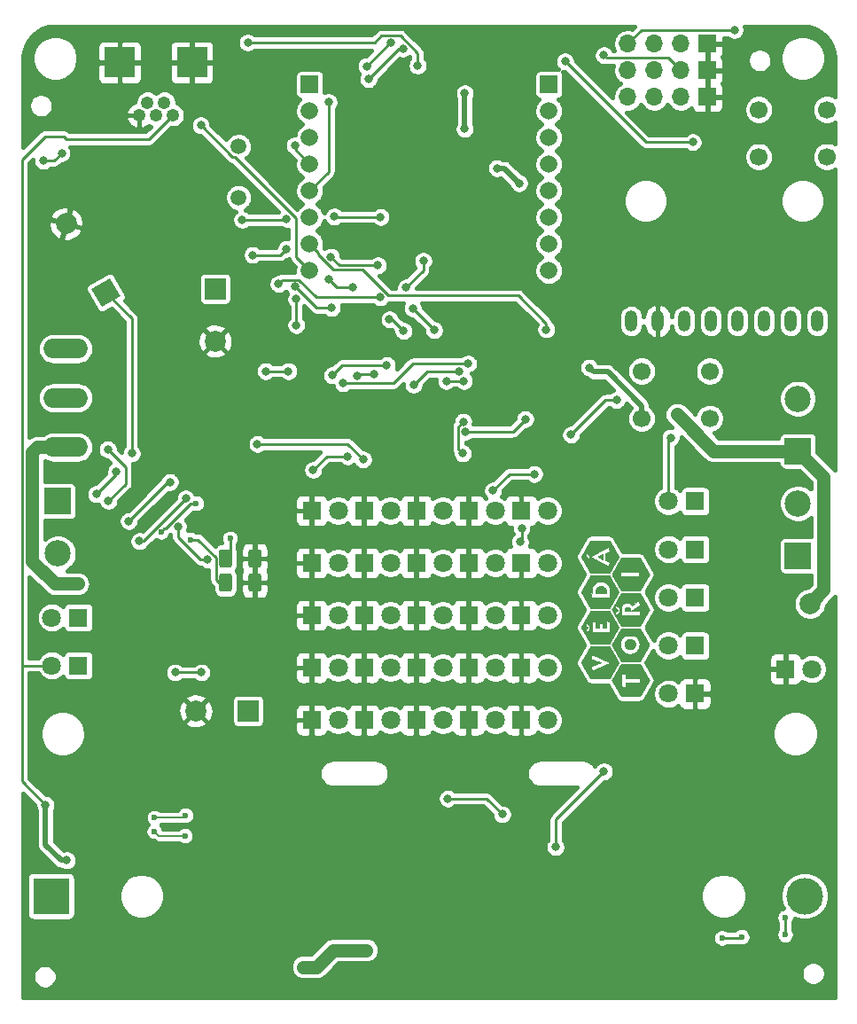
<source format=gbr>
G04 #@! TF.GenerationSoftware,KiCad,Pcbnew,(5.1.6)-1*
G04 #@! TF.CreationDate,2020-07-20T23:37:44+02:00*
G04 #@! TF.ProjectId,TrackRay_H02,54726163-6b52-4617-995f-4830322e6b69,rev?*
G04 #@! TF.SameCoordinates,Original*
G04 #@! TF.FileFunction,Copper,L1,Top*
G04 #@! TF.FilePolarity,Positive*
%FSLAX46Y46*%
G04 Gerber Fmt 4.6, Leading zero omitted, Abs format (unit mm)*
G04 Created by KiCad (PCBNEW (5.1.6)-1) date 2020-07-20 23:37:44*
%MOMM*%
%LPD*%
G01*
G04 APERTURE LIST*
G04 #@! TA.AperFunction,EtchedComponent*
%ADD10C,0.010000*%
G04 #@! TD*
G04 #@! TA.AperFunction,ComponentPad*
%ADD11O,1.200000X2.000000*%
G04 #@! TD*
G04 #@! TA.AperFunction,ComponentPad*
%ADD12C,1.700000*%
G04 #@! TD*
G04 #@! TA.AperFunction,ComponentPad*
%ADD13R,3.500000X3.500000*%
G04 #@! TD*
G04 #@! TA.AperFunction,ComponentPad*
%ADD14C,3.500000*%
G04 #@! TD*
G04 #@! TA.AperFunction,ComponentPad*
%ADD15O,4.200000X1.900000*%
G04 #@! TD*
G04 #@! TA.AperFunction,ComponentPad*
%ADD16C,2.000000*%
G04 #@! TD*
G04 #@! TA.AperFunction,ComponentPad*
%ADD17C,1.800000*%
G04 #@! TD*
G04 #@! TA.AperFunction,ComponentPad*
%ADD18R,1.800000X1.800000*%
G04 #@! TD*
G04 #@! TA.AperFunction,ComponentPad*
%ADD19C,2.500000*%
G04 #@! TD*
G04 #@! TA.AperFunction,ComponentPad*
%ADD20R,2.500000X2.500000*%
G04 #@! TD*
G04 #@! TA.AperFunction,ComponentPad*
%ADD21R,1.665000X1.665000*%
G04 #@! TD*
G04 #@! TA.AperFunction,ComponentPad*
%ADD22C,1.665000*%
G04 #@! TD*
G04 #@! TA.AperFunction,ComponentPad*
%ADD23O,1.700000X1.700000*%
G04 #@! TD*
G04 #@! TA.AperFunction,ComponentPad*
%ADD24R,1.700000X1.700000*%
G04 #@! TD*
G04 #@! TA.AperFunction,ComponentPad*
%ADD25C,1.500000*%
G04 #@! TD*
G04 #@! TA.AperFunction,ViaPad*
%ADD26C,0.750000*%
G04 #@! TD*
G04 #@! TA.AperFunction,Conductor*
%ADD27R,5.000000X3.400000*%
G04 #@! TD*
G04 #@! TA.AperFunction,ComponentPad*
%ADD28O,1.219200X1.219200*%
G04 #@! TD*
G04 #@! TA.AperFunction,ComponentPad*
%ADD29R,2.895600X2.895600*%
G04 #@! TD*
G04 #@! TA.AperFunction,ViaPad*
%ADD30C,0.500000*%
G04 #@! TD*
G04 #@! TA.AperFunction,ComponentPad*
%ADD31R,2.000000X2.000000*%
G04 #@! TD*
G04 #@! TA.AperFunction,ComponentPad*
%ADD32C,0.100000*%
G04 #@! TD*
G04 #@! TA.AperFunction,ViaPad*
%ADD33C,0.800000*%
G04 #@! TD*
G04 #@! TA.AperFunction,ViaPad*
%ADD34C,1.200000*%
G04 #@! TD*
G04 #@! TA.AperFunction,ViaPad*
%ADD35C,1.000000*%
G04 #@! TD*
G04 #@! TA.AperFunction,ViaPad*
%ADD36C,0.600000*%
G04 #@! TD*
G04 #@! TA.AperFunction,Conductor*
%ADD37C,0.254000*%
G04 #@! TD*
G04 #@! TA.AperFunction,Conductor*
%ADD38C,1.270000*%
G04 #@! TD*
G04 #@! TA.AperFunction,Conductor*
%ADD39C,0.508000*%
G04 #@! TD*
G04 #@! TA.AperFunction,Conductor*
%ADD40C,0.127000*%
G04 #@! TD*
G04 #@! TA.AperFunction,Conductor*
%ADD41C,0.457200*%
G04 #@! TD*
G04 APERTURE END LIST*
D10*
G36*
X55303492Y-54675198D02*
G01*
X55305163Y-54607818D01*
X55310328Y-54547379D01*
X55319338Y-54492861D01*
X55332545Y-54443240D01*
X55350299Y-54397495D01*
X55372953Y-54354602D01*
X55400856Y-54313541D01*
X55434361Y-54273287D01*
X55445818Y-54260941D01*
X55495226Y-54214671D01*
X55548186Y-54176102D01*
X55604465Y-54145338D01*
X55663832Y-54122480D01*
X55726055Y-54107628D01*
X55790904Y-54100884D01*
X55812361Y-54100455D01*
X55878419Y-54104509D01*
X55941663Y-54116639D01*
X56001980Y-54136796D01*
X56059258Y-54164931D01*
X56113386Y-54200995D01*
X56164252Y-54244941D01*
X56179748Y-54260582D01*
X56215507Y-54301196D01*
X56245449Y-54342522D01*
X56269920Y-54385562D01*
X56289265Y-54431316D01*
X56303831Y-54480787D01*
X56313964Y-54534975D01*
X56320011Y-54594883D01*
X56322317Y-54661511D01*
X56322362Y-54673058D01*
X56322366Y-54738345D01*
X55303455Y-54738345D01*
X55303492Y-54675198D01*
G37*
X55303492Y-54675198D02*
X55305163Y-54607818D01*
X55310328Y-54547379D01*
X55319338Y-54492861D01*
X55332545Y-54443240D01*
X55350299Y-54397495D01*
X55372953Y-54354602D01*
X55400856Y-54313541D01*
X55434361Y-54273287D01*
X55445818Y-54260941D01*
X55495226Y-54214671D01*
X55548186Y-54176102D01*
X55604465Y-54145338D01*
X55663832Y-54122480D01*
X55726055Y-54107628D01*
X55790904Y-54100884D01*
X55812361Y-54100455D01*
X55878419Y-54104509D01*
X55941663Y-54116639D01*
X56001980Y-54136796D01*
X56059258Y-54164931D01*
X56113386Y-54200995D01*
X56164252Y-54244941D01*
X56179748Y-54260582D01*
X56215507Y-54301196D01*
X56245449Y-54342522D01*
X56269920Y-54385562D01*
X56289265Y-54431316D01*
X56303831Y-54480787D01*
X56313964Y-54534975D01*
X56320011Y-54594883D01*
X56322317Y-54661511D01*
X56322362Y-54673058D01*
X56322366Y-54738345D01*
X55303455Y-54738345D01*
X55303492Y-54675198D01*
G36*
X55530745Y-51296601D02*
G01*
X55541031Y-51290816D01*
X55557430Y-51281743D01*
X55579232Y-51269773D01*
X55605725Y-51255292D01*
X55636199Y-51238692D01*
X55669943Y-51220361D01*
X55706245Y-51200688D01*
X55713513Y-51196755D01*
X55751283Y-51176320D01*
X55787503Y-51156721D01*
X55821328Y-51138417D01*
X55851912Y-51121864D01*
X55878408Y-51107522D01*
X55899972Y-51095848D01*
X55915756Y-51087300D01*
X55924915Y-51082335D01*
X55925290Y-51082131D01*
X55949907Y-51068766D01*
X55949907Y-51527852D01*
X55931712Y-51517457D01*
X55924422Y-51513412D01*
X55910391Y-51505742D01*
X55890415Y-51494878D01*
X55865293Y-51481253D01*
X55835821Y-51465297D01*
X55802799Y-51447444D01*
X55767023Y-51428126D01*
X55729291Y-51407774D01*
X55720866Y-51403233D01*
X55683518Y-51383100D01*
X55648520Y-51364228D01*
X55616584Y-51346999D01*
X55588419Y-51331798D01*
X55564736Y-51319007D01*
X55546245Y-51309011D01*
X55533657Y-51302192D01*
X55527681Y-51298935D01*
X55527283Y-51298709D01*
X55530745Y-51296601D01*
G37*
X55530745Y-51296601D02*
X55541031Y-51290816D01*
X55557430Y-51281743D01*
X55579232Y-51269773D01*
X55605725Y-51255292D01*
X55636199Y-51238692D01*
X55669943Y-51220361D01*
X55706245Y-51200688D01*
X55713513Y-51196755D01*
X55751283Y-51176320D01*
X55787503Y-51156721D01*
X55821328Y-51138417D01*
X55851912Y-51121864D01*
X55878408Y-51107522D01*
X55899972Y-51095848D01*
X55915756Y-51087300D01*
X55924915Y-51082335D01*
X55925290Y-51082131D01*
X55949907Y-51068766D01*
X55949907Y-51527852D01*
X55931712Y-51517457D01*
X55924422Y-51513412D01*
X55910391Y-51505742D01*
X55890415Y-51494878D01*
X55865293Y-51481253D01*
X55835821Y-51465297D01*
X55802799Y-51447444D01*
X55767023Y-51428126D01*
X55729291Y-51407774D01*
X55720866Y-51403233D01*
X55683518Y-51383100D01*
X55648520Y-51364228D01*
X55616584Y-51346999D01*
X55588419Y-51331798D01*
X55564736Y-51319007D01*
X55546245Y-51309011D01*
X55533657Y-51302192D01*
X55527681Y-51298935D01*
X55527283Y-51298709D01*
X55530745Y-51296601D01*
G36*
X58127146Y-56343453D02*
G01*
X58134363Y-56291228D01*
X58146311Y-56245533D01*
X58162925Y-56206558D01*
X58184138Y-56174491D01*
X58209887Y-56149520D01*
X58213426Y-56146904D01*
X58239699Y-56130726D01*
X58267815Y-56119095D01*
X58300328Y-56111078D01*
X58319758Y-56108035D01*
X58366054Y-56105096D01*
X58411047Y-56108434D01*
X58453489Y-56117709D01*
X58492129Y-56132580D01*
X58525716Y-56152704D01*
X58545478Y-56169660D01*
X58568811Y-56197031D01*
X58587068Y-56227776D01*
X58600602Y-56262904D01*
X58609767Y-56303425D01*
X58614917Y-56350347D01*
X58615912Y-56370530D01*
X58618116Y-56433676D01*
X58124726Y-56433676D01*
X58124726Y-56402021D01*
X58127146Y-56343453D01*
G37*
X58127146Y-56343453D02*
X58134363Y-56291228D01*
X58146311Y-56245533D01*
X58162925Y-56206558D01*
X58184138Y-56174491D01*
X58209887Y-56149520D01*
X58213426Y-56146904D01*
X58239699Y-56130726D01*
X58267815Y-56119095D01*
X58300328Y-56111078D01*
X58319758Y-56108035D01*
X58366054Y-56105096D01*
X58411047Y-56108434D01*
X58453489Y-56117709D01*
X58492129Y-56132580D01*
X58525716Y-56152704D01*
X58545478Y-56169660D01*
X58568811Y-56197031D01*
X58587068Y-56227776D01*
X58600602Y-56262904D01*
X58609767Y-56303425D01*
X58614917Y-56350347D01*
X58615912Y-56370530D01*
X58618116Y-56433676D01*
X58124726Y-56433676D01*
X58124726Y-56402021D01*
X58127146Y-56343453D01*
G36*
X58068777Y-59597760D02*
G01*
X58079914Y-59537102D01*
X58082064Y-59528929D01*
X58091412Y-59500947D01*
X58104873Y-59469010D01*
X58121117Y-59435775D01*
X58138817Y-59403897D01*
X58156645Y-59376035D01*
X58162609Y-59367802D01*
X58205402Y-59317759D01*
X58253937Y-59273133D01*
X58307260Y-59234507D01*
X58364418Y-59202465D01*
X58424456Y-59177587D01*
X58486420Y-59160458D01*
X58508840Y-59156329D01*
X58531747Y-59153813D01*
X58560122Y-59152387D01*
X58590938Y-59152052D01*
X58621171Y-59152807D01*
X58647796Y-59154654D01*
X58661057Y-59156329D01*
X58723055Y-59170461D01*
X58783648Y-59192509D01*
X58841791Y-59221834D01*
X58896438Y-59257798D01*
X58946544Y-59299762D01*
X58991065Y-59347087D01*
X59007674Y-59368176D01*
X59030276Y-59402113D01*
X59051660Y-59440925D01*
X59070364Y-59481580D01*
X59084930Y-59521048D01*
X59090268Y-59539643D01*
X59096282Y-59569465D01*
X59100638Y-59603641D01*
X59103167Y-59639332D01*
X59103701Y-59673696D01*
X59102070Y-59703895D01*
X59100676Y-59714807D01*
X59086588Y-59776973D01*
X59064585Y-59836703D01*
X59035131Y-59893335D01*
X58998687Y-59946204D01*
X58955717Y-59994646D01*
X58906683Y-60037997D01*
X58852047Y-60075592D01*
X58847398Y-60078360D01*
X58786895Y-60109344D01*
X58725058Y-60131963D01*
X58662269Y-60146200D01*
X58598907Y-60152040D01*
X58535352Y-60149468D01*
X58471984Y-60138466D01*
X58409184Y-60119020D01*
X58362156Y-60098626D01*
X58304016Y-60065961D01*
X58251509Y-60027866D01*
X58204924Y-59984924D01*
X58164547Y-59937720D01*
X58130668Y-59886840D01*
X58103572Y-59832869D01*
X58083547Y-59776390D01*
X58070882Y-59717989D01*
X58065863Y-59658251D01*
X58068777Y-59597760D01*
G37*
X58068777Y-59597760D02*
X58079914Y-59537102D01*
X58082064Y-59528929D01*
X58091412Y-59500947D01*
X58104873Y-59469010D01*
X58121117Y-59435775D01*
X58138817Y-59403897D01*
X58156645Y-59376035D01*
X58162609Y-59367802D01*
X58205402Y-59317759D01*
X58253937Y-59273133D01*
X58307260Y-59234507D01*
X58364418Y-59202465D01*
X58424456Y-59177587D01*
X58486420Y-59160458D01*
X58508840Y-59156329D01*
X58531747Y-59153813D01*
X58560122Y-59152387D01*
X58590938Y-59152052D01*
X58621171Y-59152807D01*
X58647796Y-59154654D01*
X58661057Y-59156329D01*
X58723055Y-59170461D01*
X58783648Y-59192509D01*
X58841791Y-59221834D01*
X58896438Y-59257798D01*
X58946544Y-59299762D01*
X58991065Y-59347087D01*
X59007674Y-59368176D01*
X59030276Y-59402113D01*
X59051660Y-59440925D01*
X59070364Y-59481580D01*
X59084930Y-59521048D01*
X59090268Y-59539643D01*
X59096282Y-59569465D01*
X59100638Y-59603641D01*
X59103167Y-59639332D01*
X59103701Y-59673696D01*
X59102070Y-59703895D01*
X59100676Y-59714807D01*
X59086588Y-59776973D01*
X59064585Y-59836703D01*
X59035131Y-59893335D01*
X58998687Y-59946204D01*
X58955717Y-59994646D01*
X58906683Y-60037997D01*
X58852047Y-60075592D01*
X58847398Y-60078360D01*
X58786895Y-60109344D01*
X58725058Y-60131963D01*
X58662269Y-60146200D01*
X58598907Y-60152040D01*
X58535352Y-60149468D01*
X58471984Y-60138466D01*
X58409184Y-60119020D01*
X58362156Y-60098626D01*
X58304016Y-60065961D01*
X58251509Y-60027866D01*
X58204924Y-59984924D01*
X58164547Y-59937720D01*
X58130668Y-59886840D01*
X58103572Y-59832869D01*
X58083547Y-59776390D01*
X58070882Y-59717989D01*
X58065863Y-59658251D01*
X58068777Y-59597760D01*
G36*
X53952804Y-54654018D02*
G01*
X53958497Y-54639996D01*
X53965116Y-54627596D01*
X53975352Y-54610151D01*
X53986046Y-54591272D01*
X53991873Y-54580633D01*
X53999642Y-54566211D01*
X54006383Y-54553927D01*
X54013254Y-54541744D01*
X54021414Y-54527627D01*
X54032020Y-54509539D01*
X54040993Y-54494320D01*
X54051740Y-54475989D01*
X54061694Y-54458790D01*
X54069528Y-54445029D01*
X54073046Y-54438665D01*
X54079599Y-54427223D01*
X54085385Y-54418316D01*
X54086184Y-54417260D01*
X54090716Y-54410260D01*
X54097544Y-54398299D01*
X54104568Y-54385151D01*
X54112456Y-54370526D01*
X54123201Y-54351428D01*
X54135193Y-54330690D01*
X54143503Y-54316653D01*
X54155400Y-54296460D01*
X54167172Y-54275915D01*
X54177213Y-54257849D01*
X54182372Y-54248155D01*
X54189979Y-54233987D01*
X54196807Y-54222296D01*
X54201056Y-54216046D01*
X54205948Y-54208940D01*
X54213049Y-54197090D01*
X54219178Y-54186078D01*
X54227057Y-54171792D01*
X54237578Y-54153200D01*
X54249006Y-54133355D01*
X54254467Y-54124002D01*
X54268531Y-54099951D01*
X54280618Y-54079014D01*
X54292785Y-54057599D01*
X54306424Y-54033307D01*
X54313659Y-54020871D01*
X54322407Y-54006475D01*
X54324985Y-54002353D01*
X54331400Y-53991749D01*
X54335332Y-53984395D01*
X54335917Y-53982724D01*
X54338041Y-53978091D01*
X54343462Y-53968815D01*
X54347550Y-53962304D01*
X54356450Y-53947910D01*
X54364855Y-53933476D01*
X54367198Y-53929210D01*
X54374479Y-53915949D01*
X54384228Y-53898667D01*
X54395393Y-53879177D01*
X54406923Y-53859289D01*
X54417764Y-53840815D01*
X54426865Y-53825566D01*
X54433173Y-53815354D01*
X54434490Y-53813358D01*
X54440479Y-53803766D01*
X54448496Y-53789845D01*
X54455536Y-53776968D01*
X54463193Y-53762921D01*
X54473718Y-53744068D01*
X54485658Y-53722994D01*
X54496306Y-53704450D01*
X54508389Y-53683518D01*
X54520494Y-53662469D01*
X54531125Y-53643913D01*
X54538097Y-53631671D01*
X54545557Y-53618606D01*
X54556112Y-53600260D01*
X54568542Y-53578747D01*
X54581627Y-53556180D01*
X54586273Y-53548188D01*
X54598668Y-53526849D01*
X54610247Y-53506852D01*
X54619997Y-53489952D01*
X54626904Y-53477904D01*
X54628818Y-53474527D01*
X54635048Y-53463600D01*
X54644074Y-53447950D01*
X54654430Y-53430100D01*
X54664649Y-53412573D01*
X54673265Y-53397892D01*
X54678080Y-53389786D01*
X54681597Y-53383733D01*
X54688375Y-53371897D01*
X54697461Y-53355949D01*
X54707902Y-53337557D01*
X54708631Y-53336272D01*
X54726588Y-53304611D01*
X54741379Y-53278614D01*
X54754035Y-53256487D01*
X54765590Y-53236432D01*
X54777077Y-53216654D01*
X54789530Y-53195357D01*
X54797631Y-53181552D01*
X54808894Y-53162211D01*
X54818677Y-53145104D01*
X54826105Y-53131785D01*
X54830302Y-53123807D01*
X54830801Y-53122686D01*
X54831602Y-53121890D01*
X54833594Y-53121157D01*
X54837115Y-53120485D01*
X54842503Y-53119870D01*
X54850096Y-53119312D01*
X54860230Y-53118806D01*
X54873244Y-53118350D01*
X54889475Y-53117943D01*
X54909262Y-53117580D01*
X54932941Y-53117260D01*
X54960851Y-53116980D01*
X54993328Y-53116737D01*
X55030712Y-53116529D01*
X55073339Y-53116353D01*
X55121547Y-53116207D01*
X55175673Y-53116088D01*
X55236057Y-53115993D01*
X55303034Y-53115921D01*
X55376943Y-53115867D01*
X55458122Y-53115830D01*
X55546908Y-53115807D01*
X55643639Y-53115796D01*
X55730021Y-53115793D01*
X55833276Y-53115796D01*
X55928311Y-53115805D01*
X56015465Y-53115825D01*
X56095081Y-53115857D01*
X56167498Y-53115904D01*
X56233059Y-53115970D01*
X56292104Y-53116057D01*
X56344974Y-53116169D01*
X56392011Y-53116307D01*
X56433556Y-53116475D01*
X56469949Y-53116675D01*
X56501532Y-53116911D01*
X56528646Y-53117185D01*
X56551631Y-53117500D01*
X56570830Y-53117859D01*
X56586583Y-53118265D01*
X56599231Y-53118720D01*
X56609116Y-53119228D01*
X56616578Y-53119791D01*
X56621959Y-53120412D01*
X56625599Y-53121095D01*
X56627840Y-53121841D01*
X56629023Y-53122654D01*
X56629412Y-53123285D01*
X56633152Y-53130932D01*
X56639832Y-53142768D01*
X56645514Y-53152183D01*
X56653829Y-53165962D01*
X56660966Y-53178443D01*
X56664058Y-53184292D01*
X56669843Y-53195189D01*
X56677212Y-53208032D01*
X56678380Y-53209978D01*
X56685187Y-53221422D01*
X56694252Y-53236914D01*
X56703435Y-53252790D01*
X56712071Y-53267732D01*
X56723514Y-53287410D01*
X56736226Y-53309183D01*
X56747796Y-53328928D01*
X56758358Y-53347088D01*
X56767136Y-53362510D01*
X56773318Y-53373745D01*
X56776092Y-53379340D01*
X56776167Y-53379641D01*
X56778393Y-53384455D01*
X56783791Y-53392850D01*
X56784181Y-53393406D01*
X56790636Y-53403469D01*
X56798904Y-53417540D01*
X56804881Y-53428316D01*
X56811436Y-53440130D01*
X56821289Y-53457442D01*
X56833366Y-53478387D01*
X56846596Y-53501100D01*
X56854662Y-53514838D01*
X56866848Y-53535665D01*
X56877352Y-53553880D01*
X56885462Y-53568228D01*
X56890467Y-53577455D01*
X56891758Y-53580294D01*
X56893972Y-53584876D01*
X56899739Y-53594337D01*
X56906742Y-53605025D01*
X56914571Y-53617114D01*
X56919994Y-53626370D01*
X56921726Y-53630391D01*
X56923779Y-53635263D01*
X56929250Y-53645543D01*
X56937108Y-53659323D01*
X56940277Y-53664698D01*
X56950129Y-53681400D01*
X56962506Y-53702587D01*
X56975688Y-53725306D01*
X56985877Y-53742980D01*
X56997158Y-53762516D01*
X57007804Y-53780760D01*
X57016607Y-53795656D01*
X57022304Y-53805057D01*
X57027500Y-53813695D01*
X57036007Y-53828220D01*
X57046917Y-53847066D01*
X57059323Y-53868668D01*
X57069441Y-53886398D01*
X57083068Y-53910322D01*
X57096539Y-53933924D01*
X57108745Y-53955265D01*
X57118575Y-53972403D01*
X57123289Y-53980583D01*
X57132579Y-53996818D01*
X57144142Y-54017265D01*
X57156122Y-54038635D01*
X57161935Y-54049082D01*
X57172923Y-54068597D01*
X57184068Y-54087887D01*
X57193728Y-54104134D01*
X57198071Y-54111158D01*
X57206065Y-54124570D01*
X57212298Y-54136486D01*
X57214677Y-54142196D01*
X57218130Y-54149651D01*
X57220720Y-54151829D01*
X57224365Y-54155271D01*
X57229897Y-54163906D01*
X57232051Y-54167883D01*
X57237328Y-54177662D01*
X57245790Y-54192874D01*
X57256328Y-54211544D01*
X57267833Y-54231696D01*
X57269414Y-54234448D01*
X57280037Y-54253103D01*
X57288918Y-54269053D01*
X57295272Y-54280860D01*
X57298314Y-54287089D01*
X57298466Y-54287625D01*
X57300939Y-54292674D01*
X57304288Y-54297051D01*
X57309404Y-54304343D01*
X57316708Y-54316326D01*
X57322934Y-54327356D01*
X57330877Y-54341665D01*
X57341421Y-54360288D01*
X57352825Y-54380160D01*
X57358204Y-54389432D01*
X57384288Y-54434228D01*
X57407111Y-54473464D01*
X57426489Y-54506822D01*
X57442239Y-54533988D01*
X57454177Y-54554643D01*
X57462120Y-54568472D01*
X57465430Y-54574329D01*
X57470580Y-54583488D01*
X57478509Y-54597420D01*
X57487712Y-54613485D01*
X57490047Y-54617544D01*
X57502628Y-54643291D01*
X57508087Y-54664539D01*
X57506462Y-54681482D01*
X57503913Y-54686971D01*
X57491128Y-54708630D01*
X57478319Y-54730672D01*
X57466220Y-54751795D01*
X57455567Y-54770695D01*
X57447094Y-54786069D01*
X57441536Y-54796615D01*
X57439624Y-54800979D01*
X57437160Y-54806313D01*
X57431021Y-54815712D01*
X57426781Y-54821520D01*
X57419377Y-54831985D01*
X57414789Y-54839783D01*
X57414057Y-54841960D01*
X57411947Y-54847140D01*
X57406384Y-54857424D01*
X57398521Y-54870696D01*
X57397572Y-54872236D01*
X57389292Y-54885982D01*
X57378174Y-54904939D01*
X57365540Y-54926831D01*
X57352710Y-54949384D01*
X57349804Y-54954543D01*
X57337924Y-54975555D01*
X57326730Y-54995136D01*
X57317263Y-55011477D01*
X57310565Y-55022773D01*
X57309079Y-55025181D01*
X57301370Y-55037877D01*
X57292284Y-55053470D01*
X57287703Y-55061571D01*
X57280459Y-55074455D01*
X57270468Y-55092077D01*
X57259254Y-55111758D01*
X57251798Y-55124789D01*
X57239803Y-55145718D01*
X57227205Y-55167709D01*
X57215892Y-55187467D01*
X57210702Y-55196536D01*
X57201509Y-55212521D01*
X57189615Y-55233085D01*
X57176647Y-55255417D01*
X57165751Y-55274111D01*
X57153765Y-55294703D01*
X57142015Y-55315013D01*
X57131893Y-55332629D01*
X57125080Y-55344622D01*
X57116407Y-55359873D01*
X57105583Y-55378646D01*
X57094822Y-55397099D01*
X57093928Y-55398620D01*
X57083674Y-55416123D01*
X57073511Y-55433584D01*
X57065435Y-55447571D01*
X57064609Y-55449014D01*
X57057617Y-55461133D01*
X57047830Y-55477943D01*
X57036813Y-55496766D01*
X57030474Y-55507550D01*
X57020966Y-55524055D01*
X57013354Y-55537951D01*
X57008554Y-55547525D01*
X57007348Y-55550855D01*
X57004919Y-55556785D01*
X56999071Y-55565411D01*
X56999025Y-55565470D01*
X56992583Y-55574853D01*
X56984207Y-55588605D01*
X56977019Y-55601367D01*
X56969093Y-55615449D01*
X56961943Y-55627157D01*
X56957515Y-55633440D01*
X56952740Y-55640422D01*
X56951694Y-55643544D01*
X56949611Y-55648304D01*
X56943931Y-55658854D01*
X56935505Y-55673666D01*
X56925182Y-55691213D01*
X56924449Y-55692440D01*
X56912600Y-55712434D01*
X56901167Y-55732042D01*
X56891548Y-55748853D01*
X56885701Y-55759397D01*
X56877849Y-55773622D01*
X56867604Y-55791666D01*
X56856970Y-55810006D01*
X56855261Y-55812911D01*
X56844264Y-55831712D01*
X56831302Y-55854099D01*
X56818614Y-55876202D01*
X56814427Y-55883550D01*
X56793300Y-55920621D01*
X56774708Y-55952998D01*
X56757040Y-55983475D01*
X56738681Y-56014848D01*
X56737849Y-56016265D01*
X56725758Y-56037108D01*
X56712919Y-56059677D01*
X56701477Y-56080184D01*
X56697802Y-56086904D01*
X56694825Y-56092205D01*
X56694825Y-55179302D01*
X56694742Y-54833600D01*
X56694696Y-54766970D01*
X56694586Y-54708342D01*
X56694404Y-54657157D01*
X56694142Y-54612857D01*
X56693789Y-54574880D01*
X56693338Y-54542669D01*
X56692779Y-54515663D01*
X56692104Y-54493303D01*
X56691305Y-54475029D01*
X56690371Y-54460283D01*
X56689296Y-54448505D01*
X56688621Y-54442947D01*
X56672769Y-54355088D01*
X56649421Y-54270584D01*
X56618862Y-54189822D01*
X56581383Y-54113191D01*
X56537269Y-54041077D01*
X56486810Y-53973870D01*
X56430293Y-53911958D01*
X56368005Y-53855727D01*
X56300234Y-53805566D01*
X56227269Y-53761863D01*
X56159031Y-53729072D01*
X56080328Y-53699858D01*
X55999513Y-53678578D01*
X55917271Y-53665149D01*
X55834285Y-53659491D01*
X55751241Y-53661522D01*
X55668822Y-53671160D01*
X55587714Y-53688324D01*
X55508601Y-53712932D01*
X55432167Y-53744904D01*
X55359098Y-53784157D01*
X55290076Y-53830610D01*
X55287101Y-53832849D01*
X55220610Y-53888088D01*
X55161141Y-53947996D01*
X55108256Y-54013035D01*
X55083184Y-54049082D01*
X55043449Y-54114656D01*
X55010176Y-54181370D01*
X54982680Y-54250922D01*
X54960274Y-54325012D01*
X54944971Y-54391573D01*
X54933338Y-54449368D01*
X54930636Y-55179302D01*
X56694825Y-55179302D01*
X56694825Y-56092205D01*
X56688385Y-56103675D01*
X56679112Y-56119186D01*
X56671700Y-56130585D01*
X56670487Y-56132260D01*
X56664101Y-56141537D01*
X56660732Y-56147876D01*
X56660576Y-56148636D01*
X56658527Y-56153544D01*
X56653088Y-56163797D01*
X56645315Y-56177425D01*
X56642964Y-56181411D01*
X56625351Y-56211057D01*
X54837222Y-56211057D01*
X54824749Y-56192862D01*
X54815430Y-56178155D01*
X54805470Y-56160784D01*
X54800639Y-56151628D01*
X54793711Y-56138450D01*
X54787787Y-56128118D01*
X54784867Y-56123800D01*
X54781493Y-56118659D01*
X54774799Y-56107540D01*
X54765648Y-56091938D01*
X54754899Y-56073349D01*
X54743412Y-56053268D01*
X54732049Y-56033189D01*
X54721670Y-56014609D01*
X54714358Y-56001284D01*
X54708593Y-55991223D01*
X54704369Y-55984852D01*
X54703737Y-55984160D01*
X54700643Y-55979622D01*
X54694670Y-55969501D01*
X54686971Y-55955767D01*
X54684938Y-55952048D01*
X54676055Y-55936272D01*
X54667630Y-55922247D01*
X54661306Y-55912698D01*
X54660680Y-55911870D01*
X54655004Y-55903583D01*
X54652722Y-55898314D01*
X54650659Y-55893557D01*
X54645021Y-55882959D01*
X54636637Y-55868021D01*
X54626333Y-55850245D01*
X54624821Y-55847678D01*
X54613998Y-55829123D01*
X54604651Y-55812712D01*
X54597725Y-55800128D01*
X54594163Y-55793053D01*
X54594036Y-55792736D01*
X54589855Y-55784734D01*
X54582660Y-55773446D01*
X54579125Y-55768387D01*
X54572041Y-55757783D01*
X54567720Y-55749830D01*
X54567099Y-55747707D01*
X54564932Y-55742236D01*
X54559301Y-55732048D01*
X54552849Y-55721592D01*
X54545934Y-55710416D01*
X54535855Y-55693552D01*
X54523656Y-55672774D01*
X54510377Y-55649852D01*
X54500783Y-55633103D01*
X54487139Y-55609184D01*
X54473654Y-55585587D01*
X54461438Y-55564249D01*
X54451600Y-55547110D01*
X54446877Y-55538918D01*
X54437343Y-55522365D01*
X54425571Y-55501835D01*
X54413550Y-55480798D01*
X54408857Y-55472561D01*
X54396856Y-55451561D01*
X54383795Y-55428840D01*
X54371897Y-55408262D01*
X54368209Y-55401922D01*
X54356402Y-55381520D01*
X54343281Y-55358622D01*
X54331643Y-55338109D01*
X54331415Y-55337705D01*
X54319813Y-55317395D01*
X54306671Y-55294840D01*
X54294808Y-55274875D01*
X54294661Y-55274631D01*
X54286135Y-55260171D01*
X54279651Y-55248550D01*
X54276250Y-55241662D01*
X54275981Y-55240719D01*
X54273467Y-55235456D01*
X54270039Y-55231013D01*
X54264936Y-55223643D01*
X54257854Y-55211531D01*
X54252089Y-55200708D01*
X54243747Y-55185389D01*
X54235082Y-55171064D01*
X54230204Y-55163914D01*
X54223831Y-55154578D01*
X54220478Y-55148128D01*
X54220327Y-55147347D01*
X54218256Y-55142639D01*
X54212578Y-55132030D01*
X54204092Y-55116964D01*
X54193599Y-55098879D01*
X54190359Y-55093384D01*
X54179463Y-55074835D01*
X54170337Y-55059039D01*
X54163777Y-55047393D01*
X54160577Y-55041292D01*
X54160391Y-55040757D01*
X54158216Y-55036429D01*
X54152544Y-55027098D01*
X54145407Y-55016020D01*
X54137624Y-55003706D01*
X54132207Y-54994184D01*
X54130423Y-54989875D01*
X54128277Y-54984584D01*
X54122806Y-54974853D01*
X54118772Y-54968371D01*
X54109982Y-54953989D01*
X54100106Y-54936794D01*
X54094601Y-54926715D01*
X54085587Y-54910481D01*
X54075990Y-54894278D01*
X54070783Y-54886044D01*
X54062255Y-54872276D01*
X54052613Y-54855501D01*
X54047127Y-54845374D01*
X54040181Y-54832668D01*
X54034542Y-54823301D01*
X54031798Y-54819687D01*
X54028237Y-54814872D01*
X54022618Y-54805122D01*
X54019666Y-54799478D01*
X54014104Y-54788996D01*
X54005368Y-54773106D01*
X53994575Y-54753813D01*
X53982837Y-54733120D01*
X53980561Y-54729141D01*
X53967557Y-54705478D01*
X53957913Y-54685886D01*
X53952128Y-54671449D01*
X53950615Y-54664287D01*
X53952804Y-54654018D01*
G37*
X53952804Y-54654018D02*
X53958497Y-54639996D01*
X53965116Y-54627596D01*
X53975352Y-54610151D01*
X53986046Y-54591272D01*
X53991873Y-54580633D01*
X53999642Y-54566211D01*
X54006383Y-54553927D01*
X54013254Y-54541744D01*
X54021414Y-54527627D01*
X54032020Y-54509539D01*
X54040993Y-54494320D01*
X54051740Y-54475989D01*
X54061694Y-54458790D01*
X54069528Y-54445029D01*
X54073046Y-54438665D01*
X54079599Y-54427223D01*
X54085385Y-54418316D01*
X54086184Y-54417260D01*
X54090716Y-54410260D01*
X54097544Y-54398299D01*
X54104568Y-54385151D01*
X54112456Y-54370526D01*
X54123201Y-54351428D01*
X54135193Y-54330690D01*
X54143503Y-54316653D01*
X54155400Y-54296460D01*
X54167172Y-54275915D01*
X54177213Y-54257849D01*
X54182372Y-54248155D01*
X54189979Y-54233987D01*
X54196807Y-54222296D01*
X54201056Y-54216046D01*
X54205948Y-54208940D01*
X54213049Y-54197090D01*
X54219178Y-54186078D01*
X54227057Y-54171792D01*
X54237578Y-54153200D01*
X54249006Y-54133355D01*
X54254467Y-54124002D01*
X54268531Y-54099951D01*
X54280618Y-54079014D01*
X54292785Y-54057599D01*
X54306424Y-54033307D01*
X54313659Y-54020871D01*
X54322407Y-54006475D01*
X54324985Y-54002353D01*
X54331400Y-53991749D01*
X54335332Y-53984395D01*
X54335917Y-53982724D01*
X54338041Y-53978091D01*
X54343462Y-53968815D01*
X54347550Y-53962304D01*
X54356450Y-53947910D01*
X54364855Y-53933476D01*
X54367198Y-53929210D01*
X54374479Y-53915949D01*
X54384228Y-53898667D01*
X54395393Y-53879177D01*
X54406923Y-53859289D01*
X54417764Y-53840815D01*
X54426865Y-53825566D01*
X54433173Y-53815354D01*
X54434490Y-53813358D01*
X54440479Y-53803766D01*
X54448496Y-53789845D01*
X54455536Y-53776968D01*
X54463193Y-53762921D01*
X54473718Y-53744068D01*
X54485658Y-53722994D01*
X54496306Y-53704450D01*
X54508389Y-53683518D01*
X54520494Y-53662469D01*
X54531125Y-53643913D01*
X54538097Y-53631671D01*
X54545557Y-53618606D01*
X54556112Y-53600260D01*
X54568542Y-53578747D01*
X54581627Y-53556180D01*
X54586273Y-53548188D01*
X54598668Y-53526849D01*
X54610247Y-53506852D01*
X54619997Y-53489952D01*
X54626904Y-53477904D01*
X54628818Y-53474527D01*
X54635048Y-53463600D01*
X54644074Y-53447950D01*
X54654430Y-53430100D01*
X54664649Y-53412573D01*
X54673265Y-53397892D01*
X54678080Y-53389786D01*
X54681597Y-53383733D01*
X54688375Y-53371897D01*
X54697461Y-53355949D01*
X54707902Y-53337557D01*
X54708631Y-53336272D01*
X54726588Y-53304611D01*
X54741379Y-53278614D01*
X54754035Y-53256487D01*
X54765590Y-53236432D01*
X54777077Y-53216654D01*
X54789530Y-53195357D01*
X54797631Y-53181552D01*
X54808894Y-53162211D01*
X54818677Y-53145104D01*
X54826105Y-53131785D01*
X54830302Y-53123807D01*
X54830801Y-53122686D01*
X54831602Y-53121890D01*
X54833594Y-53121157D01*
X54837115Y-53120485D01*
X54842503Y-53119870D01*
X54850096Y-53119312D01*
X54860230Y-53118806D01*
X54873244Y-53118350D01*
X54889475Y-53117943D01*
X54909262Y-53117580D01*
X54932941Y-53117260D01*
X54960851Y-53116980D01*
X54993328Y-53116737D01*
X55030712Y-53116529D01*
X55073339Y-53116353D01*
X55121547Y-53116207D01*
X55175673Y-53116088D01*
X55236057Y-53115993D01*
X55303034Y-53115921D01*
X55376943Y-53115867D01*
X55458122Y-53115830D01*
X55546908Y-53115807D01*
X55643639Y-53115796D01*
X55730021Y-53115793D01*
X55833276Y-53115796D01*
X55928311Y-53115805D01*
X56015465Y-53115825D01*
X56095081Y-53115857D01*
X56167498Y-53115904D01*
X56233059Y-53115970D01*
X56292104Y-53116057D01*
X56344974Y-53116169D01*
X56392011Y-53116307D01*
X56433556Y-53116475D01*
X56469949Y-53116675D01*
X56501532Y-53116911D01*
X56528646Y-53117185D01*
X56551631Y-53117500D01*
X56570830Y-53117859D01*
X56586583Y-53118265D01*
X56599231Y-53118720D01*
X56609116Y-53119228D01*
X56616578Y-53119791D01*
X56621959Y-53120412D01*
X56625599Y-53121095D01*
X56627840Y-53121841D01*
X56629023Y-53122654D01*
X56629412Y-53123285D01*
X56633152Y-53130932D01*
X56639832Y-53142768D01*
X56645514Y-53152183D01*
X56653829Y-53165962D01*
X56660966Y-53178443D01*
X56664058Y-53184292D01*
X56669843Y-53195189D01*
X56677212Y-53208032D01*
X56678380Y-53209978D01*
X56685187Y-53221422D01*
X56694252Y-53236914D01*
X56703435Y-53252790D01*
X56712071Y-53267732D01*
X56723514Y-53287410D01*
X56736226Y-53309183D01*
X56747796Y-53328928D01*
X56758358Y-53347088D01*
X56767136Y-53362510D01*
X56773318Y-53373745D01*
X56776092Y-53379340D01*
X56776167Y-53379641D01*
X56778393Y-53384455D01*
X56783791Y-53392850D01*
X56784181Y-53393406D01*
X56790636Y-53403469D01*
X56798904Y-53417540D01*
X56804881Y-53428316D01*
X56811436Y-53440130D01*
X56821289Y-53457442D01*
X56833366Y-53478387D01*
X56846596Y-53501100D01*
X56854662Y-53514838D01*
X56866848Y-53535665D01*
X56877352Y-53553880D01*
X56885462Y-53568228D01*
X56890467Y-53577455D01*
X56891758Y-53580294D01*
X56893972Y-53584876D01*
X56899739Y-53594337D01*
X56906742Y-53605025D01*
X56914571Y-53617114D01*
X56919994Y-53626370D01*
X56921726Y-53630391D01*
X56923779Y-53635263D01*
X56929250Y-53645543D01*
X56937108Y-53659323D01*
X56940277Y-53664698D01*
X56950129Y-53681400D01*
X56962506Y-53702587D01*
X56975688Y-53725306D01*
X56985877Y-53742980D01*
X56997158Y-53762516D01*
X57007804Y-53780760D01*
X57016607Y-53795656D01*
X57022304Y-53805057D01*
X57027500Y-53813695D01*
X57036007Y-53828220D01*
X57046917Y-53847066D01*
X57059323Y-53868668D01*
X57069441Y-53886398D01*
X57083068Y-53910322D01*
X57096539Y-53933924D01*
X57108745Y-53955265D01*
X57118575Y-53972403D01*
X57123289Y-53980583D01*
X57132579Y-53996818D01*
X57144142Y-54017265D01*
X57156122Y-54038635D01*
X57161935Y-54049082D01*
X57172923Y-54068597D01*
X57184068Y-54087887D01*
X57193728Y-54104134D01*
X57198071Y-54111158D01*
X57206065Y-54124570D01*
X57212298Y-54136486D01*
X57214677Y-54142196D01*
X57218130Y-54149651D01*
X57220720Y-54151829D01*
X57224365Y-54155271D01*
X57229897Y-54163906D01*
X57232051Y-54167883D01*
X57237328Y-54177662D01*
X57245790Y-54192874D01*
X57256328Y-54211544D01*
X57267833Y-54231696D01*
X57269414Y-54234448D01*
X57280037Y-54253103D01*
X57288918Y-54269053D01*
X57295272Y-54280860D01*
X57298314Y-54287089D01*
X57298466Y-54287625D01*
X57300939Y-54292674D01*
X57304288Y-54297051D01*
X57309404Y-54304343D01*
X57316708Y-54316326D01*
X57322934Y-54327356D01*
X57330877Y-54341665D01*
X57341421Y-54360288D01*
X57352825Y-54380160D01*
X57358204Y-54389432D01*
X57384288Y-54434228D01*
X57407111Y-54473464D01*
X57426489Y-54506822D01*
X57442239Y-54533988D01*
X57454177Y-54554643D01*
X57462120Y-54568472D01*
X57465430Y-54574329D01*
X57470580Y-54583488D01*
X57478509Y-54597420D01*
X57487712Y-54613485D01*
X57490047Y-54617544D01*
X57502628Y-54643291D01*
X57508087Y-54664539D01*
X57506462Y-54681482D01*
X57503913Y-54686971D01*
X57491128Y-54708630D01*
X57478319Y-54730672D01*
X57466220Y-54751795D01*
X57455567Y-54770695D01*
X57447094Y-54786069D01*
X57441536Y-54796615D01*
X57439624Y-54800979D01*
X57437160Y-54806313D01*
X57431021Y-54815712D01*
X57426781Y-54821520D01*
X57419377Y-54831985D01*
X57414789Y-54839783D01*
X57414057Y-54841960D01*
X57411947Y-54847140D01*
X57406384Y-54857424D01*
X57398521Y-54870696D01*
X57397572Y-54872236D01*
X57389292Y-54885982D01*
X57378174Y-54904939D01*
X57365540Y-54926831D01*
X57352710Y-54949384D01*
X57349804Y-54954543D01*
X57337924Y-54975555D01*
X57326730Y-54995136D01*
X57317263Y-55011477D01*
X57310565Y-55022773D01*
X57309079Y-55025181D01*
X57301370Y-55037877D01*
X57292284Y-55053470D01*
X57287703Y-55061571D01*
X57280459Y-55074455D01*
X57270468Y-55092077D01*
X57259254Y-55111758D01*
X57251798Y-55124789D01*
X57239803Y-55145718D01*
X57227205Y-55167709D01*
X57215892Y-55187467D01*
X57210702Y-55196536D01*
X57201509Y-55212521D01*
X57189615Y-55233085D01*
X57176647Y-55255417D01*
X57165751Y-55274111D01*
X57153765Y-55294703D01*
X57142015Y-55315013D01*
X57131893Y-55332629D01*
X57125080Y-55344622D01*
X57116407Y-55359873D01*
X57105583Y-55378646D01*
X57094822Y-55397099D01*
X57093928Y-55398620D01*
X57083674Y-55416123D01*
X57073511Y-55433584D01*
X57065435Y-55447571D01*
X57064609Y-55449014D01*
X57057617Y-55461133D01*
X57047830Y-55477943D01*
X57036813Y-55496766D01*
X57030474Y-55507550D01*
X57020966Y-55524055D01*
X57013354Y-55537951D01*
X57008554Y-55547525D01*
X57007348Y-55550855D01*
X57004919Y-55556785D01*
X56999071Y-55565411D01*
X56999025Y-55565470D01*
X56992583Y-55574853D01*
X56984207Y-55588605D01*
X56977019Y-55601367D01*
X56969093Y-55615449D01*
X56961943Y-55627157D01*
X56957515Y-55633440D01*
X56952740Y-55640422D01*
X56951694Y-55643544D01*
X56949611Y-55648304D01*
X56943931Y-55658854D01*
X56935505Y-55673666D01*
X56925182Y-55691213D01*
X56924449Y-55692440D01*
X56912600Y-55712434D01*
X56901167Y-55732042D01*
X56891548Y-55748853D01*
X56885701Y-55759397D01*
X56877849Y-55773622D01*
X56867604Y-55791666D01*
X56856970Y-55810006D01*
X56855261Y-55812911D01*
X56844264Y-55831712D01*
X56831302Y-55854099D01*
X56818614Y-55876202D01*
X56814427Y-55883550D01*
X56793300Y-55920621D01*
X56774708Y-55952998D01*
X56757040Y-55983475D01*
X56738681Y-56014848D01*
X56737849Y-56016265D01*
X56725758Y-56037108D01*
X56712919Y-56059677D01*
X56701477Y-56080184D01*
X56697802Y-56086904D01*
X56694825Y-56092205D01*
X56694825Y-55179302D01*
X56694742Y-54833600D01*
X56694696Y-54766970D01*
X56694586Y-54708342D01*
X56694404Y-54657157D01*
X56694142Y-54612857D01*
X56693789Y-54574880D01*
X56693338Y-54542669D01*
X56692779Y-54515663D01*
X56692104Y-54493303D01*
X56691305Y-54475029D01*
X56690371Y-54460283D01*
X56689296Y-54448505D01*
X56688621Y-54442947D01*
X56672769Y-54355088D01*
X56649421Y-54270584D01*
X56618862Y-54189822D01*
X56581383Y-54113191D01*
X56537269Y-54041077D01*
X56486810Y-53973870D01*
X56430293Y-53911958D01*
X56368005Y-53855727D01*
X56300234Y-53805566D01*
X56227269Y-53761863D01*
X56159031Y-53729072D01*
X56080328Y-53699858D01*
X55999513Y-53678578D01*
X55917271Y-53665149D01*
X55834285Y-53659491D01*
X55751241Y-53661522D01*
X55668822Y-53671160D01*
X55587714Y-53688324D01*
X55508601Y-53712932D01*
X55432167Y-53744904D01*
X55359098Y-53784157D01*
X55290076Y-53830610D01*
X55287101Y-53832849D01*
X55220610Y-53888088D01*
X55161141Y-53947996D01*
X55108256Y-54013035D01*
X55083184Y-54049082D01*
X55043449Y-54114656D01*
X55010176Y-54181370D01*
X54982680Y-54250922D01*
X54960274Y-54325012D01*
X54944971Y-54391573D01*
X54933338Y-54449368D01*
X54930636Y-55179302D01*
X56694825Y-55179302D01*
X56694825Y-56092205D01*
X56688385Y-56103675D01*
X56679112Y-56119186D01*
X56671700Y-56130585D01*
X56670487Y-56132260D01*
X56664101Y-56141537D01*
X56660732Y-56147876D01*
X56660576Y-56148636D01*
X56658527Y-56153544D01*
X56653088Y-56163797D01*
X56645315Y-56177425D01*
X56642964Y-56181411D01*
X56625351Y-56211057D01*
X54837222Y-56211057D01*
X54824749Y-56192862D01*
X54815430Y-56178155D01*
X54805470Y-56160784D01*
X54800639Y-56151628D01*
X54793711Y-56138450D01*
X54787787Y-56128118D01*
X54784867Y-56123800D01*
X54781493Y-56118659D01*
X54774799Y-56107540D01*
X54765648Y-56091938D01*
X54754899Y-56073349D01*
X54743412Y-56053268D01*
X54732049Y-56033189D01*
X54721670Y-56014609D01*
X54714358Y-56001284D01*
X54708593Y-55991223D01*
X54704369Y-55984852D01*
X54703737Y-55984160D01*
X54700643Y-55979622D01*
X54694670Y-55969501D01*
X54686971Y-55955767D01*
X54684938Y-55952048D01*
X54676055Y-55936272D01*
X54667630Y-55922247D01*
X54661306Y-55912698D01*
X54660680Y-55911870D01*
X54655004Y-55903583D01*
X54652722Y-55898314D01*
X54650659Y-55893557D01*
X54645021Y-55882959D01*
X54636637Y-55868021D01*
X54626333Y-55850245D01*
X54624821Y-55847678D01*
X54613998Y-55829123D01*
X54604651Y-55812712D01*
X54597725Y-55800128D01*
X54594163Y-55793053D01*
X54594036Y-55792736D01*
X54589855Y-55784734D01*
X54582660Y-55773446D01*
X54579125Y-55768387D01*
X54572041Y-55757783D01*
X54567720Y-55749830D01*
X54567099Y-55747707D01*
X54564932Y-55742236D01*
X54559301Y-55732048D01*
X54552849Y-55721592D01*
X54545934Y-55710416D01*
X54535855Y-55693552D01*
X54523656Y-55672774D01*
X54510377Y-55649852D01*
X54500783Y-55633103D01*
X54487139Y-55609184D01*
X54473654Y-55585587D01*
X54461438Y-55564249D01*
X54451600Y-55547110D01*
X54446877Y-55538918D01*
X54437343Y-55522365D01*
X54425571Y-55501835D01*
X54413550Y-55480798D01*
X54408857Y-55472561D01*
X54396856Y-55451561D01*
X54383795Y-55428840D01*
X54371897Y-55408262D01*
X54368209Y-55401922D01*
X54356402Y-55381520D01*
X54343281Y-55358622D01*
X54331643Y-55338109D01*
X54331415Y-55337705D01*
X54319813Y-55317395D01*
X54306671Y-55294840D01*
X54294808Y-55274875D01*
X54294661Y-55274631D01*
X54286135Y-55260171D01*
X54279651Y-55248550D01*
X54276250Y-55241662D01*
X54275981Y-55240719D01*
X54273467Y-55235456D01*
X54270039Y-55231013D01*
X54264936Y-55223643D01*
X54257854Y-55211531D01*
X54252089Y-55200708D01*
X54243747Y-55185389D01*
X54235082Y-55171064D01*
X54230204Y-55163914D01*
X54223831Y-55154578D01*
X54220478Y-55148128D01*
X54220327Y-55147347D01*
X54218256Y-55142639D01*
X54212578Y-55132030D01*
X54204092Y-55116964D01*
X54193599Y-55098879D01*
X54190359Y-55093384D01*
X54179463Y-55074835D01*
X54170337Y-55059039D01*
X54163777Y-55047393D01*
X54160577Y-55041292D01*
X54160391Y-55040757D01*
X54158216Y-55036429D01*
X54152544Y-55027098D01*
X54145407Y-55016020D01*
X54137624Y-55003706D01*
X54132207Y-54994184D01*
X54130423Y-54989875D01*
X54128277Y-54984584D01*
X54122806Y-54974853D01*
X54118772Y-54968371D01*
X54109982Y-54953989D01*
X54100106Y-54936794D01*
X54094601Y-54926715D01*
X54085587Y-54910481D01*
X54075990Y-54894278D01*
X54070783Y-54886044D01*
X54062255Y-54872276D01*
X54052613Y-54855501D01*
X54047127Y-54845374D01*
X54040181Y-54832668D01*
X54034542Y-54823301D01*
X54031798Y-54819687D01*
X54028237Y-54814872D01*
X54022618Y-54805122D01*
X54019666Y-54799478D01*
X54014104Y-54788996D01*
X54005368Y-54773106D01*
X53994575Y-54753813D01*
X53982837Y-54733120D01*
X53980561Y-54729141D01*
X53967557Y-54705478D01*
X53957913Y-54685886D01*
X53952128Y-54671449D01*
X53950615Y-54664287D01*
X53952804Y-54654018D01*
G36*
X53952623Y-58026419D02*
G01*
X53957885Y-58013492D01*
X53965134Y-57999080D01*
X53973893Y-57983112D01*
X53982216Y-57967804D01*
X53987610Y-57957765D01*
X53993202Y-57947692D01*
X53997187Y-57941323D01*
X53997748Y-57940641D01*
X54000834Y-57935799D01*
X54006045Y-57926122D01*
X54008451Y-57921372D01*
X54014828Y-57910116D01*
X54020690Y-57902251D01*
X54022324Y-57900824D01*
X54026838Y-57894058D01*
X54027675Y-57889051D01*
X54029172Y-57882206D01*
X54031164Y-57880701D01*
X54035237Y-57877280D01*
X54040814Y-57868842D01*
X54041926Y-57866788D01*
X54048897Y-57853942D01*
X54057180Y-57839314D01*
X54059257Y-57835749D01*
X54066828Y-57822566D01*
X54076148Y-57805940D01*
X54083304Y-57792938D01*
X54090773Y-57779700D01*
X54096896Y-57769701D01*
X54100343Y-57765111D01*
X54103822Y-57760368D01*
X54109564Y-57750408D01*
X54114198Y-57741564D01*
X54126588Y-57717415D01*
X54135860Y-57700211D01*
X54141834Y-57690281D01*
X54143632Y-57688053D01*
X54146855Y-57683421D01*
X54152735Y-57673509D01*
X54158955Y-57662363D01*
X54167956Y-57646211D01*
X54177280Y-57630068D01*
X54182302Y-57621693D01*
X54190881Y-57607076D01*
X54200108Y-57590393D01*
X54203361Y-57584233D01*
X54209785Y-57572889D01*
X54215023Y-57565508D01*
X54217108Y-57563897D01*
X54219757Y-57560316D01*
X54220327Y-57555641D01*
X54223110Y-57545691D01*
X54225917Y-57541727D01*
X54231171Y-57534762D01*
X54238236Y-57523424D01*
X54241971Y-57516805D01*
X54248345Y-57505395D01*
X54253123Y-57497433D01*
X54254576Y-57495399D01*
X54257942Y-57490692D01*
X54263928Y-57480469D01*
X54272954Y-57463982D01*
X54283575Y-57444025D01*
X54291562Y-57429394D01*
X54298684Y-57417210D01*
X54303467Y-57409989D01*
X54303641Y-57409776D01*
X54308221Y-57402898D01*
X54315172Y-57390896D01*
X54323033Y-57376301D01*
X54323435Y-57375527D01*
X54330835Y-57361668D01*
X54336923Y-57351036D01*
X54340492Y-57345726D01*
X54340676Y-57345559D01*
X54344102Y-57340929D01*
X54350343Y-57330895D01*
X54358154Y-57317593D01*
X54366291Y-57303158D01*
X54373510Y-57289724D01*
X54375605Y-57285623D01*
X54381199Y-57275529D01*
X54389096Y-57262468D01*
X54392693Y-57256810D01*
X54399449Y-57245723D01*
X54403685Y-57237520D01*
X54404416Y-57235166D01*
X54406761Y-57229809D01*
X54412643Y-57220612D01*
X54415317Y-57216886D01*
X54423486Y-57204491D01*
X54432635Y-57188669D01*
X54437793Y-57178804D01*
X54445327Y-57164821D01*
X54452682Y-57153105D01*
X54456860Y-57147766D01*
X54462636Y-57140101D01*
X54464352Y-57135334D01*
X54466594Y-57129308D01*
X54472327Y-57119102D01*
X54476779Y-57112189D01*
X54484682Y-57099444D01*
X54490679Y-57087928D01*
X54492340Y-57083741D01*
X54495960Y-57075167D01*
X54498687Y-57071566D01*
X54502097Y-57067005D01*
X54508256Y-57056831D01*
X54515974Y-57043033D01*
X54517898Y-57039458D01*
X54526203Y-57024354D01*
X54533610Y-57011680D01*
X54538725Y-57003806D01*
X54539306Y-57003068D01*
X54544171Y-56995782D01*
X54550948Y-56983846D01*
X54555827Y-56974473D01*
X54562590Y-56961952D01*
X54568457Y-56952767D01*
X54571299Y-56949604D01*
X54574965Y-56943519D01*
X54575661Y-56938598D01*
X54577046Y-56931766D01*
X54578872Y-56930274D01*
X54582346Y-56926764D01*
X54588281Y-56917608D01*
X54594926Y-56905657D01*
X54603288Y-56890314D01*
X54611630Y-56876078D01*
X54616680Y-56868212D01*
X54623478Y-56857260D01*
X54631774Y-56842323D01*
X54637715Y-56830752D01*
X54644479Y-56818066D01*
X54650203Y-56809179D01*
X54653422Y-56806135D01*
X54656374Y-56802559D01*
X54657003Y-56797930D01*
X54658454Y-56790431D01*
X54660214Y-56788297D01*
X54664614Y-56783654D01*
X54671299Y-56773879D01*
X54678777Y-56761524D01*
X54685556Y-56749141D01*
X54690143Y-56739282D01*
X54691252Y-56735212D01*
X54693117Y-56729693D01*
X54694560Y-56729075D01*
X54698406Y-56725638D01*
X54704103Y-56717014D01*
X54706306Y-56713021D01*
X54712501Y-56701775D01*
X54721484Y-56686119D01*
X54731584Y-56668952D01*
X54734395Y-56664254D01*
X54744054Y-56647707D01*
X54752553Y-56632318D01*
X54758450Y-56620723D01*
X54759557Y-56618232D01*
X54764294Y-56609214D01*
X54768494Y-56604969D01*
X54768832Y-56604922D01*
X54771970Y-56601362D01*
X54772594Y-56597015D01*
X54775311Y-56588330D01*
X54781711Y-56578820D01*
X54789898Y-56567644D01*
X54797422Y-56554446D01*
X54797850Y-56553548D01*
X54804771Y-56540110D01*
X54813314Y-56525189D01*
X54815618Y-56521440D01*
X54823181Y-56509133D01*
X54829428Y-56498541D01*
X54830983Y-56495753D01*
X54831593Y-56494768D01*
X54832544Y-56493862D01*
X54834180Y-56493032D01*
X54836844Y-56492273D01*
X54840880Y-56491583D01*
X54846632Y-56490958D01*
X54854442Y-56490396D01*
X54864654Y-56489892D01*
X54877611Y-56489445D01*
X54893657Y-56489049D01*
X54913136Y-56488703D01*
X54936389Y-56488403D01*
X54963762Y-56488145D01*
X54995597Y-56487927D01*
X55032237Y-56487745D01*
X55074027Y-56487595D01*
X55121309Y-56487476D01*
X55174427Y-56487382D01*
X55233724Y-56487312D01*
X55299543Y-56487261D01*
X55372229Y-56487227D01*
X55452124Y-56487206D01*
X55539572Y-56487195D01*
X55634916Y-56487191D01*
X55732035Y-56487191D01*
X55850540Y-56487211D01*
X55960726Y-56487272D01*
X56062573Y-56487374D01*
X56156066Y-56487517D01*
X56241184Y-56487700D01*
X56317912Y-56487924D01*
X56386230Y-56488188D01*
X56446121Y-56488492D01*
X56497567Y-56488837D01*
X56540550Y-56489222D01*
X56575052Y-56489646D01*
X56601055Y-56490111D01*
X56618542Y-56490616D01*
X56627494Y-56491160D01*
X56628773Y-56491472D01*
X56630996Y-56499330D01*
X56635585Y-56508813D01*
X56640690Y-56516567D01*
X56644139Y-56519299D01*
X56647085Y-56522881D01*
X56647733Y-56527649D01*
X56651126Y-56536605D01*
X56655225Y-56540362D01*
X56659839Y-56543865D01*
X56659351Y-56544856D01*
X56659475Y-56548040D01*
X56663622Y-56555967D01*
X56666843Y-56560964D01*
X56673442Y-56571680D01*
X56677293Y-56579879D01*
X56677701Y-56581792D01*
X56680154Y-56588386D01*
X56685768Y-56596898D01*
X56691702Y-56605653D01*
X56699903Y-56619272D01*
X56708724Y-56635008D01*
X56709836Y-56637076D01*
X56718223Y-56652234D01*
X56725802Y-56665018D01*
X56731138Y-56673023D01*
X56731737Y-56673757D01*
X56736545Y-56680389D01*
X56737637Y-56683175D01*
X56739845Y-56687934D01*
X56745518Y-56697304D01*
X56750480Y-56704865D01*
X56757760Y-56716833D01*
X56762415Y-56726753D01*
X56763323Y-56730553D01*
X56766474Y-56738560D01*
X56768780Y-56740635D01*
X56773339Y-56745945D01*
X56780218Y-56756709D01*
X56787994Y-56770684D01*
X56788619Y-56771886D01*
X56798429Y-56789992D01*
X56809354Y-56808851D01*
X56817411Y-56821845D01*
X56825014Y-56834124D01*
X56830237Y-56843708D01*
X56831822Y-56847947D01*
X56834387Y-56853733D01*
X56840384Y-56861790D01*
X56846536Y-56870649D01*
X56848946Y-56877429D01*
X56851213Y-56882696D01*
X56852763Y-56883196D01*
X56856683Y-56886755D01*
X56861838Y-56895646D01*
X56863486Y-56899250D01*
X56871086Y-56915330D01*
X56878377Y-56928043D01*
X56883517Y-56934570D01*
X56886507Y-56939183D01*
X56892151Y-56949412D01*
X56899319Y-56963194D01*
X56900540Y-56965608D01*
X56907915Y-56979437D01*
X56914141Y-56989659D01*
X56918049Y-56994385D01*
X56918413Y-56994506D01*
X56921351Y-56997989D01*
X56921726Y-57000964D01*
X56924107Y-57007987D01*
X56930177Y-57018699D01*
X56934569Y-57025153D01*
X56941908Y-57035845D01*
X56946557Y-57043695D01*
X56947412Y-57045986D01*
X56949478Y-57051068D01*
X56954962Y-57061527D01*
X56962793Y-57075537D01*
X56971899Y-57091275D01*
X56981209Y-57106916D01*
X56989652Y-57120638D01*
X56996156Y-57130615D01*
X56999650Y-57135024D01*
X56999735Y-57135070D01*
X57002812Y-57139997D01*
X57003067Y-57142347D01*
X57005331Y-57149008D01*
X57011131Y-57159723D01*
X57015911Y-57167228D01*
X57023125Y-57178629D01*
X57027785Y-57187356D01*
X57028754Y-57190346D01*
X57031080Y-57195983D01*
X57036982Y-57205643D01*
X57040784Y-57211131D01*
X57049516Y-57224490D01*
X57059246Y-57241188D01*
X57065225Y-57252444D01*
X57072091Y-57265101D01*
X57077837Y-57273985D01*
X57081022Y-57277061D01*
X57083803Y-57280643D01*
X57084409Y-57285370D01*
X57086421Y-57293598D01*
X57088786Y-57296385D01*
X57092797Y-57301363D01*
X57099113Y-57311817D01*
X57106367Y-57325488D01*
X57106391Y-57325535D01*
X57113912Y-57339926D01*
X57120706Y-57351818D01*
X57125126Y-57358402D01*
X57129952Y-57365401D01*
X57137085Y-57377293D01*
X57144157Y-57389993D01*
X57152071Y-57403945D01*
X57159309Y-57415391D01*
X57163857Y-57421337D01*
X57169028Y-57429205D01*
X57170032Y-57433438D01*
X57172328Y-57440286D01*
X57178163Y-57451313D01*
X57185960Y-57463834D01*
X57194140Y-57475165D01*
X57195658Y-57477023D01*
X57199640Y-57485614D01*
X57200000Y-57488584D01*
X57203218Y-57496497D01*
X57205355Y-57498397D01*
X57210195Y-57504006D01*
X57216698Y-57514594D01*
X57220639Y-57522156D01*
X57226903Y-57533570D01*
X57232278Y-57540948D01*
X57234549Y-57542491D01*
X57237823Y-57546066D01*
X57238530Y-57550748D01*
X57241446Y-57560738D01*
X57244530Y-57565005D01*
X57249682Y-57571948D01*
X57256804Y-57583703D01*
X57262507Y-57594208D01*
X57269279Y-57606834D01*
X57274721Y-57616098D01*
X57277251Y-57619552D01*
X57279027Y-57621411D01*
X57281588Y-57625333D01*
X57285620Y-57632570D01*
X57291806Y-57644375D01*
X57300831Y-57661999D01*
X57306176Y-57672509D01*
X57313506Y-57686268D01*
X57319666Y-57696633D01*
X57323433Y-57701560D01*
X57323643Y-57701680D01*
X57327152Y-57705971D01*
X57332903Y-57715754D01*
X57338487Y-57726580D01*
X57349560Y-57748375D01*
X57357758Y-57762527D01*
X57363281Y-57769384D01*
X57363291Y-57769392D01*
X57366405Y-57773900D01*
X57372424Y-57784162D01*
X57380290Y-57798344D01*
X57384291Y-57805782D01*
X57392650Y-57821163D01*
X57399648Y-57833481D01*
X57404230Y-57840901D01*
X57405244Y-57842171D01*
X57408329Y-57846727D01*
X57414192Y-57857000D01*
X57421750Y-57871065D01*
X57424540Y-57876420D01*
X57432481Y-57891351D01*
X57439176Y-57903146D01*
X57443516Y-57909876D01*
X57444259Y-57910669D01*
X57447720Y-57915294D01*
X57453777Y-57925348D01*
X57461031Y-57938497D01*
X57470397Y-57955837D01*
X57481541Y-57976056D01*
X57491460Y-57993731D01*
X57501837Y-58014056D01*
X57506744Y-58030463D01*
X57506285Y-58045535D01*
X57500562Y-58061855D01*
X57494627Y-58073353D01*
X57487315Y-58085994D01*
X57481339Y-58095347D01*
X57478345Y-58099040D01*
X57474840Y-58103747D01*
X57468996Y-58113817D01*
X57463273Y-58124726D01*
X57455484Y-58139289D01*
X57447821Y-58152141D01*
X57443505Y-58158408D01*
X57438578Y-58166714D01*
X57437914Y-58172322D01*
X57437373Y-58175904D01*
X57436214Y-58176100D01*
X57431518Y-58179559D01*
X57429362Y-58183592D01*
X57424487Y-58194150D01*
X57417298Y-58207378D01*
X57410043Y-58219278D01*
X57406517Y-58224212D01*
X57402006Y-58230759D01*
X57394952Y-58242580D01*
X57384916Y-58260438D01*
X57371459Y-58285097D01*
X57370209Y-58287410D01*
X57362780Y-58300746D01*
X57356430Y-58311423D01*
X57353140Y-58316307D01*
X57350790Y-58320892D01*
X57351623Y-58321659D01*
X57351123Y-58324304D01*
X57346024Y-58330706D01*
X57345701Y-58331054D01*
X57337952Y-58341955D01*
X57331831Y-58354601D01*
X57327619Y-58364002D01*
X57323945Y-58368646D01*
X57323518Y-58368751D01*
X57320045Y-58372267D01*
X57314317Y-58381379D01*
X57309056Y-58391227D01*
X57301829Y-58404747D01*
X57295123Y-58415815D01*
X57291706Y-58420462D01*
X57286698Y-58428246D01*
X57285622Y-58432338D01*
X57283338Y-58438368D01*
X57277403Y-58448851D01*
X57270638Y-58459239D01*
X57262696Y-58471501D01*
X57257217Y-58481324D01*
X57255535Y-58485893D01*
X57253048Y-58491936D01*
X57246859Y-58501813D01*
X57242692Y-58507581D01*
X57235282Y-58518101D01*
X57230695Y-58526015D01*
X57229968Y-58528261D01*
X57227755Y-58533609D01*
X57221990Y-58543691D01*
X57214984Y-58554699D01*
X57207103Y-58567578D01*
X57201676Y-58578373D01*
X57200000Y-58583965D01*
X57198062Y-58590698D01*
X57196445Y-58592084D01*
X57192864Y-58596286D01*
X57186543Y-58606156D01*
X57178696Y-58619768D01*
X57176666Y-58623479D01*
X57168267Y-58638560D01*
X57160791Y-58651221D01*
X57155639Y-58659107D01*
X57155040Y-58659869D01*
X57149204Y-58669467D01*
X57146943Y-58675168D01*
X57141949Y-58685425D01*
X57136804Y-58692511D01*
X57126372Y-58706525D01*
X57119960Y-58719553D01*
X57118658Y-58726168D01*
X57116810Y-58731909D01*
X57115219Y-58732648D01*
X57111602Y-58736173D01*
X57105891Y-58745262D01*
X57101306Y-58753987D01*
X57095027Y-58765709D01*
X57089855Y-58773488D01*
X57087620Y-58775393D01*
X57084486Y-58778744D01*
X57084409Y-58779658D01*
X57082252Y-58785243D01*
X57076642Y-58795559D01*
X57070020Y-58806415D01*
X57061851Y-58819951D01*
X57055463Y-58831854D01*
X57052768Y-58838098D01*
X57047796Y-58848177D01*
X57041470Y-58856948D01*
X57035319Y-58866438D01*
X57033035Y-58874224D01*
X57031468Y-58881400D01*
X57029824Y-58883202D01*
X57024980Y-58888019D01*
X57018130Y-58897662D01*
X57011027Y-58909265D01*
X57005423Y-58919959D01*
X57003069Y-58926878D01*
X57003067Y-58926991D01*
X57001044Y-58933440D01*
X56999631Y-58934575D01*
X56995596Y-58938921D01*
X56988980Y-58948509D01*
X56981178Y-58961000D01*
X56973590Y-58974054D01*
X56967614Y-58985334D01*
X56964647Y-58992500D01*
X56964537Y-58993287D01*
X56961919Y-58997851D01*
X56960775Y-58998079D01*
X56956851Y-59001647D01*
X56952151Y-59010397D01*
X56951493Y-59011993D01*
X56945718Y-59024075D01*
X56937520Y-59038497D01*
X56933707Y-59044525D01*
X56926526Y-59056034D01*
X56921658Y-59064972D01*
X56920514Y-59067904D01*
X56917160Y-59075683D01*
X56916170Y-59077113D01*
X56908475Y-59087895D01*
X56899679Y-59101324D01*
X56891086Y-59115254D01*
X56883998Y-59127539D01*
X56879719Y-59136033D01*
X56879035Y-59138276D01*
X56876615Y-59144420D01*
X56870471Y-59154850D01*
X56863930Y-59164474D01*
X56855852Y-59176827D01*
X56850412Y-59187268D01*
X56848946Y-59192312D01*
X56847206Y-59198365D01*
X56845490Y-59199292D01*
X56842047Y-59202798D01*
X56835695Y-59212196D01*
X56827526Y-59225810D01*
X56823014Y-59233833D01*
X56808158Y-59260766D01*
X56796823Y-59281173D01*
X56788432Y-59296046D01*
X56782407Y-59306377D01*
X56778172Y-59313157D01*
X56775149Y-59317379D01*
X56772956Y-59319841D01*
X56768237Y-59328612D01*
X56767605Y-59332864D01*
X56766054Y-59339348D01*
X56764244Y-59340570D01*
X56760708Y-59344082D01*
X56754765Y-59353257D01*
X56748189Y-59365187D01*
X56740275Y-59380069D01*
X56732772Y-59393412D01*
X56728353Y-59400677D01*
X56722540Y-59410154D01*
X56714545Y-59423959D01*
X56707225Y-59437067D01*
X56699251Y-59450958D01*
X56692110Y-59462268D01*
X56687611Y-59468240D01*
X56682748Y-59477237D01*
X56681982Y-59482153D01*
X56680551Y-59488948D01*
X56678682Y-59490410D01*
X56675027Y-59493887D01*
X56669166Y-59502822D01*
X56664768Y-59510745D01*
X56656026Y-59526655D01*
X56646493Y-59542806D01*
X56643102Y-59548205D01*
X56635860Y-59560096D01*
X56630520Y-59570057D01*
X56629323Y-59572822D01*
X56628704Y-59573685D01*
X56627273Y-59574479D01*
X56624690Y-59575207D01*
X56620613Y-59575872D01*
X56614701Y-59576477D01*
X56606613Y-59577025D01*
X56596008Y-59577518D01*
X56582545Y-59577959D01*
X56565883Y-59578352D01*
X56545681Y-59578699D01*
X56521598Y-59579002D01*
X56493293Y-59579265D01*
X56460424Y-59579491D01*
X56422650Y-59579682D01*
X56379631Y-59579841D01*
X56331026Y-59579972D01*
X56276493Y-59580076D01*
X56215691Y-59580157D01*
X56148279Y-59580218D01*
X56073916Y-59580261D01*
X55992262Y-59580289D01*
X55902974Y-59580305D01*
X55805713Y-59580313D01*
X55730062Y-59580314D01*
X55626811Y-59580311D01*
X55531781Y-59580302D01*
X55444631Y-59580282D01*
X55365021Y-59580250D01*
X55292609Y-59580203D01*
X55227054Y-59580137D01*
X55168016Y-59580050D01*
X55115153Y-59579939D01*
X55068124Y-59579801D01*
X55026589Y-59579633D01*
X54990206Y-59579433D01*
X54958634Y-59579197D01*
X54935277Y-59578961D01*
X54935277Y-58527153D01*
X56699141Y-58527153D01*
X56698053Y-58014505D01*
X56696966Y-57501856D01*
X56517158Y-57449596D01*
X56479369Y-57438643D01*
X56444037Y-57428460D01*
X56412028Y-57419292D01*
X56384205Y-57411384D01*
X56361435Y-57404982D01*
X56344582Y-57400331D01*
X56334511Y-57397675D01*
X56331999Y-57397134D01*
X56330993Y-57398698D01*
X56330114Y-57403778D01*
X56329353Y-57412839D01*
X56328703Y-57426345D01*
X56328157Y-57444760D01*
X56327709Y-57468546D01*
X56327350Y-57498169D01*
X56327073Y-57534091D01*
X56326872Y-57576777D01*
X56326739Y-57626690D01*
X56326666Y-57684294D01*
X56326647Y-57741564D01*
X56326647Y-58086196D01*
X55988437Y-58086196D01*
X55988437Y-57632395D01*
X55615978Y-57632395D01*
X55615978Y-58086196D01*
X55307736Y-58086196D01*
X55307736Y-57448143D01*
X55298103Y-57450429D01*
X55292112Y-57451729D01*
X55279013Y-57454493D01*
X55259853Y-57458505D01*
X55235681Y-57463546D01*
X55207548Y-57469401D01*
X55176500Y-57475851D01*
X55143587Y-57482679D01*
X55109859Y-57489669D01*
X55076363Y-57496602D01*
X55044148Y-57503262D01*
X55014263Y-57509431D01*
X54987757Y-57514893D01*
X54965679Y-57519429D01*
X54949077Y-57522823D01*
X54939000Y-57524858D01*
X54936347Y-57525361D01*
X54936209Y-57529555D01*
X54936076Y-57541781D01*
X54935949Y-57561509D01*
X54935830Y-57588210D01*
X54935719Y-57621354D01*
X54935618Y-57660410D01*
X54935528Y-57704850D01*
X54935450Y-57754142D01*
X54935385Y-57807758D01*
X54935334Y-57865166D01*
X54935299Y-57925838D01*
X54935280Y-57989244D01*
X54935277Y-58026260D01*
X54935277Y-58527153D01*
X54935277Y-59578961D01*
X54931533Y-59578923D01*
X54908562Y-59578608D01*
X54889379Y-59578249D01*
X54873643Y-59577844D01*
X54861014Y-59577389D01*
X54851150Y-59576881D01*
X54843710Y-59576318D01*
X54838355Y-59575697D01*
X54834741Y-59575015D01*
X54832530Y-59574269D01*
X54831378Y-59573456D01*
X54831013Y-59572822D01*
X54826583Y-59563123D01*
X54820264Y-59552439D01*
X54815405Y-59546065D01*
X54812620Y-59541564D01*
X54806893Y-59531230D01*
X54799200Y-59516843D01*
X54794320Y-59507534D01*
X54785857Y-59491621D01*
X54778678Y-59478757D01*
X54773798Y-59470728D01*
X54772440Y-59469004D01*
X54769143Y-59464460D01*
X54763025Y-59454321D01*
X54755266Y-59440566D01*
X54753264Y-59436896D01*
X54743076Y-59418727D01*
X54732053Y-59400044D01*
X54722701Y-59385079D01*
X54715117Y-59372977D01*
X54709925Y-59363669D01*
X54708377Y-59359729D01*
X54705847Y-59353968D01*
X54702468Y-59349469D01*
X54697660Y-59342572D01*
X54690319Y-59330481D01*
X54681887Y-59315588D01*
X54680336Y-59312743D01*
X54672300Y-59298504D01*
X54665490Y-59287532D01*
X54661121Y-59281753D01*
X54660558Y-59281348D01*
X54657254Y-59276424D01*
X54657003Y-59274229D01*
X54654775Y-59267870D01*
X54648975Y-59257003D01*
X54642019Y-59245786D01*
X54634195Y-59233144D01*
X54628773Y-59222927D01*
X54627035Y-59217891D01*
X54624256Y-59210914D01*
X54620482Y-59206194D01*
X54615121Y-59199031D01*
X54607758Y-59186978D01*
X54601150Y-59174850D01*
X54589560Y-59152960D01*
X54581181Y-59138523D01*
X54575785Y-59131149D01*
X54575411Y-59130794D01*
X54572486Y-59126232D01*
X54566780Y-59115946D01*
X54559351Y-59101866D01*
X54556615Y-59096545D01*
X54548757Y-59081599D01*
X54542139Y-59069798D01*
X54537859Y-59063077D01*
X54537136Y-59062296D01*
X54533790Y-59057739D01*
X54527670Y-59047574D01*
X54519960Y-59033787D01*
X54518020Y-59030187D01*
X54510015Y-59015483D01*
X54503281Y-59003561D01*
X54499046Y-58996586D01*
X54498579Y-58995938D01*
X54495126Y-58990413D01*
X54488813Y-58979319D01*
X54480770Y-58964661D01*
X54477248Y-58958112D01*
X54462897Y-58932156D01*
X54449853Y-58910279D01*
X54439007Y-58893945D01*
X54434444Y-58888020D01*
X54430504Y-58880533D01*
X54430102Y-58878043D01*
X54427876Y-58872175D01*
X54422079Y-58861701D01*
X54415118Y-58850662D01*
X54407322Y-58838449D01*
X54401903Y-58829068D01*
X54400134Y-58824910D01*
X54397878Y-58819531D01*
X54392413Y-58810852D01*
X54392073Y-58810370D01*
X54384545Y-58798622D01*
X54376681Y-58785135D01*
X54376681Y-58535716D01*
X54380405Y-58533192D01*
X54390307Y-58525934D01*
X54405766Y-58514411D01*
X54426160Y-58499090D01*
X54450870Y-58480441D01*
X54479272Y-58458932D01*
X54510745Y-58435032D01*
X54544669Y-58409209D01*
X54567192Y-58392033D01*
X54755469Y-58248350D01*
X54755469Y-57855579D01*
X54581199Y-57723652D01*
X54546771Y-57697592D01*
X54513963Y-57672764D01*
X54483498Y-57649714D01*
X54456096Y-57628988D01*
X54432479Y-57611131D01*
X54413369Y-57596688D01*
X54399485Y-57586205D01*
X54391551Y-57580228D01*
X54390688Y-57579581D01*
X54374448Y-57567438D01*
X54374448Y-57900111D01*
X54474887Y-57974959D01*
X54500379Y-57994026D01*
X54523489Y-58011447D01*
X54543365Y-58026568D01*
X54559155Y-58038735D01*
X54570005Y-58047296D01*
X54575063Y-58051597D01*
X54575326Y-58051947D01*
X54572027Y-58054948D01*
X54562700Y-58062392D01*
X54548197Y-58073623D01*
X54529370Y-58087989D01*
X54507072Y-58104837D01*
X54482156Y-58123512D01*
X54474887Y-58128935D01*
X54374448Y-58203783D01*
X54374448Y-58369749D01*
X54374503Y-58406498D01*
X54374662Y-58440423D01*
X54374910Y-58470605D01*
X54375237Y-58496122D01*
X54375630Y-58516055D01*
X54376076Y-58529482D01*
X54376563Y-58535483D01*
X54376681Y-58535716D01*
X54376681Y-58785135D01*
X54373826Y-58780238D01*
X54360512Y-58756263D01*
X54348940Y-58734789D01*
X54342140Y-58723079D01*
X54333377Y-58709267D01*
X54330445Y-58704897D01*
X54323574Y-58693955D01*
X54319389Y-58685573D01*
X54318793Y-58683253D01*
X54316410Y-58677211D01*
X54310441Y-58667597D01*
X54307793Y-58663911D01*
X54299070Y-58651073D01*
X54291683Y-58638346D01*
X54290677Y-58636323D01*
X54283722Y-58623277D01*
X54275981Y-58610636D01*
X54267857Y-58597557D01*
X54260844Y-58584949D01*
X54250351Y-58564831D01*
X54240696Y-58547121D01*
X54232733Y-58533316D01*
X54227310Y-58524917D01*
X54225806Y-58523204D01*
X54222498Y-58518539D01*
X54216360Y-58508045D01*
X54208428Y-58493531D01*
X54203598Y-58484342D01*
X54195155Y-58468422D01*
X54187981Y-58455554D01*
X54183091Y-58447528D01*
X54181724Y-58445812D01*
X54178489Y-58441305D01*
X54172362Y-58431045D01*
X54164418Y-58416866D01*
X54160391Y-58409422D01*
X54152012Y-58394049D01*
X54145015Y-58381735D01*
X54140454Y-58374310D01*
X54139453Y-58373032D01*
X54136146Y-58368301D01*
X54130473Y-58358467D01*
X54126231Y-58350556D01*
X54119750Y-58339220D01*
X54114447Y-58331838D01*
X54112317Y-58330221D01*
X54109601Y-58326641D01*
X54109017Y-58321965D01*
X54106222Y-58312015D01*
X54103403Y-58308051D01*
X54098763Y-58301710D01*
X54091580Y-58290069D01*
X54083262Y-58275425D01*
X54081654Y-58272466D01*
X54073723Y-58258127D01*
X54067151Y-58246922D01*
X54063112Y-58240835D01*
X54062651Y-58240357D01*
X54059273Y-58235661D01*
X54053405Y-58225673D01*
X54047615Y-58214999D01*
X54040088Y-58201531D01*
X54033188Y-58190633D01*
X54029420Y-58185795D01*
X54024324Y-58177815D01*
X54023394Y-58173610D01*
X54021061Y-58166999D01*
X54015011Y-58156157D01*
X54008410Y-58146132D01*
X54000432Y-58134000D01*
X53994997Y-58124238D01*
X53993426Y-58119756D01*
X53990829Y-58112601D01*
X53987518Y-58107939D01*
X53980701Y-58098422D01*
X53972548Y-58084612D01*
X53964263Y-58068898D01*
X53957052Y-58053663D01*
X53952118Y-58041296D01*
X53950615Y-58034822D01*
X53952623Y-58026419D01*
G37*
X53952623Y-58026419D02*
X53957885Y-58013492D01*
X53965134Y-57999080D01*
X53973893Y-57983112D01*
X53982216Y-57967804D01*
X53987610Y-57957765D01*
X53993202Y-57947692D01*
X53997187Y-57941323D01*
X53997748Y-57940641D01*
X54000834Y-57935799D01*
X54006045Y-57926122D01*
X54008451Y-57921372D01*
X54014828Y-57910116D01*
X54020690Y-57902251D01*
X54022324Y-57900824D01*
X54026838Y-57894058D01*
X54027675Y-57889051D01*
X54029172Y-57882206D01*
X54031164Y-57880701D01*
X54035237Y-57877280D01*
X54040814Y-57868842D01*
X54041926Y-57866788D01*
X54048897Y-57853942D01*
X54057180Y-57839314D01*
X54059257Y-57835749D01*
X54066828Y-57822566D01*
X54076148Y-57805940D01*
X54083304Y-57792938D01*
X54090773Y-57779700D01*
X54096896Y-57769701D01*
X54100343Y-57765111D01*
X54103822Y-57760368D01*
X54109564Y-57750408D01*
X54114198Y-57741564D01*
X54126588Y-57717415D01*
X54135860Y-57700211D01*
X54141834Y-57690281D01*
X54143632Y-57688053D01*
X54146855Y-57683421D01*
X54152735Y-57673509D01*
X54158955Y-57662363D01*
X54167956Y-57646211D01*
X54177280Y-57630068D01*
X54182302Y-57621693D01*
X54190881Y-57607076D01*
X54200108Y-57590393D01*
X54203361Y-57584233D01*
X54209785Y-57572889D01*
X54215023Y-57565508D01*
X54217108Y-57563897D01*
X54219757Y-57560316D01*
X54220327Y-57555641D01*
X54223110Y-57545691D01*
X54225917Y-57541727D01*
X54231171Y-57534762D01*
X54238236Y-57523424D01*
X54241971Y-57516805D01*
X54248345Y-57505395D01*
X54253123Y-57497433D01*
X54254576Y-57495399D01*
X54257942Y-57490692D01*
X54263928Y-57480469D01*
X54272954Y-57463982D01*
X54283575Y-57444025D01*
X54291562Y-57429394D01*
X54298684Y-57417210D01*
X54303467Y-57409989D01*
X54303641Y-57409776D01*
X54308221Y-57402898D01*
X54315172Y-57390896D01*
X54323033Y-57376301D01*
X54323435Y-57375527D01*
X54330835Y-57361668D01*
X54336923Y-57351036D01*
X54340492Y-57345726D01*
X54340676Y-57345559D01*
X54344102Y-57340929D01*
X54350343Y-57330895D01*
X54358154Y-57317593D01*
X54366291Y-57303158D01*
X54373510Y-57289724D01*
X54375605Y-57285623D01*
X54381199Y-57275529D01*
X54389096Y-57262468D01*
X54392693Y-57256810D01*
X54399449Y-57245723D01*
X54403685Y-57237520D01*
X54404416Y-57235166D01*
X54406761Y-57229809D01*
X54412643Y-57220612D01*
X54415317Y-57216886D01*
X54423486Y-57204491D01*
X54432635Y-57188669D01*
X54437793Y-57178804D01*
X54445327Y-57164821D01*
X54452682Y-57153105D01*
X54456860Y-57147766D01*
X54462636Y-57140101D01*
X54464352Y-57135334D01*
X54466594Y-57129308D01*
X54472327Y-57119102D01*
X54476779Y-57112189D01*
X54484682Y-57099444D01*
X54490679Y-57087928D01*
X54492340Y-57083741D01*
X54495960Y-57075167D01*
X54498687Y-57071566D01*
X54502097Y-57067005D01*
X54508256Y-57056831D01*
X54515974Y-57043033D01*
X54517898Y-57039458D01*
X54526203Y-57024354D01*
X54533610Y-57011680D01*
X54538725Y-57003806D01*
X54539306Y-57003068D01*
X54544171Y-56995782D01*
X54550948Y-56983846D01*
X54555827Y-56974473D01*
X54562590Y-56961952D01*
X54568457Y-56952767D01*
X54571299Y-56949604D01*
X54574965Y-56943519D01*
X54575661Y-56938598D01*
X54577046Y-56931766D01*
X54578872Y-56930274D01*
X54582346Y-56926764D01*
X54588281Y-56917608D01*
X54594926Y-56905657D01*
X54603288Y-56890314D01*
X54611630Y-56876078D01*
X54616680Y-56868212D01*
X54623478Y-56857260D01*
X54631774Y-56842323D01*
X54637715Y-56830752D01*
X54644479Y-56818066D01*
X54650203Y-56809179D01*
X54653422Y-56806135D01*
X54656374Y-56802559D01*
X54657003Y-56797930D01*
X54658454Y-56790431D01*
X54660214Y-56788297D01*
X54664614Y-56783654D01*
X54671299Y-56773879D01*
X54678777Y-56761524D01*
X54685556Y-56749141D01*
X54690143Y-56739282D01*
X54691252Y-56735212D01*
X54693117Y-56729693D01*
X54694560Y-56729075D01*
X54698406Y-56725638D01*
X54704103Y-56717014D01*
X54706306Y-56713021D01*
X54712501Y-56701775D01*
X54721484Y-56686119D01*
X54731584Y-56668952D01*
X54734395Y-56664254D01*
X54744054Y-56647707D01*
X54752553Y-56632318D01*
X54758450Y-56620723D01*
X54759557Y-56618232D01*
X54764294Y-56609214D01*
X54768494Y-56604969D01*
X54768832Y-56604922D01*
X54771970Y-56601362D01*
X54772594Y-56597015D01*
X54775311Y-56588330D01*
X54781711Y-56578820D01*
X54789898Y-56567644D01*
X54797422Y-56554446D01*
X54797850Y-56553548D01*
X54804771Y-56540110D01*
X54813314Y-56525189D01*
X54815618Y-56521440D01*
X54823181Y-56509133D01*
X54829428Y-56498541D01*
X54830983Y-56495753D01*
X54831593Y-56494768D01*
X54832544Y-56493862D01*
X54834180Y-56493032D01*
X54836844Y-56492273D01*
X54840880Y-56491583D01*
X54846632Y-56490958D01*
X54854442Y-56490396D01*
X54864654Y-56489892D01*
X54877611Y-56489445D01*
X54893657Y-56489049D01*
X54913136Y-56488703D01*
X54936389Y-56488403D01*
X54963762Y-56488145D01*
X54995597Y-56487927D01*
X55032237Y-56487745D01*
X55074027Y-56487595D01*
X55121309Y-56487476D01*
X55174427Y-56487382D01*
X55233724Y-56487312D01*
X55299543Y-56487261D01*
X55372229Y-56487227D01*
X55452124Y-56487206D01*
X55539572Y-56487195D01*
X55634916Y-56487191D01*
X55732035Y-56487191D01*
X55850540Y-56487211D01*
X55960726Y-56487272D01*
X56062573Y-56487374D01*
X56156066Y-56487517D01*
X56241184Y-56487700D01*
X56317912Y-56487924D01*
X56386230Y-56488188D01*
X56446121Y-56488492D01*
X56497567Y-56488837D01*
X56540550Y-56489222D01*
X56575052Y-56489646D01*
X56601055Y-56490111D01*
X56618542Y-56490616D01*
X56627494Y-56491160D01*
X56628773Y-56491472D01*
X56630996Y-56499330D01*
X56635585Y-56508813D01*
X56640690Y-56516567D01*
X56644139Y-56519299D01*
X56647085Y-56522881D01*
X56647733Y-56527649D01*
X56651126Y-56536605D01*
X56655225Y-56540362D01*
X56659839Y-56543865D01*
X56659351Y-56544856D01*
X56659475Y-56548040D01*
X56663622Y-56555967D01*
X56666843Y-56560964D01*
X56673442Y-56571680D01*
X56677293Y-56579879D01*
X56677701Y-56581792D01*
X56680154Y-56588386D01*
X56685768Y-56596898D01*
X56691702Y-56605653D01*
X56699903Y-56619272D01*
X56708724Y-56635008D01*
X56709836Y-56637076D01*
X56718223Y-56652234D01*
X56725802Y-56665018D01*
X56731138Y-56673023D01*
X56731737Y-56673757D01*
X56736545Y-56680389D01*
X56737637Y-56683175D01*
X56739845Y-56687934D01*
X56745518Y-56697304D01*
X56750480Y-56704865D01*
X56757760Y-56716833D01*
X56762415Y-56726753D01*
X56763323Y-56730553D01*
X56766474Y-56738560D01*
X56768780Y-56740635D01*
X56773339Y-56745945D01*
X56780218Y-56756709D01*
X56787994Y-56770684D01*
X56788619Y-56771886D01*
X56798429Y-56789992D01*
X56809354Y-56808851D01*
X56817411Y-56821845D01*
X56825014Y-56834124D01*
X56830237Y-56843708D01*
X56831822Y-56847947D01*
X56834387Y-56853733D01*
X56840384Y-56861790D01*
X56846536Y-56870649D01*
X56848946Y-56877429D01*
X56851213Y-56882696D01*
X56852763Y-56883196D01*
X56856683Y-56886755D01*
X56861838Y-56895646D01*
X56863486Y-56899250D01*
X56871086Y-56915330D01*
X56878377Y-56928043D01*
X56883517Y-56934570D01*
X56886507Y-56939183D01*
X56892151Y-56949412D01*
X56899319Y-56963194D01*
X56900540Y-56965608D01*
X56907915Y-56979437D01*
X56914141Y-56989659D01*
X56918049Y-56994385D01*
X56918413Y-56994506D01*
X56921351Y-56997989D01*
X56921726Y-57000964D01*
X56924107Y-57007987D01*
X56930177Y-57018699D01*
X56934569Y-57025153D01*
X56941908Y-57035845D01*
X56946557Y-57043695D01*
X56947412Y-57045986D01*
X56949478Y-57051068D01*
X56954962Y-57061527D01*
X56962793Y-57075537D01*
X56971899Y-57091275D01*
X56981209Y-57106916D01*
X56989652Y-57120638D01*
X56996156Y-57130615D01*
X56999650Y-57135024D01*
X56999735Y-57135070D01*
X57002812Y-57139997D01*
X57003067Y-57142347D01*
X57005331Y-57149008D01*
X57011131Y-57159723D01*
X57015911Y-57167228D01*
X57023125Y-57178629D01*
X57027785Y-57187356D01*
X57028754Y-57190346D01*
X57031080Y-57195983D01*
X57036982Y-57205643D01*
X57040784Y-57211131D01*
X57049516Y-57224490D01*
X57059246Y-57241188D01*
X57065225Y-57252444D01*
X57072091Y-57265101D01*
X57077837Y-57273985D01*
X57081022Y-57277061D01*
X57083803Y-57280643D01*
X57084409Y-57285370D01*
X57086421Y-57293598D01*
X57088786Y-57296385D01*
X57092797Y-57301363D01*
X57099113Y-57311817D01*
X57106367Y-57325488D01*
X57106391Y-57325535D01*
X57113912Y-57339926D01*
X57120706Y-57351818D01*
X57125126Y-57358402D01*
X57129952Y-57365401D01*
X57137085Y-57377293D01*
X57144157Y-57389993D01*
X57152071Y-57403945D01*
X57159309Y-57415391D01*
X57163857Y-57421337D01*
X57169028Y-57429205D01*
X57170032Y-57433438D01*
X57172328Y-57440286D01*
X57178163Y-57451313D01*
X57185960Y-57463834D01*
X57194140Y-57475165D01*
X57195658Y-57477023D01*
X57199640Y-57485614D01*
X57200000Y-57488584D01*
X57203218Y-57496497D01*
X57205355Y-57498397D01*
X57210195Y-57504006D01*
X57216698Y-57514594D01*
X57220639Y-57522156D01*
X57226903Y-57533570D01*
X57232278Y-57540948D01*
X57234549Y-57542491D01*
X57237823Y-57546066D01*
X57238530Y-57550748D01*
X57241446Y-57560738D01*
X57244530Y-57565005D01*
X57249682Y-57571948D01*
X57256804Y-57583703D01*
X57262507Y-57594208D01*
X57269279Y-57606834D01*
X57274721Y-57616098D01*
X57277251Y-57619552D01*
X57279027Y-57621411D01*
X57281588Y-57625333D01*
X57285620Y-57632570D01*
X57291806Y-57644375D01*
X57300831Y-57661999D01*
X57306176Y-57672509D01*
X57313506Y-57686268D01*
X57319666Y-57696633D01*
X57323433Y-57701560D01*
X57323643Y-57701680D01*
X57327152Y-57705971D01*
X57332903Y-57715754D01*
X57338487Y-57726580D01*
X57349560Y-57748375D01*
X57357758Y-57762527D01*
X57363281Y-57769384D01*
X57363291Y-57769392D01*
X57366405Y-57773900D01*
X57372424Y-57784162D01*
X57380290Y-57798344D01*
X57384291Y-57805782D01*
X57392650Y-57821163D01*
X57399648Y-57833481D01*
X57404230Y-57840901D01*
X57405244Y-57842171D01*
X57408329Y-57846727D01*
X57414192Y-57857000D01*
X57421750Y-57871065D01*
X57424540Y-57876420D01*
X57432481Y-57891351D01*
X57439176Y-57903146D01*
X57443516Y-57909876D01*
X57444259Y-57910669D01*
X57447720Y-57915294D01*
X57453777Y-57925348D01*
X57461031Y-57938497D01*
X57470397Y-57955837D01*
X57481541Y-57976056D01*
X57491460Y-57993731D01*
X57501837Y-58014056D01*
X57506744Y-58030463D01*
X57506285Y-58045535D01*
X57500562Y-58061855D01*
X57494627Y-58073353D01*
X57487315Y-58085994D01*
X57481339Y-58095347D01*
X57478345Y-58099040D01*
X57474840Y-58103747D01*
X57468996Y-58113817D01*
X57463273Y-58124726D01*
X57455484Y-58139289D01*
X57447821Y-58152141D01*
X57443505Y-58158408D01*
X57438578Y-58166714D01*
X57437914Y-58172322D01*
X57437373Y-58175904D01*
X57436214Y-58176100D01*
X57431518Y-58179559D01*
X57429362Y-58183592D01*
X57424487Y-58194150D01*
X57417298Y-58207378D01*
X57410043Y-58219278D01*
X57406517Y-58224212D01*
X57402006Y-58230759D01*
X57394952Y-58242580D01*
X57384916Y-58260438D01*
X57371459Y-58285097D01*
X57370209Y-58287410D01*
X57362780Y-58300746D01*
X57356430Y-58311423D01*
X57353140Y-58316307D01*
X57350790Y-58320892D01*
X57351623Y-58321659D01*
X57351123Y-58324304D01*
X57346024Y-58330706D01*
X57345701Y-58331054D01*
X57337952Y-58341955D01*
X57331831Y-58354601D01*
X57327619Y-58364002D01*
X57323945Y-58368646D01*
X57323518Y-58368751D01*
X57320045Y-58372267D01*
X57314317Y-58381379D01*
X57309056Y-58391227D01*
X57301829Y-58404747D01*
X57295123Y-58415815D01*
X57291706Y-58420462D01*
X57286698Y-58428246D01*
X57285622Y-58432338D01*
X57283338Y-58438368D01*
X57277403Y-58448851D01*
X57270638Y-58459239D01*
X57262696Y-58471501D01*
X57257217Y-58481324D01*
X57255535Y-58485893D01*
X57253048Y-58491936D01*
X57246859Y-58501813D01*
X57242692Y-58507581D01*
X57235282Y-58518101D01*
X57230695Y-58526015D01*
X57229968Y-58528261D01*
X57227755Y-58533609D01*
X57221990Y-58543691D01*
X57214984Y-58554699D01*
X57207103Y-58567578D01*
X57201676Y-58578373D01*
X57200000Y-58583965D01*
X57198062Y-58590698D01*
X57196445Y-58592084D01*
X57192864Y-58596286D01*
X57186543Y-58606156D01*
X57178696Y-58619768D01*
X57176666Y-58623479D01*
X57168267Y-58638560D01*
X57160791Y-58651221D01*
X57155639Y-58659107D01*
X57155040Y-58659869D01*
X57149204Y-58669467D01*
X57146943Y-58675168D01*
X57141949Y-58685425D01*
X57136804Y-58692511D01*
X57126372Y-58706525D01*
X57119960Y-58719553D01*
X57118658Y-58726168D01*
X57116810Y-58731909D01*
X57115219Y-58732648D01*
X57111602Y-58736173D01*
X57105891Y-58745262D01*
X57101306Y-58753987D01*
X57095027Y-58765709D01*
X57089855Y-58773488D01*
X57087620Y-58775393D01*
X57084486Y-58778744D01*
X57084409Y-58779658D01*
X57082252Y-58785243D01*
X57076642Y-58795559D01*
X57070020Y-58806415D01*
X57061851Y-58819951D01*
X57055463Y-58831854D01*
X57052768Y-58838098D01*
X57047796Y-58848177D01*
X57041470Y-58856948D01*
X57035319Y-58866438D01*
X57033035Y-58874224D01*
X57031468Y-58881400D01*
X57029824Y-58883202D01*
X57024980Y-58888019D01*
X57018130Y-58897662D01*
X57011027Y-58909265D01*
X57005423Y-58919959D01*
X57003069Y-58926878D01*
X57003067Y-58926991D01*
X57001044Y-58933440D01*
X56999631Y-58934575D01*
X56995596Y-58938921D01*
X56988980Y-58948509D01*
X56981178Y-58961000D01*
X56973590Y-58974054D01*
X56967614Y-58985334D01*
X56964647Y-58992500D01*
X56964537Y-58993287D01*
X56961919Y-58997851D01*
X56960775Y-58998079D01*
X56956851Y-59001647D01*
X56952151Y-59010397D01*
X56951493Y-59011993D01*
X56945718Y-59024075D01*
X56937520Y-59038497D01*
X56933707Y-59044525D01*
X56926526Y-59056034D01*
X56921658Y-59064972D01*
X56920514Y-59067904D01*
X56917160Y-59075683D01*
X56916170Y-59077113D01*
X56908475Y-59087895D01*
X56899679Y-59101324D01*
X56891086Y-59115254D01*
X56883998Y-59127539D01*
X56879719Y-59136033D01*
X56879035Y-59138276D01*
X56876615Y-59144420D01*
X56870471Y-59154850D01*
X56863930Y-59164474D01*
X56855852Y-59176827D01*
X56850412Y-59187268D01*
X56848946Y-59192312D01*
X56847206Y-59198365D01*
X56845490Y-59199292D01*
X56842047Y-59202798D01*
X56835695Y-59212196D01*
X56827526Y-59225810D01*
X56823014Y-59233833D01*
X56808158Y-59260766D01*
X56796823Y-59281173D01*
X56788432Y-59296046D01*
X56782407Y-59306377D01*
X56778172Y-59313157D01*
X56775149Y-59317379D01*
X56772956Y-59319841D01*
X56768237Y-59328612D01*
X56767605Y-59332864D01*
X56766054Y-59339348D01*
X56764244Y-59340570D01*
X56760708Y-59344082D01*
X56754765Y-59353257D01*
X56748189Y-59365187D01*
X56740275Y-59380069D01*
X56732772Y-59393412D01*
X56728353Y-59400677D01*
X56722540Y-59410154D01*
X56714545Y-59423959D01*
X56707225Y-59437067D01*
X56699251Y-59450958D01*
X56692110Y-59462268D01*
X56687611Y-59468240D01*
X56682748Y-59477237D01*
X56681982Y-59482153D01*
X56680551Y-59488948D01*
X56678682Y-59490410D01*
X56675027Y-59493887D01*
X56669166Y-59502822D01*
X56664768Y-59510745D01*
X56656026Y-59526655D01*
X56646493Y-59542806D01*
X56643102Y-59548205D01*
X56635860Y-59560096D01*
X56630520Y-59570057D01*
X56629323Y-59572822D01*
X56628704Y-59573685D01*
X56627273Y-59574479D01*
X56624690Y-59575207D01*
X56620613Y-59575872D01*
X56614701Y-59576477D01*
X56606613Y-59577025D01*
X56596008Y-59577518D01*
X56582545Y-59577959D01*
X56565883Y-59578352D01*
X56545681Y-59578699D01*
X56521598Y-59579002D01*
X56493293Y-59579265D01*
X56460424Y-59579491D01*
X56422650Y-59579682D01*
X56379631Y-59579841D01*
X56331026Y-59579972D01*
X56276493Y-59580076D01*
X56215691Y-59580157D01*
X56148279Y-59580218D01*
X56073916Y-59580261D01*
X55992262Y-59580289D01*
X55902974Y-59580305D01*
X55805713Y-59580313D01*
X55730062Y-59580314D01*
X55626811Y-59580311D01*
X55531781Y-59580302D01*
X55444631Y-59580282D01*
X55365021Y-59580250D01*
X55292609Y-59580203D01*
X55227054Y-59580137D01*
X55168016Y-59580050D01*
X55115153Y-59579939D01*
X55068124Y-59579801D01*
X55026589Y-59579633D01*
X54990206Y-59579433D01*
X54958634Y-59579197D01*
X54935277Y-59578961D01*
X54935277Y-58527153D01*
X56699141Y-58527153D01*
X56698053Y-58014505D01*
X56696966Y-57501856D01*
X56517158Y-57449596D01*
X56479369Y-57438643D01*
X56444037Y-57428460D01*
X56412028Y-57419292D01*
X56384205Y-57411384D01*
X56361435Y-57404982D01*
X56344582Y-57400331D01*
X56334511Y-57397675D01*
X56331999Y-57397134D01*
X56330993Y-57398698D01*
X56330114Y-57403778D01*
X56329353Y-57412839D01*
X56328703Y-57426345D01*
X56328157Y-57444760D01*
X56327709Y-57468546D01*
X56327350Y-57498169D01*
X56327073Y-57534091D01*
X56326872Y-57576777D01*
X56326739Y-57626690D01*
X56326666Y-57684294D01*
X56326647Y-57741564D01*
X56326647Y-58086196D01*
X55988437Y-58086196D01*
X55988437Y-57632395D01*
X55615978Y-57632395D01*
X55615978Y-58086196D01*
X55307736Y-58086196D01*
X55307736Y-57448143D01*
X55298103Y-57450429D01*
X55292112Y-57451729D01*
X55279013Y-57454493D01*
X55259853Y-57458505D01*
X55235681Y-57463546D01*
X55207548Y-57469401D01*
X55176500Y-57475851D01*
X55143587Y-57482679D01*
X55109859Y-57489669D01*
X55076363Y-57496602D01*
X55044148Y-57503262D01*
X55014263Y-57509431D01*
X54987757Y-57514893D01*
X54965679Y-57519429D01*
X54949077Y-57522823D01*
X54939000Y-57524858D01*
X54936347Y-57525361D01*
X54936209Y-57529555D01*
X54936076Y-57541781D01*
X54935949Y-57561509D01*
X54935830Y-57588210D01*
X54935719Y-57621354D01*
X54935618Y-57660410D01*
X54935528Y-57704850D01*
X54935450Y-57754142D01*
X54935385Y-57807758D01*
X54935334Y-57865166D01*
X54935299Y-57925838D01*
X54935280Y-57989244D01*
X54935277Y-58026260D01*
X54935277Y-58527153D01*
X54935277Y-59578961D01*
X54931533Y-59578923D01*
X54908562Y-59578608D01*
X54889379Y-59578249D01*
X54873643Y-59577844D01*
X54861014Y-59577389D01*
X54851150Y-59576881D01*
X54843710Y-59576318D01*
X54838355Y-59575697D01*
X54834741Y-59575015D01*
X54832530Y-59574269D01*
X54831378Y-59573456D01*
X54831013Y-59572822D01*
X54826583Y-59563123D01*
X54820264Y-59552439D01*
X54815405Y-59546065D01*
X54812620Y-59541564D01*
X54806893Y-59531230D01*
X54799200Y-59516843D01*
X54794320Y-59507534D01*
X54785857Y-59491621D01*
X54778678Y-59478757D01*
X54773798Y-59470728D01*
X54772440Y-59469004D01*
X54769143Y-59464460D01*
X54763025Y-59454321D01*
X54755266Y-59440566D01*
X54753264Y-59436896D01*
X54743076Y-59418727D01*
X54732053Y-59400044D01*
X54722701Y-59385079D01*
X54715117Y-59372977D01*
X54709925Y-59363669D01*
X54708377Y-59359729D01*
X54705847Y-59353968D01*
X54702468Y-59349469D01*
X54697660Y-59342572D01*
X54690319Y-59330481D01*
X54681887Y-59315588D01*
X54680336Y-59312743D01*
X54672300Y-59298504D01*
X54665490Y-59287532D01*
X54661121Y-59281753D01*
X54660558Y-59281348D01*
X54657254Y-59276424D01*
X54657003Y-59274229D01*
X54654775Y-59267870D01*
X54648975Y-59257003D01*
X54642019Y-59245786D01*
X54634195Y-59233144D01*
X54628773Y-59222927D01*
X54627035Y-59217891D01*
X54624256Y-59210914D01*
X54620482Y-59206194D01*
X54615121Y-59199031D01*
X54607758Y-59186978D01*
X54601150Y-59174850D01*
X54589560Y-59152960D01*
X54581181Y-59138523D01*
X54575785Y-59131149D01*
X54575411Y-59130794D01*
X54572486Y-59126232D01*
X54566780Y-59115946D01*
X54559351Y-59101866D01*
X54556615Y-59096545D01*
X54548757Y-59081599D01*
X54542139Y-59069798D01*
X54537859Y-59063077D01*
X54537136Y-59062296D01*
X54533790Y-59057739D01*
X54527670Y-59047574D01*
X54519960Y-59033787D01*
X54518020Y-59030187D01*
X54510015Y-59015483D01*
X54503281Y-59003561D01*
X54499046Y-58996586D01*
X54498579Y-58995938D01*
X54495126Y-58990413D01*
X54488813Y-58979319D01*
X54480770Y-58964661D01*
X54477248Y-58958112D01*
X54462897Y-58932156D01*
X54449853Y-58910279D01*
X54439007Y-58893945D01*
X54434444Y-58888020D01*
X54430504Y-58880533D01*
X54430102Y-58878043D01*
X54427876Y-58872175D01*
X54422079Y-58861701D01*
X54415118Y-58850662D01*
X54407322Y-58838449D01*
X54401903Y-58829068D01*
X54400134Y-58824910D01*
X54397878Y-58819531D01*
X54392413Y-58810852D01*
X54392073Y-58810370D01*
X54384545Y-58798622D01*
X54376681Y-58785135D01*
X54376681Y-58535716D01*
X54380405Y-58533192D01*
X54390307Y-58525934D01*
X54405766Y-58514411D01*
X54426160Y-58499090D01*
X54450870Y-58480441D01*
X54479272Y-58458932D01*
X54510745Y-58435032D01*
X54544669Y-58409209D01*
X54567192Y-58392033D01*
X54755469Y-58248350D01*
X54755469Y-57855579D01*
X54581199Y-57723652D01*
X54546771Y-57697592D01*
X54513963Y-57672764D01*
X54483498Y-57649714D01*
X54456096Y-57628988D01*
X54432479Y-57611131D01*
X54413369Y-57596688D01*
X54399485Y-57586205D01*
X54391551Y-57580228D01*
X54390688Y-57579581D01*
X54374448Y-57567438D01*
X54374448Y-57900111D01*
X54474887Y-57974959D01*
X54500379Y-57994026D01*
X54523489Y-58011447D01*
X54543365Y-58026568D01*
X54559155Y-58038735D01*
X54570005Y-58047296D01*
X54575063Y-58051597D01*
X54575326Y-58051947D01*
X54572027Y-58054948D01*
X54562700Y-58062392D01*
X54548197Y-58073623D01*
X54529370Y-58087989D01*
X54507072Y-58104837D01*
X54482156Y-58123512D01*
X54474887Y-58128935D01*
X54374448Y-58203783D01*
X54374448Y-58369749D01*
X54374503Y-58406498D01*
X54374662Y-58440423D01*
X54374910Y-58470605D01*
X54375237Y-58496122D01*
X54375630Y-58516055D01*
X54376076Y-58529482D01*
X54376563Y-58535483D01*
X54376681Y-58535716D01*
X54376681Y-58785135D01*
X54373826Y-58780238D01*
X54360512Y-58756263D01*
X54348940Y-58734789D01*
X54342140Y-58723079D01*
X54333377Y-58709267D01*
X54330445Y-58704897D01*
X54323574Y-58693955D01*
X54319389Y-58685573D01*
X54318793Y-58683253D01*
X54316410Y-58677211D01*
X54310441Y-58667597D01*
X54307793Y-58663911D01*
X54299070Y-58651073D01*
X54291683Y-58638346D01*
X54290677Y-58636323D01*
X54283722Y-58623277D01*
X54275981Y-58610636D01*
X54267857Y-58597557D01*
X54260844Y-58584949D01*
X54250351Y-58564831D01*
X54240696Y-58547121D01*
X54232733Y-58533316D01*
X54227310Y-58524917D01*
X54225806Y-58523204D01*
X54222498Y-58518539D01*
X54216360Y-58508045D01*
X54208428Y-58493531D01*
X54203598Y-58484342D01*
X54195155Y-58468422D01*
X54187981Y-58455554D01*
X54183091Y-58447528D01*
X54181724Y-58445812D01*
X54178489Y-58441305D01*
X54172362Y-58431045D01*
X54164418Y-58416866D01*
X54160391Y-58409422D01*
X54152012Y-58394049D01*
X54145015Y-58381735D01*
X54140454Y-58374310D01*
X54139453Y-58373032D01*
X54136146Y-58368301D01*
X54130473Y-58358467D01*
X54126231Y-58350556D01*
X54119750Y-58339220D01*
X54114447Y-58331838D01*
X54112317Y-58330221D01*
X54109601Y-58326641D01*
X54109017Y-58321965D01*
X54106222Y-58312015D01*
X54103403Y-58308051D01*
X54098763Y-58301710D01*
X54091580Y-58290069D01*
X54083262Y-58275425D01*
X54081654Y-58272466D01*
X54073723Y-58258127D01*
X54067151Y-58246922D01*
X54063112Y-58240835D01*
X54062651Y-58240357D01*
X54059273Y-58235661D01*
X54053405Y-58225673D01*
X54047615Y-58214999D01*
X54040088Y-58201531D01*
X54033188Y-58190633D01*
X54029420Y-58185795D01*
X54024324Y-58177815D01*
X54023394Y-58173610D01*
X54021061Y-58166999D01*
X54015011Y-58156157D01*
X54008410Y-58146132D01*
X54000432Y-58134000D01*
X53994997Y-58124238D01*
X53993426Y-58119756D01*
X53990829Y-58112601D01*
X53987518Y-58107939D01*
X53980701Y-58098422D01*
X53972548Y-58084612D01*
X53964263Y-58068898D01*
X53957052Y-58053663D01*
X53952118Y-58041296D01*
X53950615Y-58034822D01*
X53952623Y-58026419D01*
G36*
X53952699Y-61394226D02*
G01*
X53958531Y-61381747D01*
X53967487Y-61364319D01*
X53978937Y-61343145D01*
X53992255Y-61319430D01*
X53998372Y-61308801D01*
X54013414Y-61282815D01*
X54028038Y-61257484D01*
X54041337Y-61234388D01*
X54052399Y-61215107D01*
X54060317Y-61201219D01*
X54061806Y-61198584D01*
X54068822Y-61186272D01*
X54079223Y-61168202D01*
X54092063Y-61146008D01*
X54106400Y-61121319D01*
X54121289Y-61095768D01*
X54123722Y-61091602D01*
X54138274Y-61066615D01*
X54152102Y-61042735D01*
X54164350Y-61021450D01*
X54174160Y-61004250D01*
X54180677Y-60992624D01*
X54181567Y-60990995D01*
X54187843Y-60979723D01*
X54197391Y-60962976D01*
X54209124Y-60942646D01*
X54221951Y-60920627D01*
X54228156Y-60910049D01*
X54239973Y-60889769D01*
X54250085Y-60872070D01*
X54257758Y-60858263D01*
X54262260Y-60849657D01*
X54263138Y-60847479D01*
X54265540Y-60842273D01*
X54271333Y-60833987D01*
X54271488Y-60833789D01*
X54278132Y-60824087D01*
X54286431Y-60810303D01*
X54292111Y-60800033D01*
X54299832Y-60785865D01*
X54310181Y-60767394D01*
X54321432Y-60747689D01*
X54326572Y-60738818D01*
X54335786Y-60722904D01*
X54343130Y-60710019D01*
X54347699Y-60701765D01*
X54348761Y-60699591D01*
X54350923Y-60695713D01*
X54356568Y-60686726D01*
X54363745Y-60675686D01*
X54371534Y-60663324D01*
X54376952Y-60653700D01*
X54378729Y-60649281D01*
X54380836Y-60644486D01*
X54386623Y-60633810D01*
X54395292Y-60618670D01*
X54406041Y-60600481D01*
X54410224Y-60593529D01*
X54433908Y-60553904D01*
X54456018Y-60516044D01*
X54475432Y-60481889D01*
X54487999Y-60459036D01*
X54494842Y-60446639D01*
X54504702Y-60429172D01*
X54516772Y-60408025D01*
X54530248Y-60384586D01*
X54544323Y-60360246D01*
X54558192Y-60336393D01*
X54571050Y-60314417D01*
X54582090Y-60295708D01*
X54590508Y-60281654D01*
X54595496Y-60273646D01*
X54595508Y-60273628D01*
X54601753Y-60263665D01*
X54605313Y-60256868D01*
X54605629Y-60255727D01*
X54607708Y-60251292D01*
X54613432Y-60240874D01*
X54622034Y-60225827D01*
X54632745Y-60207505D01*
X54638281Y-60198162D01*
X54652014Y-60174894D01*
X54666215Y-60150515D01*
X54679334Y-60127705D01*
X54689820Y-60109147D01*
X54691071Y-60106894D01*
X54697336Y-60095641D01*
X54704366Y-60083162D01*
X54712613Y-60068674D01*
X54722529Y-60051395D01*
X54734565Y-60030541D01*
X54749173Y-60005331D01*
X54766804Y-59974981D01*
X54787910Y-59938710D01*
X54809642Y-59901399D01*
X54819065Y-59884970D01*
X54826981Y-59870696D01*
X54832276Y-59860608D01*
X54833693Y-59857518D01*
X54834327Y-59856654D01*
X54835772Y-59855859D01*
X54838370Y-59855130D01*
X54842463Y-59854464D01*
X54848393Y-59853859D01*
X54856499Y-59853311D01*
X54867125Y-59852817D01*
X54880612Y-59852376D01*
X54897300Y-59851983D01*
X54917533Y-59851637D01*
X54941650Y-59851334D01*
X54969995Y-59851071D01*
X55002907Y-59850845D01*
X55040730Y-59850654D01*
X55083804Y-59850495D01*
X55132471Y-59850365D01*
X55187072Y-59850262D01*
X55247949Y-59850181D01*
X55315444Y-59850121D01*
X55389897Y-59850078D01*
X55471651Y-59850050D01*
X55561047Y-59850034D01*
X55658427Y-59850027D01*
X55730935Y-59850026D01*
X55834058Y-59850028D01*
X55928960Y-59850038D01*
X56015983Y-59850057D01*
X56095467Y-59850089D01*
X56167755Y-59850137D01*
X56233187Y-59850203D01*
X56292105Y-59850290D01*
X56344851Y-59850402D01*
X56391766Y-59850540D01*
X56433191Y-59850708D01*
X56469467Y-59850909D01*
X56500937Y-59851146D01*
X56527941Y-59851421D01*
X56550820Y-59851737D01*
X56569917Y-59852097D01*
X56585573Y-59852504D01*
X56598128Y-59852961D01*
X56607925Y-59853470D01*
X56615304Y-59854035D01*
X56620608Y-59854658D01*
X56624177Y-59855343D01*
X56626353Y-59856091D01*
X56627477Y-59856907D01*
X56627820Y-59857518D01*
X56629531Y-59861721D01*
X56632809Y-59868368D01*
X56638143Y-59878345D01*
X56646022Y-59892535D01*
X56656934Y-59911823D01*
X56671367Y-59937095D01*
X56681982Y-59955604D01*
X56690722Y-59970981D01*
X56697790Y-59983698D01*
X56702113Y-59991814D01*
X56702876Y-59993444D01*
X56706809Y-60000219D01*
X56709745Y-60004147D01*
X56714488Y-60011277D01*
X56721405Y-60023168D01*
X56727337Y-60034115D01*
X56736357Y-60050290D01*
X56746133Y-60066312D01*
X56751507Y-60074357D01*
X56758462Y-60084780D01*
X56762709Y-60092291D01*
X56763323Y-60094138D01*
X56765366Y-60098792D01*
X56770956Y-60109344D01*
X56779285Y-60124319D01*
X56789545Y-60142243D01*
X56791693Y-60145940D01*
X56813592Y-60183563D01*
X56831607Y-60214554D01*
X56846175Y-60239671D01*
X56857736Y-60259672D01*
X56866728Y-60275315D01*
X56873589Y-60287360D01*
X56878034Y-60295264D01*
X56884278Y-60306266D01*
X56893665Y-60322574D01*
X56904995Y-60342113D01*
X56917069Y-60362809D01*
X56918881Y-60365903D01*
X56931149Y-60387003D01*
X56943004Y-60407675D01*
X56953181Y-60425693D01*
X56960414Y-60438835D01*
X56961025Y-60439981D01*
X56967062Y-60450924D01*
X56976549Y-60467593D01*
X56988548Y-60488364D01*
X57002120Y-60511611D01*
X57015896Y-60534984D01*
X57029073Y-60557381D01*
X57040607Y-60577277D01*
X57049831Y-60593497D01*
X57056080Y-60604869D01*
X57058686Y-60610217D01*
X57058722Y-60610408D01*
X57061242Y-60615831D01*
X57064657Y-60620294D01*
X57069818Y-60627607D01*
X57077101Y-60639624D01*
X57083221Y-60650599D01*
X57091110Y-60664981D01*
X57101585Y-60683638D01*
X57112895Y-60703459D01*
X57117957Y-60712219D01*
X57127140Y-60728141D01*
X57134459Y-60741029D01*
X57139010Y-60749280D01*
X57140064Y-60751446D01*
X57142226Y-60755324D01*
X57147871Y-60764311D01*
X57155048Y-60775351D01*
X57162855Y-60787860D01*
X57168275Y-60797794D01*
X57170032Y-60802539D01*
X57172274Y-60808196D01*
X57178110Y-60818468D01*
X57185016Y-60829224D01*
X57192811Y-60841046D01*
X57198230Y-60849735D01*
X57200000Y-60853151D01*
X57202058Y-60857195D01*
X57207785Y-60867446D01*
X57216510Y-60882727D01*
X57227561Y-60901863D01*
X57240268Y-60923681D01*
X57240670Y-60924368D01*
X57253424Y-60946285D01*
X57264540Y-60965595D01*
X57273346Y-60981115D01*
X57279170Y-60991660D01*
X57281340Y-60996043D01*
X57281341Y-60996065D01*
X57283388Y-61000558D01*
X57288745Y-61010215D01*
X57295931Y-61022412D01*
X57305179Y-61037914D01*
X57317180Y-61058270D01*
X57330987Y-61081851D01*
X57345655Y-61107029D01*
X57360237Y-61132173D01*
X57373787Y-61155655D01*
X57385360Y-61175844D01*
X57394008Y-61191111D01*
X57396970Y-61196444D01*
X57403927Y-61208910D01*
X57413908Y-61226502D01*
X57426061Y-61247747D01*
X57439535Y-61271173D01*
X57453477Y-61295306D01*
X57467036Y-61318674D01*
X57479360Y-61339804D01*
X57489597Y-61357223D01*
X57496895Y-61369458D01*
X57499281Y-61373338D01*
X57504626Y-61383346D01*
X57507167Y-61393192D01*
X57506556Y-61404159D01*
X57502442Y-61417527D01*
X57494477Y-61434578D01*
X57482312Y-61456592D01*
X57471661Y-61474718D01*
X57459162Y-61495797D01*
X57447864Y-61515018D01*
X57438657Y-61530856D01*
X57432428Y-61541788D01*
X57430491Y-61545357D01*
X57425160Y-61555009D01*
X57417331Y-61568334D01*
X57411770Y-61577465D01*
X57403138Y-61591800D01*
X57395368Y-61605343D01*
X57391934Y-61611714D01*
X57387408Y-61620042D01*
X57379548Y-61634007D01*
X57369349Y-61651862D01*
X57357805Y-61671857D01*
X57354193Y-61678072D01*
X57341719Y-61699618D01*
X57329593Y-61720764D01*
X57319060Y-61739327D01*
X57311363Y-61753126D01*
X57310268Y-61755133D01*
X57302502Y-61768793D01*
X57295461Y-61780076D01*
X57291558Y-61785438D01*
X57286737Y-61791872D01*
X57285622Y-61794456D01*
X57283597Y-61798870D01*
X57278130Y-61808998D01*
X57270135Y-61823179D01*
X57263429Y-61834790D01*
X57220839Y-61908992D01*
X57200760Y-61944850D01*
X57192343Y-61959780D01*
X57181821Y-61978095D01*
X57170282Y-61997941D01*
X57158813Y-62017465D01*
X57148505Y-62034811D01*
X57140445Y-62048125D01*
X57136224Y-62054812D01*
X57130644Y-62064014D01*
X57122865Y-62077853D01*
X57114571Y-62093333D01*
X57114566Y-62093343D01*
X57106229Y-62108830D01*
X57098346Y-62122675D01*
X57092628Y-62131873D01*
X57088491Y-62138505D01*
X57080820Y-62151426D01*
X57070293Y-62169471D01*
X57057587Y-62191472D01*
X57043379Y-62216265D01*
X57032924Y-62234620D01*
X57016392Y-62263649D01*
X56999347Y-62293460D01*
X56982858Y-62322189D01*
X56967995Y-62347976D01*
X56955829Y-62368956D01*
X56951774Y-62375898D01*
X56939438Y-62397080D01*
X56927219Y-62418287D01*
X56916535Y-62437049D01*
X56908842Y-62450818D01*
X56900343Y-62465698D01*
X56892210Y-62478906D01*
X56886839Y-62486714D01*
X56881139Y-62495541D01*
X56878914Y-62501756D01*
X56876666Y-62507632D01*
X56870816Y-62518068D01*
X56863930Y-62528837D01*
X56856134Y-62540662D01*
X56850715Y-62549358D01*
X56848946Y-62552782D01*
X56846931Y-62556956D01*
X56841490Y-62566882D01*
X56833531Y-62580928D01*
X56826824Y-62592551D01*
X56812342Y-62617484D01*
X56801529Y-62636129D01*
X56793750Y-62649596D01*
X56788365Y-62658999D01*
X56784738Y-62665449D01*
X56782232Y-62670058D01*
X56780466Y-62673437D01*
X56775371Y-62682745D01*
X56768462Y-62694707D01*
X56767110Y-62696983D01*
X56764248Y-62701810D01*
X56760341Y-62708469D01*
X56755008Y-62717619D01*
X56747869Y-62729914D01*
X56738545Y-62746014D01*
X56726654Y-62766573D01*
X56711817Y-62792250D01*
X56693653Y-62823700D01*
X56671782Y-62861582D01*
X56659295Y-62883213D01*
X56649861Y-62899523D01*
X56640978Y-62914823D01*
X56634396Y-62926101D01*
X56633812Y-62927095D01*
X56625629Y-62941008D01*
X54954833Y-62941008D01*
X54954833Y-62195391D01*
X54958757Y-62193798D01*
X54970100Y-62188970D01*
X54988433Y-62181091D01*
X55013327Y-62170350D01*
X55044353Y-62156933D01*
X55081082Y-62141026D01*
X55123085Y-62122817D01*
X55169933Y-62102492D01*
X55221197Y-62080238D01*
X55276447Y-62056242D01*
X55335255Y-62030691D01*
X55397191Y-62003771D01*
X55461828Y-61975669D01*
X55528734Y-61946572D01*
X55597482Y-61916666D01*
X55667643Y-61886140D01*
X55738787Y-61855178D01*
X55810485Y-61823969D01*
X55882308Y-61792698D01*
X55953828Y-61761553D01*
X56024614Y-61730720D01*
X56094239Y-61700386D01*
X56162273Y-61670739D01*
X56228287Y-61641964D01*
X56291851Y-61614249D01*
X56352538Y-61587779D01*
X56409917Y-61562743D01*
X56463561Y-61539327D01*
X56513038Y-61517718D01*
X56557922Y-61498101D01*
X56597782Y-61480665D01*
X56632190Y-61465596D01*
X56660716Y-61453081D01*
X56682931Y-61443306D01*
X56698407Y-61436459D01*
X56705821Y-61433135D01*
X56713104Y-61428155D01*
X56714943Y-61423761D01*
X56710960Y-61421588D01*
X56699531Y-61416034D01*
X56681003Y-61407259D01*
X56655726Y-61395423D01*
X56624048Y-61380687D01*
X56586318Y-61363210D01*
X56542885Y-61343153D01*
X56494097Y-61320677D01*
X56440302Y-61295942D01*
X56381851Y-61269107D01*
X56319090Y-61240333D01*
X56252370Y-61209781D01*
X56182038Y-61177611D01*
X56108444Y-61143983D01*
X56031935Y-61109057D01*
X55952861Y-61072993D01*
X55871571Y-61035952D01*
X55836389Y-61019931D01*
X55754264Y-60982547D01*
X55674199Y-60946110D01*
X55596541Y-60910778D01*
X55521640Y-60876711D01*
X55449844Y-60844066D01*
X55381503Y-60813002D01*
X55316966Y-60783678D01*
X55256582Y-60756251D01*
X55200699Y-60730881D01*
X55149667Y-60707725D01*
X55103834Y-60686942D01*
X55063550Y-60668691D01*
X55029164Y-60653130D01*
X55001024Y-60640417D01*
X54979480Y-60630711D01*
X54964881Y-60624170D01*
X54957575Y-60620953D01*
X54956764Y-60620631D01*
X54955504Y-60624682D01*
X54952862Y-60636203D01*
X54949022Y-60654247D01*
X54944165Y-60677866D01*
X54938474Y-60706112D01*
X54932132Y-60738037D01*
X54925322Y-60772693D01*
X54918225Y-60809133D01*
X54911025Y-60846408D01*
X54903903Y-60883571D01*
X54897044Y-60919674D01*
X54890628Y-60953770D01*
X54884839Y-60984909D01*
X54879860Y-61012146D01*
X54875872Y-61034531D01*
X54873058Y-61051116D01*
X54871602Y-61060955D01*
X54871494Y-61063328D01*
X54875655Y-61064982D01*
X54887349Y-61069402D01*
X54906073Y-61076399D01*
X54931322Y-61085789D01*
X54962592Y-61097385D01*
X54999380Y-61110999D01*
X55041181Y-61126447D01*
X55087490Y-61143542D01*
X55137805Y-61162097D01*
X55191620Y-61181925D01*
X55248432Y-61202842D01*
X55307737Y-61224659D01*
X55335563Y-61234891D01*
X55395881Y-61257082D01*
X55453961Y-61278481D01*
X55509296Y-61298900D01*
X55561380Y-61318151D01*
X55609706Y-61336046D01*
X55653768Y-61352396D01*
X55693059Y-61367013D01*
X55727072Y-61379708D01*
X55755302Y-61390294D01*
X55777241Y-61398581D01*
X55792384Y-61404383D01*
X55800223Y-61407510D01*
X55801233Y-61407995D01*
X55797724Y-61409826D01*
X55786655Y-61414370D01*
X55768522Y-61421444D01*
X55743824Y-61430862D01*
X55713056Y-61442440D01*
X55676715Y-61455995D01*
X55635299Y-61471341D01*
X55589304Y-61488294D01*
X55539228Y-61506670D01*
X55485566Y-61526285D01*
X55428817Y-61546953D01*
X55369477Y-61568491D01*
X55338870Y-61579572D01*
X55278318Y-61601483D01*
X55220031Y-61622586D01*
X55164511Y-61642700D01*
X55112263Y-61661640D01*
X55063791Y-61679225D01*
X55019598Y-61695270D01*
X54980189Y-61709593D01*
X54946066Y-61722011D01*
X54917734Y-61732341D01*
X54895696Y-61740399D01*
X54880457Y-61746004D01*
X54872519Y-61748971D01*
X54871447Y-61749407D01*
X54871942Y-61753675D01*
X54873868Y-61765406D01*
X54877049Y-61783653D01*
X54881307Y-61807468D01*
X54886465Y-61835904D01*
X54892347Y-61868015D01*
X54898775Y-61902854D01*
X54905572Y-61939472D01*
X54912561Y-61976924D01*
X54919565Y-62014262D01*
X54926407Y-62050538D01*
X54932910Y-62084807D01*
X54938897Y-62116120D01*
X54944190Y-62143531D01*
X54948614Y-62166093D01*
X54951989Y-62182858D01*
X54954140Y-62192880D01*
X54954833Y-62195391D01*
X54954833Y-62941008D01*
X54834530Y-62941008D01*
X54819756Y-62916392D01*
X54810219Y-62900146D01*
X54798931Y-62880405D01*
X54788201Y-62861209D01*
X54787352Y-62859667D01*
X54776812Y-62840784D01*
X54764108Y-62818483D01*
X54751482Y-62796685D01*
X54747611Y-62790098D01*
X54728437Y-62757596D01*
X54713065Y-62731492D01*
X54700932Y-62710816D01*
X54691477Y-62694599D01*
X54684137Y-62681872D01*
X54678351Y-62671666D01*
X54673556Y-62663011D01*
X54669191Y-62654939D01*
X54668781Y-62654172D01*
X54660134Y-62638532D01*
X54651321Y-62623434D01*
X54646489Y-62615642D01*
X54641541Y-62607560D01*
X54633273Y-62593578D01*
X54622579Y-62575252D01*
X54610354Y-62554134D01*
X54597492Y-62531779D01*
X54584887Y-62509740D01*
X54573435Y-62489571D01*
X54564030Y-62472827D01*
X54558484Y-62462762D01*
X54553559Y-62453941D01*
X54544867Y-62438662D01*
X54532952Y-62417866D01*
X54518356Y-62392492D01*
X54501623Y-62363482D01*
X54483296Y-62331777D01*
X54463917Y-62298316D01*
X54444030Y-62264041D01*
X54424178Y-62229892D01*
X54410191Y-62205879D01*
X54394873Y-62179551D01*
X54380450Y-62154664D01*
X54367662Y-62132504D01*
X54357249Y-62114355D01*
X54349953Y-62101503D01*
X54347293Y-62096710D01*
X54340744Y-62084945D01*
X54331362Y-62068474D01*
X54320670Y-62049960D01*
X54314758Y-62039828D01*
X54303257Y-62020094D01*
X54289406Y-61996169D01*
X54275085Y-61971306D01*
X54264061Y-61952065D01*
X54252599Y-61932073D01*
X54238134Y-61906960D01*
X54221979Y-61878998D01*
X54205446Y-61850460D01*
X54191745Y-61826876D01*
X54178445Y-61803915D01*
X54166748Y-61783522D01*
X54157295Y-61766830D01*
X54150726Y-61754973D01*
X54147682Y-61749086D01*
X54147547Y-61748679D01*
X54145410Y-61744177D01*
X54139845Y-61734696D01*
X54133165Y-61724028D01*
X54125064Y-61710939D01*
X54114340Y-61692971D01*
X54102535Y-61672729D01*
X54093565Y-61657034D01*
X54080529Y-61634007D01*
X54070744Y-61616796D01*
X54063253Y-61603759D01*
X54057099Y-61593254D01*
X54051328Y-61583638D01*
X54044981Y-61573270D01*
X54041589Y-61567768D01*
X54034284Y-61555518D01*
X54029245Y-61546274D01*
X54027675Y-61542456D01*
X54025593Y-61537549D01*
X54020241Y-61527905D01*
X54015508Y-61520045D01*
X53998325Y-61491803D01*
X53982947Y-61465549D01*
X53969932Y-61442308D01*
X53959837Y-61423106D01*
X53953218Y-61408966D01*
X53950631Y-61400915D01*
X53950615Y-61400551D01*
X53952699Y-61394226D01*
G37*
X53952699Y-61394226D02*
X53958531Y-61381747D01*
X53967487Y-61364319D01*
X53978937Y-61343145D01*
X53992255Y-61319430D01*
X53998372Y-61308801D01*
X54013414Y-61282815D01*
X54028038Y-61257484D01*
X54041337Y-61234388D01*
X54052399Y-61215107D01*
X54060317Y-61201219D01*
X54061806Y-61198584D01*
X54068822Y-61186272D01*
X54079223Y-61168202D01*
X54092063Y-61146008D01*
X54106400Y-61121319D01*
X54121289Y-61095768D01*
X54123722Y-61091602D01*
X54138274Y-61066615D01*
X54152102Y-61042735D01*
X54164350Y-61021450D01*
X54174160Y-61004250D01*
X54180677Y-60992624D01*
X54181567Y-60990995D01*
X54187843Y-60979723D01*
X54197391Y-60962976D01*
X54209124Y-60942646D01*
X54221951Y-60920627D01*
X54228156Y-60910049D01*
X54239973Y-60889769D01*
X54250085Y-60872070D01*
X54257758Y-60858263D01*
X54262260Y-60849657D01*
X54263138Y-60847479D01*
X54265540Y-60842273D01*
X54271333Y-60833987D01*
X54271488Y-60833789D01*
X54278132Y-60824087D01*
X54286431Y-60810303D01*
X54292111Y-60800033D01*
X54299832Y-60785865D01*
X54310181Y-60767394D01*
X54321432Y-60747689D01*
X54326572Y-60738818D01*
X54335786Y-60722904D01*
X54343130Y-60710019D01*
X54347699Y-60701765D01*
X54348761Y-60699591D01*
X54350923Y-60695713D01*
X54356568Y-60686726D01*
X54363745Y-60675686D01*
X54371534Y-60663324D01*
X54376952Y-60653700D01*
X54378729Y-60649281D01*
X54380836Y-60644486D01*
X54386623Y-60633810D01*
X54395292Y-60618670D01*
X54406041Y-60600481D01*
X54410224Y-60593529D01*
X54433908Y-60553904D01*
X54456018Y-60516044D01*
X54475432Y-60481889D01*
X54487999Y-60459036D01*
X54494842Y-60446639D01*
X54504702Y-60429172D01*
X54516772Y-60408025D01*
X54530248Y-60384586D01*
X54544323Y-60360246D01*
X54558192Y-60336393D01*
X54571050Y-60314417D01*
X54582090Y-60295708D01*
X54590508Y-60281654D01*
X54595496Y-60273646D01*
X54595508Y-60273628D01*
X54601753Y-60263665D01*
X54605313Y-60256868D01*
X54605629Y-60255727D01*
X54607708Y-60251292D01*
X54613432Y-60240874D01*
X54622034Y-60225827D01*
X54632745Y-60207505D01*
X54638281Y-60198162D01*
X54652014Y-60174894D01*
X54666215Y-60150515D01*
X54679334Y-60127705D01*
X54689820Y-60109147D01*
X54691071Y-60106894D01*
X54697336Y-60095641D01*
X54704366Y-60083162D01*
X54712613Y-60068674D01*
X54722529Y-60051395D01*
X54734565Y-60030541D01*
X54749173Y-60005331D01*
X54766804Y-59974981D01*
X54787910Y-59938710D01*
X54809642Y-59901399D01*
X54819065Y-59884970D01*
X54826981Y-59870696D01*
X54832276Y-59860608D01*
X54833693Y-59857518D01*
X54834327Y-59856654D01*
X54835772Y-59855859D01*
X54838370Y-59855130D01*
X54842463Y-59854464D01*
X54848393Y-59853859D01*
X54856499Y-59853311D01*
X54867125Y-59852817D01*
X54880612Y-59852376D01*
X54897300Y-59851983D01*
X54917533Y-59851637D01*
X54941650Y-59851334D01*
X54969995Y-59851071D01*
X55002907Y-59850845D01*
X55040730Y-59850654D01*
X55083804Y-59850495D01*
X55132471Y-59850365D01*
X55187072Y-59850262D01*
X55247949Y-59850181D01*
X55315444Y-59850121D01*
X55389897Y-59850078D01*
X55471651Y-59850050D01*
X55561047Y-59850034D01*
X55658427Y-59850027D01*
X55730935Y-59850026D01*
X55834058Y-59850028D01*
X55928960Y-59850038D01*
X56015983Y-59850057D01*
X56095467Y-59850089D01*
X56167755Y-59850137D01*
X56233187Y-59850203D01*
X56292105Y-59850290D01*
X56344851Y-59850402D01*
X56391766Y-59850540D01*
X56433191Y-59850708D01*
X56469467Y-59850909D01*
X56500937Y-59851146D01*
X56527941Y-59851421D01*
X56550820Y-59851737D01*
X56569917Y-59852097D01*
X56585573Y-59852504D01*
X56598128Y-59852961D01*
X56607925Y-59853470D01*
X56615304Y-59854035D01*
X56620608Y-59854658D01*
X56624177Y-59855343D01*
X56626353Y-59856091D01*
X56627477Y-59856907D01*
X56627820Y-59857518D01*
X56629531Y-59861721D01*
X56632809Y-59868368D01*
X56638143Y-59878345D01*
X56646022Y-59892535D01*
X56656934Y-59911823D01*
X56671367Y-59937095D01*
X56681982Y-59955604D01*
X56690722Y-59970981D01*
X56697790Y-59983698D01*
X56702113Y-59991814D01*
X56702876Y-59993444D01*
X56706809Y-60000219D01*
X56709745Y-60004147D01*
X56714488Y-60011277D01*
X56721405Y-60023168D01*
X56727337Y-60034115D01*
X56736357Y-60050290D01*
X56746133Y-60066312D01*
X56751507Y-60074357D01*
X56758462Y-60084780D01*
X56762709Y-60092291D01*
X56763323Y-60094138D01*
X56765366Y-60098792D01*
X56770956Y-60109344D01*
X56779285Y-60124319D01*
X56789545Y-60142243D01*
X56791693Y-60145940D01*
X56813592Y-60183563D01*
X56831607Y-60214554D01*
X56846175Y-60239671D01*
X56857736Y-60259672D01*
X56866728Y-60275315D01*
X56873589Y-60287360D01*
X56878034Y-60295264D01*
X56884278Y-60306266D01*
X56893665Y-60322574D01*
X56904995Y-60342113D01*
X56917069Y-60362809D01*
X56918881Y-60365903D01*
X56931149Y-60387003D01*
X56943004Y-60407675D01*
X56953181Y-60425693D01*
X56960414Y-60438835D01*
X56961025Y-60439981D01*
X56967062Y-60450924D01*
X56976549Y-60467593D01*
X56988548Y-60488364D01*
X57002120Y-60511611D01*
X57015896Y-60534984D01*
X57029073Y-60557381D01*
X57040607Y-60577277D01*
X57049831Y-60593497D01*
X57056080Y-60604869D01*
X57058686Y-60610217D01*
X57058722Y-60610408D01*
X57061242Y-60615831D01*
X57064657Y-60620294D01*
X57069818Y-60627607D01*
X57077101Y-60639624D01*
X57083221Y-60650599D01*
X57091110Y-60664981D01*
X57101585Y-60683638D01*
X57112895Y-60703459D01*
X57117957Y-60712219D01*
X57127140Y-60728141D01*
X57134459Y-60741029D01*
X57139010Y-60749280D01*
X57140064Y-60751446D01*
X57142226Y-60755324D01*
X57147871Y-60764311D01*
X57155048Y-60775351D01*
X57162855Y-60787860D01*
X57168275Y-60797794D01*
X57170032Y-60802539D01*
X57172274Y-60808196D01*
X57178110Y-60818468D01*
X57185016Y-60829224D01*
X57192811Y-60841046D01*
X57198230Y-60849735D01*
X57200000Y-60853151D01*
X57202058Y-60857195D01*
X57207785Y-60867446D01*
X57216510Y-60882727D01*
X57227561Y-60901863D01*
X57240268Y-60923681D01*
X57240670Y-60924368D01*
X57253424Y-60946285D01*
X57264540Y-60965595D01*
X57273346Y-60981115D01*
X57279170Y-60991660D01*
X57281340Y-60996043D01*
X57281341Y-60996065D01*
X57283388Y-61000558D01*
X57288745Y-61010215D01*
X57295931Y-61022412D01*
X57305179Y-61037914D01*
X57317180Y-61058270D01*
X57330987Y-61081851D01*
X57345655Y-61107029D01*
X57360237Y-61132173D01*
X57373787Y-61155655D01*
X57385360Y-61175844D01*
X57394008Y-61191111D01*
X57396970Y-61196444D01*
X57403927Y-61208910D01*
X57413908Y-61226502D01*
X57426061Y-61247747D01*
X57439535Y-61271173D01*
X57453477Y-61295306D01*
X57467036Y-61318674D01*
X57479360Y-61339804D01*
X57489597Y-61357223D01*
X57496895Y-61369458D01*
X57499281Y-61373338D01*
X57504626Y-61383346D01*
X57507167Y-61393192D01*
X57506556Y-61404159D01*
X57502442Y-61417527D01*
X57494477Y-61434578D01*
X57482312Y-61456592D01*
X57471661Y-61474718D01*
X57459162Y-61495797D01*
X57447864Y-61515018D01*
X57438657Y-61530856D01*
X57432428Y-61541788D01*
X57430491Y-61545357D01*
X57425160Y-61555009D01*
X57417331Y-61568334D01*
X57411770Y-61577465D01*
X57403138Y-61591800D01*
X57395368Y-61605343D01*
X57391934Y-61611714D01*
X57387408Y-61620042D01*
X57379548Y-61634007D01*
X57369349Y-61651862D01*
X57357805Y-61671857D01*
X57354193Y-61678072D01*
X57341719Y-61699618D01*
X57329593Y-61720764D01*
X57319060Y-61739327D01*
X57311363Y-61753126D01*
X57310268Y-61755133D01*
X57302502Y-61768793D01*
X57295461Y-61780076D01*
X57291558Y-61785438D01*
X57286737Y-61791872D01*
X57285622Y-61794456D01*
X57283597Y-61798870D01*
X57278130Y-61808998D01*
X57270135Y-61823179D01*
X57263429Y-61834790D01*
X57220839Y-61908992D01*
X57200760Y-61944850D01*
X57192343Y-61959780D01*
X57181821Y-61978095D01*
X57170282Y-61997941D01*
X57158813Y-62017465D01*
X57148505Y-62034811D01*
X57140445Y-62048125D01*
X57136224Y-62054812D01*
X57130644Y-62064014D01*
X57122865Y-62077853D01*
X57114571Y-62093333D01*
X57114566Y-62093343D01*
X57106229Y-62108830D01*
X57098346Y-62122675D01*
X57092628Y-62131873D01*
X57088491Y-62138505D01*
X57080820Y-62151426D01*
X57070293Y-62169471D01*
X57057587Y-62191472D01*
X57043379Y-62216265D01*
X57032924Y-62234620D01*
X57016392Y-62263649D01*
X56999347Y-62293460D01*
X56982858Y-62322189D01*
X56967995Y-62347976D01*
X56955829Y-62368956D01*
X56951774Y-62375898D01*
X56939438Y-62397080D01*
X56927219Y-62418287D01*
X56916535Y-62437049D01*
X56908842Y-62450818D01*
X56900343Y-62465698D01*
X56892210Y-62478906D01*
X56886839Y-62486714D01*
X56881139Y-62495541D01*
X56878914Y-62501756D01*
X56876666Y-62507632D01*
X56870816Y-62518068D01*
X56863930Y-62528837D01*
X56856134Y-62540662D01*
X56850715Y-62549358D01*
X56848946Y-62552782D01*
X56846931Y-62556956D01*
X56841490Y-62566882D01*
X56833531Y-62580928D01*
X56826824Y-62592551D01*
X56812342Y-62617484D01*
X56801529Y-62636129D01*
X56793750Y-62649596D01*
X56788365Y-62658999D01*
X56784738Y-62665449D01*
X56782232Y-62670058D01*
X56780466Y-62673437D01*
X56775371Y-62682745D01*
X56768462Y-62694707D01*
X56767110Y-62696983D01*
X56764248Y-62701810D01*
X56760341Y-62708469D01*
X56755008Y-62717619D01*
X56747869Y-62729914D01*
X56738545Y-62746014D01*
X56726654Y-62766573D01*
X56711817Y-62792250D01*
X56693653Y-62823700D01*
X56671782Y-62861582D01*
X56659295Y-62883213D01*
X56649861Y-62899523D01*
X56640978Y-62914823D01*
X56634396Y-62926101D01*
X56633812Y-62927095D01*
X56625629Y-62941008D01*
X54954833Y-62941008D01*
X54954833Y-62195391D01*
X54958757Y-62193798D01*
X54970100Y-62188970D01*
X54988433Y-62181091D01*
X55013327Y-62170350D01*
X55044353Y-62156933D01*
X55081082Y-62141026D01*
X55123085Y-62122817D01*
X55169933Y-62102492D01*
X55221197Y-62080238D01*
X55276447Y-62056242D01*
X55335255Y-62030691D01*
X55397191Y-62003771D01*
X55461828Y-61975669D01*
X55528734Y-61946572D01*
X55597482Y-61916666D01*
X55667643Y-61886140D01*
X55738787Y-61855178D01*
X55810485Y-61823969D01*
X55882308Y-61792698D01*
X55953828Y-61761553D01*
X56024614Y-61730720D01*
X56094239Y-61700386D01*
X56162273Y-61670739D01*
X56228287Y-61641964D01*
X56291851Y-61614249D01*
X56352538Y-61587779D01*
X56409917Y-61562743D01*
X56463561Y-61539327D01*
X56513038Y-61517718D01*
X56557922Y-61498101D01*
X56597782Y-61480665D01*
X56632190Y-61465596D01*
X56660716Y-61453081D01*
X56682931Y-61443306D01*
X56698407Y-61436459D01*
X56705821Y-61433135D01*
X56713104Y-61428155D01*
X56714943Y-61423761D01*
X56710960Y-61421588D01*
X56699531Y-61416034D01*
X56681003Y-61407259D01*
X56655726Y-61395423D01*
X56624048Y-61380687D01*
X56586318Y-61363210D01*
X56542885Y-61343153D01*
X56494097Y-61320677D01*
X56440302Y-61295942D01*
X56381851Y-61269107D01*
X56319090Y-61240333D01*
X56252370Y-61209781D01*
X56182038Y-61177611D01*
X56108444Y-61143983D01*
X56031935Y-61109057D01*
X55952861Y-61072993D01*
X55871571Y-61035952D01*
X55836389Y-61019931D01*
X55754264Y-60982547D01*
X55674199Y-60946110D01*
X55596541Y-60910778D01*
X55521640Y-60876711D01*
X55449844Y-60844066D01*
X55381503Y-60813002D01*
X55316966Y-60783678D01*
X55256582Y-60756251D01*
X55200699Y-60730881D01*
X55149667Y-60707725D01*
X55103834Y-60686942D01*
X55063550Y-60668691D01*
X55029164Y-60653130D01*
X55001024Y-60640417D01*
X54979480Y-60630711D01*
X54964881Y-60624170D01*
X54957575Y-60620953D01*
X54956764Y-60620631D01*
X54955504Y-60624682D01*
X54952862Y-60636203D01*
X54949022Y-60654247D01*
X54944165Y-60677866D01*
X54938474Y-60706112D01*
X54932132Y-60738037D01*
X54925322Y-60772693D01*
X54918225Y-60809133D01*
X54911025Y-60846408D01*
X54903903Y-60883571D01*
X54897044Y-60919674D01*
X54890628Y-60953770D01*
X54884839Y-60984909D01*
X54879860Y-61012146D01*
X54875872Y-61034531D01*
X54873058Y-61051116D01*
X54871602Y-61060955D01*
X54871494Y-61063328D01*
X54875655Y-61064982D01*
X54887349Y-61069402D01*
X54906073Y-61076399D01*
X54931322Y-61085789D01*
X54962592Y-61097385D01*
X54999380Y-61110999D01*
X55041181Y-61126447D01*
X55087490Y-61143542D01*
X55137805Y-61162097D01*
X55191620Y-61181925D01*
X55248432Y-61202842D01*
X55307737Y-61224659D01*
X55335563Y-61234891D01*
X55395881Y-61257082D01*
X55453961Y-61278481D01*
X55509296Y-61298900D01*
X55561380Y-61318151D01*
X55609706Y-61336046D01*
X55653768Y-61352396D01*
X55693059Y-61367013D01*
X55727072Y-61379708D01*
X55755302Y-61390294D01*
X55777241Y-61398581D01*
X55792384Y-61404383D01*
X55800223Y-61407510D01*
X55801233Y-61407995D01*
X55797724Y-61409826D01*
X55786655Y-61414370D01*
X55768522Y-61421444D01*
X55743824Y-61430862D01*
X55713056Y-61442440D01*
X55676715Y-61455995D01*
X55635299Y-61471341D01*
X55589304Y-61488294D01*
X55539228Y-61506670D01*
X55485566Y-61526285D01*
X55428817Y-61546953D01*
X55369477Y-61568491D01*
X55338870Y-61579572D01*
X55278318Y-61601483D01*
X55220031Y-61622586D01*
X55164511Y-61642700D01*
X55112263Y-61661640D01*
X55063791Y-61679225D01*
X55019598Y-61695270D01*
X54980189Y-61709593D01*
X54946066Y-61722011D01*
X54917734Y-61732341D01*
X54895696Y-61740399D01*
X54880457Y-61746004D01*
X54872519Y-61748971D01*
X54871447Y-61749407D01*
X54871942Y-61753675D01*
X54873868Y-61765406D01*
X54877049Y-61783653D01*
X54881307Y-61807468D01*
X54886465Y-61835904D01*
X54892347Y-61868015D01*
X54898775Y-61902854D01*
X54905572Y-61939472D01*
X54912561Y-61976924D01*
X54919565Y-62014262D01*
X54926407Y-62050538D01*
X54932910Y-62084807D01*
X54938897Y-62116120D01*
X54944190Y-62143531D01*
X54948614Y-62166093D01*
X54951989Y-62182858D01*
X54954140Y-62192880D01*
X54954833Y-62195391D01*
X54954833Y-62941008D01*
X54834530Y-62941008D01*
X54819756Y-62916392D01*
X54810219Y-62900146D01*
X54798931Y-62880405D01*
X54788201Y-62861209D01*
X54787352Y-62859667D01*
X54776812Y-62840784D01*
X54764108Y-62818483D01*
X54751482Y-62796685D01*
X54747611Y-62790098D01*
X54728437Y-62757596D01*
X54713065Y-62731492D01*
X54700932Y-62710816D01*
X54691477Y-62694599D01*
X54684137Y-62681872D01*
X54678351Y-62671666D01*
X54673556Y-62663011D01*
X54669191Y-62654939D01*
X54668781Y-62654172D01*
X54660134Y-62638532D01*
X54651321Y-62623434D01*
X54646489Y-62615642D01*
X54641541Y-62607560D01*
X54633273Y-62593578D01*
X54622579Y-62575252D01*
X54610354Y-62554134D01*
X54597492Y-62531779D01*
X54584887Y-62509740D01*
X54573435Y-62489571D01*
X54564030Y-62472827D01*
X54558484Y-62462762D01*
X54553559Y-62453941D01*
X54544867Y-62438662D01*
X54532952Y-62417866D01*
X54518356Y-62392492D01*
X54501623Y-62363482D01*
X54483296Y-62331777D01*
X54463917Y-62298316D01*
X54444030Y-62264041D01*
X54424178Y-62229892D01*
X54410191Y-62205879D01*
X54394873Y-62179551D01*
X54380450Y-62154664D01*
X54367662Y-62132504D01*
X54357249Y-62114355D01*
X54349953Y-62101503D01*
X54347293Y-62096710D01*
X54340744Y-62084945D01*
X54331362Y-62068474D01*
X54320670Y-62049960D01*
X54314758Y-62039828D01*
X54303257Y-62020094D01*
X54289406Y-61996169D01*
X54275085Y-61971306D01*
X54264061Y-61952065D01*
X54252599Y-61932073D01*
X54238134Y-61906960D01*
X54221979Y-61878998D01*
X54205446Y-61850460D01*
X54191745Y-61826876D01*
X54178445Y-61803915D01*
X54166748Y-61783522D01*
X54157295Y-61766830D01*
X54150726Y-61754973D01*
X54147682Y-61749086D01*
X54147547Y-61748679D01*
X54145410Y-61744177D01*
X54139845Y-61734696D01*
X54133165Y-61724028D01*
X54125064Y-61710939D01*
X54114340Y-61692971D01*
X54102535Y-61672729D01*
X54093565Y-61657034D01*
X54080529Y-61634007D01*
X54070744Y-61616796D01*
X54063253Y-61603759D01*
X54057099Y-61593254D01*
X54051328Y-61583638D01*
X54044981Y-61573270D01*
X54041589Y-61567768D01*
X54034284Y-61555518D01*
X54029245Y-61546274D01*
X54027675Y-61542456D01*
X54025593Y-61537549D01*
X54020241Y-61527905D01*
X54015508Y-61520045D01*
X53998325Y-61491803D01*
X53982947Y-61465549D01*
X53969932Y-61442308D01*
X53959837Y-61423106D01*
X53953218Y-61408966D01*
X53950631Y-61400915D01*
X53950615Y-61400551D01*
X53952699Y-61394226D01*
G36*
X53956252Y-51285608D02*
G01*
X53959214Y-51275817D01*
X53964749Y-51265380D01*
X53965462Y-51264201D01*
X53972777Y-51251647D01*
X53982039Y-51235025D01*
X53991275Y-51217875D01*
X53991497Y-51217454D01*
X53999748Y-51202465D01*
X54007247Y-51190001D01*
X54012557Y-51182431D01*
X54013110Y-51181829D01*
X54018126Y-51175083D01*
X54019113Y-51172001D01*
X54021213Y-51166964D01*
X54026890Y-51156342D01*
X54035210Y-51141827D01*
X54042685Y-51129303D01*
X54054007Y-51110246D01*
X54064968Y-51091138D01*
X54073936Y-51074851D01*
X54077422Y-51068146D01*
X54084521Y-51054762D01*
X54090974Y-51043899D01*
X54094147Y-51039441D01*
X54099077Y-51032315D01*
X54106155Y-51020432D01*
X54112180Y-51009473D01*
X54119981Y-50995218D01*
X54130475Y-50976667D01*
X54141937Y-50956856D01*
X54147508Y-50947396D01*
X54159726Y-50926572D01*
X54172743Y-50904023D01*
X54184386Y-50883525D01*
X54188165Y-50876757D01*
X54198386Y-50858545D01*
X54210934Y-50836512D01*
X54223779Y-50814208D01*
X54229730Y-50803978D01*
X54252108Y-50765650D01*
X54270413Y-50734244D01*
X54284911Y-50709297D01*
X54295867Y-50690351D01*
X54303547Y-50676944D01*
X54308218Y-50668616D01*
X54310146Y-50664907D01*
X54310231Y-50664640D01*
X54312264Y-50660668D01*
X54317712Y-50651056D01*
X54325597Y-50637513D01*
X54330105Y-50629875D01*
X54339823Y-50613375D01*
X54352319Y-50592002D01*
X54366108Y-50568309D01*
X54379700Y-50544846D01*
X54382102Y-50540688D01*
X54394896Y-50518530D01*
X54407572Y-50496598D01*
X54418854Y-50477094D01*
X54427469Y-50462222D01*
X54429138Y-50459346D01*
X54439394Y-50441478D01*
X54450267Y-50422224D01*
X54456996Y-50410113D01*
X54465199Y-50395593D01*
X54472929Y-50382575D01*
X54477197Y-50375864D01*
X54482455Y-50367448D01*
X54490482Y-50353837D01*
X54499928Y-50337342D01*
X54504739Y-50328772D01*
X54512697Y-50314526D01*
X54520275Y-50301045D01*
X54528175Y-50287101D01*
X54537100Y-50271465D01*
X54547753Y-50252907D01*
X54560837Y-50230199D01*
X54577055Y-50202112D01*
X54589633Y-50180350D01*
X54601921Y-50158943D01*
X54613456Y-50138573D01*
X54623180Y-50121127D01*
X54630036Y-50108493D01*
X54631627Y-50105430D01*
X54637678Y-50094149D01*
X54642430Y-50086437D01*
X54643848Y-50084747D01*
X54646648Y-50080625D01*
X54652814Y-50070499D01*
X54661504Y-50055819D01*
X54671876Y-50038040D01*
X54683089Y-50018612D01*
X54694302Y-49998988D01*
X54704671Y-49980620D01*
X54713355Y-49964961D01*
X54714570Y-49962734D01*
X54720458Y-49952489D01*
X54725950Y-49943469D01*
X54730816Y-49935330D01*
X54738643Y-49921810D01*
X54748223Y-49905010D01*
X54755508Y-49892095D01*
X54767640Y-49870740D01*
X54782067Y-49845725D01*
X54796662Y-49820723D01*
X54805437Y-49805873D01*
X54815829Y-49788035D01*
X54824377Y-49772666D01*
X54830227Y-49761353D01*
X54832523Y-49755683D01*
X54832530Y-49755570D01*
X54835086Y-49754981D01*
X54842894Y-49754436D01*
X54856159Y-49753935D01*
X54875089Y-49753475D01*
X54899890Y-49753056D01*
X54930769Y-49752677D01*
X54967933Y-49752337D01*
X55011588Y-49752034D01*
X55061941Y-49751768D01*
X55119198Y-49751536D01*
X55183567Y-49751340D01*
X55255254Y-49751176D01*
X55334466Y-49751045D01*
X55421409Y-49750944D01*
X55516290Y-49750874D01*
X55619316Y-49750832D01*
X55730694Y-49750818D01*
X56633303Y-49750818D01*
X56640377Y-49764731D01*
X56646710Y-49776490D01*
X56655168Y-49791339D01*
X56660316Y-49800051D01*
X56669871Y-49816458D01*
X56680334Y-49835167D01*
X56685959Y-49845584D01*
X56695413Y-49862514D01*
X56705870Y-49879893D01*
X56711764Y-49889016D01*
X56719017Y-49900325D01*
X56723747Y-49908780D01*
X56724793Y-49911622D01*
X56726897Y-49916563D01*
X56732495Y-49926821D01*
X56740518Y-49940468D01*
X56743432Y-49945250D01*
X56753804Y-49962482D01*
X56763841Y-49979754D01*
X56771547Y-49993621D01*
X56772194Y-49994843D01*
X56779104Y-50007396D01*
X56785187Y-50017456D01*
X56787325Y-50020530D01*
X56791906Y-50027686D01*
X56798621Y-50039621D01*
X56804341Y-50050498D01*
X56812682Y-50065817D01*
X56821347Y-50080141D01*
X56826225Y-50087291D01*
X56832592Y-50096561D01*
X56835949Y-50102874D01*
X56836103Y-50103623D01*
X56838167Y-50108244D01*
X56843828Y-50118783D01*
X56852289Y-50133808D01*
X56862755Y-50151885D01*
X56866071Y-50157526D01*
X56876973Y-50176231D01*
X56886102Y-50192307D01*
X56892662Y-50204321D01*
X56895856Y-50210838D01*
X56896039Y-50211496D01*
X56898573Y-50216925D01*
X56902030Y-50221406D01*
X56906863Y-50228319D01*
X56914184Y-50240438D01*
X56922550Y-50255362D01*
X56924042Y-50258133D01*
X56931914Y-50272487D01*
X56938432Y-50283694D01*
X56942431Y-50289769D01*
X56942885Y-50290241D01*
X56946198Y-50294927D01*
X56951965Y-50304952D01*
X56957787Y-50315928D01*
X56965869Y-50331050D01*
X56977062Y-50351163D01*
X56990030Y-50373939D01*
X57003435Y-50397054D01*
X57015940Y-50418181D01*
X57026207Y-50434996D01*
X57026712Y-50435800D01*
X57034411Y-50448504D01*
X57043475Y-50464107D01*
X57048027Y-50472190D01*
X57055183Y-50484960D01*
X57065119Y-50502535D01*
X57076352Y-50522296D01*
X57084409Y-50536407D01*
X57095656Y-50556119D01*
X57106675Y-50575532D01*
X57115982Y-50592026D01*
X57120790Y-50600624D01*
X57129469Y-50615858D01*
X57138286Y-50630720D01*
X57142179Y-50637014D01*
X57147451Y-50645724D01*
X57155999Y-50660298D01*
X57166904Y-50679136D01*
X57179248Y-50700636D01*
X57192111Y-50723199D01*
X57204573Y-50745224D01*
X57214711Y-50763307D01*
X57219861Y-50771988D01*
X57227411Y-50784123D01*
X57231148Y-50789979D01*
X57237869Y-50801033D01*
X57242084Y-50809151D01*
X57242811Y-50811442D01*
X57245038Y-50816502D01*
X57250835Y-50826324D01*
X57257795Y-50837045D01*
X57265613Y-50849045D01*
X57271035Y-50858112D01*
X57272779Y-50861935D01*
X57274781Y-50866191D01*
X57280190Y-50876265D01*
X57288107Y-50890574D01*
X57297634Y-50907535D01*
X57307874Y-50925562D01*
X57317928Y-50943074D01*
X57326899Y-50958486D01*
X57333888Y-50970215D01*
X57337015Y-50975224D01*
X57341284Y-50982494D01*
X57347758Y-50994278D01*
X57352421Y-51003051D01*
X57360873Y-51018072D01*
X57369812Y-51032313D01*
X57373865Y-51038085D01*
X57380358Y-51047346D01*
X57383880Y-51053548D01*
X57384089Y-51054358D01*
X57386147Y-51058728D01*
X57391865Y-51069258D01*
X57400559Y-51084728D01*
X57411545Y-51103921D01*
X57423317Y-51124212D01*
X57437213Y-51148145D01*
X57450783Y-51171746D01*
X57462949Y-51193121D01*
X57472633Y-51210381D01*
X57477491Y-51219249D01*
X57486585Y-51235793D01*
X57495714Y-51251774D01*
X57502479Y-51263045D01*
X57509453Y-51279100D01*
X57512267Y-51296585D01*
X57510569Y-51312108D01*
X57508141Y-51317715D01*
X57501020Y-51329707D01*
X57490944Y-51346943D01*
X57478850Y-51367792D01*
X57465674Y-51390625D01*
X57452353Y-51413811D01*
X57439825Y-51435721D01*
X57429027Y-51454724D01*
X57420894Y-51469190D01*
X57417090Y-51476117D01*
X57409910Y-51489226D01*
X57404016Y-51499456D01*
X57401137Y-51503944D01*
X57398144Y-51508726D01*
X57391568Y-51519793D01*
X57382075Y-51535996D01*
X57370330Y-51556187D01*
X57356999Y-51579217D01*
X57342745Y-51603937D01*
X57328235Y-51629196D01*
X57314134Y-51653848D01*
X57301106Y-51676742D01*
X57300772Y-51677330D01*
X57292046Y-51692633D01*
X57283615Y-51707285D01*
X57279029Y-51715165D01*
X57273653Y-51724319D01*
X57265088Y-51738904D01*
X57254479Y-51756967D01*
X57242975Y-51776555D01*
X57242130Y-51777994D01*
X57231194Y-51796916D01*
X57221742Y-51813832D01*
X57214703Y-51827039D01*
X57211006Y-51834836D01*
X57210812Y-51835389D01*
X57206039Y-51845266D01*
X57202707Y-51849621D01*
X57197896Y-51856097D01*
X57190786Y-51867443D01*
X57184408Y-51878544D01*
X57177668Y-51890648D01*
X57170117Y-51903984D01*
X57160920Y-51920006D01*
X57149241Y-51940166D01*
X57134245Y-51965920D01*
X57130273Y-51972729D01*
X57124142Y-51983422D01*
X57115441Y-51998828D01*
X57105739Y-52016167D01*
X57102516Y-52021962D01*
X57093494Y-52037933D01*
X57085534Y-52051522D01*
X57079885Y-52060618D01*
X57078468Y-52062633D01*
X57073566Y-52070108D01*
X57066819Y-52081817D01*
X57063316Y-52088320D01*
X57056408Y-52100948D01*
X57046776Y-52117895D01*
X57036134Y-52136157D01*
X57032413Y-52142429D01*
X57023391Y-52157971D01*
X57016346Y-52170901D01*
X57012260Y-52179375D01*
X57011630Y-52181452D01*
X57009195Y-52187493D01*
X57003339Y-52196171D01*
X57003306Y-52196213D01*
X56996864Y-52205596D01*
X56988488Y-52219348D01*
X56981300Y-52232110D01*
X56973374Y-52246192D01*
X56966224Y-52257900D01*
X56961796Y-52264184D01*
X56957025Y-52271099D01*
X56955975Y-52274151D01*
X56953913Y-52278810D01*
X56948252Y-52289407D01*
X56939776Y-52304524D01*
X56929271Y-52322743D01*
X56925332Y-52329469D01*
X56912513Y-52351333D01*
X56899657Y-52373371D01*
X56888180Y-52393151D01*
X56879497Y-52408237D01*
X56878831Y-52409405D01*
X56869584Y-52425581D01*
X56860702Y-52441036D01*
X56854228Y-52452217D01*
X56849142Y-52461018D01*
X56840762Y-52475616D01*
X56830029Y-52494367D01*
X56817885Y-52515626D01*
X56810099Y-52529277D01*
X56797404Y-52551487D01*
X56785382Y-52572409D01*
X56775021Y-52590332D01*
X56767309Y-52603544D01*
X56764377Y-52608478D01*
X56754439Y-52625134D01*
X56742490Y-52645449D01*
X56729756Y-52667308D01*
X56717463Y-52688594D01*
X56706838Y-52707191D01*
X56699106Y-52720983D01*
X56697977Y-52723049D01*
X56689173Y-52738525D01*
X56679247Y-52754952D01*
X56676494Y-52759303D01*
X56669811Y-52770135D01*
X56665602Y-52777782D01*
X56664857Y-52779770D01*
X56662811Y-52784295D01*
X56657371Y-52794238D01*
X56649591Y-52807697D01*
X56647060Y-52811963D01*
X56629263Y-52841800D01*
X56564523Y-52841800D01*
X56564523Y-52238001D01*
X56566127Y-52233998D01*
X56569268Y-52222585D01*
X56573732Y-52204730D01*
X56579308Y-52181405D01*
X56585780Y-52153579D01*
X56592937Y-52122222D01*
X56600564Y-52088305D01*
X56608449Y-52052799D01*
X56616378Y-52016672D01*
X56624139Y-51980896D01*
X56631516Y-51946441D01*
X56638299Y-51914276D01*
X56644272Y-51885372D01*
X56649223Y-51860700D01*
X56652939Y-51841229D01*
X56655206Y-51827930D01*
X56655826Y-51822639D01*
X56655580Y-51819959D01*
X56654181Y-51817161D01*
X56650990Y-51813907D01*
X56645368Y-51809859D01*
X56636676Y-51804677D01*
X56624273Y-51798024D01*
X56607521Y-51789559D01*
X56585780Y-51778946D01*
X56558410Y-51765844D01*
X56524774Y-51749915D01*
X56484230Y-51730820D01*
X56468995Y-51723658D01*
X56281695Y-51635629D01*
X56280668Y-51302215D01*
X56279640Y-50968802D01*
X56467968Y-50879187D01*
X56516853Y-50855808D01*
X56558098Y-50835828D01*
X56591878Y-50819156D01*
X56618373Y-50805701D01*
X56637760Y-50795372D01*
X56650217Y-50788078D01*
X56655921Y-50783728D01*
X56656356Y-50782861D01*
X56655541Y-50777473D01*
X56653178Y-50764507D01*
X56649426Y-50744776D01*
X56644445Y-50719093D01*
X56638393Y-50688270D01*
X56631428Y-50653120D01*
X56623711Y-50614456D01*
X56615401Y-50573090D01*
X56612511Y-50558768D01*
X56601441Y-50504443D01*
X56591715Y-50457737D01*
X56583362Y-50418778D01*
X56576411Y-50387692D01*
X56570891Y-50364606D01*
X56566829Y-50349649D01*
X56564256Y-50342946D01*
X56563726Y-50342570D01*
X56559562Y-50344690D01*
X56548203Y-50350708D01*
X56529982Y-50360445D01*
X56505231Y-50373720D01*
X56474285Y-50390355D01*
X56437476Y-50410168D01*
X56395139Y-50432981D01*
X56347605Y-50458613D01*
X56295208Y-50486885D01*
X56238282Y-50517616D01*
X56177159Y-50550628D01*
X56112174Y-50585739D01*
X56043658Y-50622771D01*
X55971946Y-50661543D01*
X55897371Y-50701876D01*
X55820265Y-50743589D01*
X55740962Y-50786504D01*
X55684951Y-50816821D01*
X55574398Y-50876695D01*
X55471298Y-50932592D01*
X55375657Y-50984508D01*
X55287483Y-51032439D01*
X55206782Y-51076380D01*
X55133561Y-51116330D01*
X55067829Y-51152282D01*
X55009591Y-51184235D01*
X54958855Y-51212182D01*
X54915628Y-51236122D01*
X54879917Y-51256049D01*
X54851728Y-51271961D01*
X54831071Y-51283852D01*
X54817950Y-51291720D01*
X54812373Y-51295560D01*
X54812160Y-51295896D01*
X54815951Y-51298330D01*
X54826887Y-51304583D01*
X54844564Y-51314438D01*
X54868576Y-51327677D01*
X54898518Y-51344083D01*
X54933987Y-51363438D01*
X54974575Y-51385523D01*
X55019879Y-51410122D01*
X55069493Y-51437016D01*
X55123012Y-51465988D01*
X55180032Y-51496820D01*
X55240147Y-51529294D01*
X55302952Y-51563192D01*
X55368042Y-51598297D01*
X55435013Y-51634391D01*
X55503458Y-51671256D01*
X55572974Y-51708675D01*
X55643154Y-51746429D01*
X55713594Y-51784301D01*
X55783890Y-51822074D01*
X55853635Y-51859529D01*
X55922425Y-51896448D01*
X55989855Y-51932614D01*
X56055520Y-51967810D01*
X56119015Y-52001817D01*
X56179934Y-52034417D01*
X56237873Y-52065393D01*
X56292427Y-52094528D01*
X56343190Y-52121603D01*
X56389758Y-52146400D01*
X56431726Y-52168702D01*
X56468688Y-52188292D01*
X56500239Y-52204951D01*
X56525975Y-52218461D01*
X56545491Y-52228605D01*
X56558381Y-52235166D01*
X56564240Y-52237924D01*
X56564523Y-52238001D01*
X56564523Y-52841800D01*
X54841698Y-52841800D01*
X54828366Y-52822046D01*
X54818614Y-52806691D01*
X54808034Y-52788699D01*
X54802236Y-52778164D01*
X54795337Y-52765560D01*
X54785281Y-52747705D01*
X54773275Y-52726717D01*
X54760524Y-52704714D01*
X54756821Y-52698382D01*
X54744754Y-52677737D01*
X54733698Y-52658720D01*
X54724632Y-52643025D01*
X54721660Y-52637817D01*
X54721660Y-51531058D01*
X54722593Y-51527269D01*
X54723426Y-51515691D01*
X54724140Y-51497097D01*
X54724717Y-51472260D01*
X54725138Y-51441954D01*
X54725384Y-51406950D01*
X54725442Y-51374797D01*
X54725383Y-51217108D01*
X54541054Y-51020176D01*
X54508600Y-50985506D01*
X54477775Y-50952586D01*
X54449095Y-50921964D01*
X54423075Y-50894191D01*
X54400230Y-50869816D01*
X54381076Y-50849390D01*
X54366129Y-50833461D01*
X54355903Y-50822581D01*
X54350915Y-50817299D01*
X54350602Y-50816974D01*
X54349272Y-50816486D01*
X54348146Y-50818372D01*
X54347209Y-50823248D01*
X54346443Y-50831725D01*
X54345833Y-50844418D01*
X54345363Y-50861941D01*
X54345017Y-50884906D01*
X54344779Y-50913927D01*
X54344633Y-50949618D01*
X54344562Y-50992592D01*
X54344551Y-51043463D01*
X54344552Y-51048156D01*
X54344625Y-51285606D01*
X54531222Y-51407619D01*
X54567176Y-51431108D01*
X54600997Y-51453165D01*
X54632002Y-51473346D01*
X54659509Y-51491210D01*
X54682835Y-51506313D01*
X54701297Y-51518215D01*
X54714214Y-51526471D01*
X54720902Y-51530641D01*
X54721660Y-51531058D01*
X54721660Y-52637817D01*
X54718539Y-52632347D01*
X54717166Y-52629884D01*
X54710448Y-52618256D01*
X54701862Y-52604178D01*
X54698549Y-52598931D01*
X54691909Y-52588222D01*
X54687721Y-52580844D01*
X54686971Y-52579042D01*
X54684906Y-52574976D01*
X54679149Y-52564676D01*
X54670353Y-52549287D01*
X54659173Y-52529952D01*
X54646263Y-52507813D01*
X54643977Y-52503911D01*
X54630603Y-52480965D01*
X54618639Y-52460197D01*
X54608801Y-52442865D01*
X54601801Y-52430229D01*
X54598353Y-52423547D01*
X54598208Y-52423193D01*
X54594103Y-52415381D01*
X54586965Y-52404218D01*
X54583406Y-52399130D01*
X54576334Y-52388631D01*
X54572011Y-52380900D01*
X54571380Y-52378896D01*
X54569309Y-52374004D01*
X54563688Y-52363407D01*
X54555404Y-52348724D01*
X54546502Y-52333516D01*
X54533150Y-52310835D01*
X54518306Y-52285269D01*
X54504358Y-52260945D01*
X54498729Y-52251003D01*
X54488245Y-52232525D01*
X54478281Y-52215217D01*
X54470202Y-52201440D01*
X54466518Y-52195348D01*
X54459332Y-52183429D01*
X54448905Y-52165647D01*
X54436167Y-52143617D01*
X54422050Y-52118954D01*
X54407485Y-52093272D01*
X54401081Y-52081898D01*
X54391634Y-52065254D01*
X54380154Y-52045275D01*
X54368961Y-52025997D01*
X54367853Y-52024103D01*
X54356636Y-52004697D01*
X54343729Y-51981996D01*
X54331531Y-51960227D01*
X54328972Y-51955605D01*
X54319739Y-51939165D01*
X54311552Y-51925108D01*
X54305603Y-51915460D01*
X54303739Y-51912793D01*
X54298985Y-51905719D01*
X54291911Y-51893922D01*
X54285641Y-51882825D01*
X54260597Y-51837926D01*
X54232812Y-51789268D01*
X54216717Y-51761545D01*
X54207516Y-51745662D01*
X54200194Y-51732773D01*
X54195663Y-51724499D01*
X54194640Y-51722318D01*
X54192473Y-51718291D01*
X54186819Y-51709190D01*
X54179656Y-51698137D01*
X54171868Y-51685783D01*
X54166450Y-51676177D01*
X54164672Y-51671778D01*
X54162419Y-51666469D01*
X54156644Y-51656766D01*
X54151828Y-51649503D01*
X54144602Y-51638491D01*
X54139943Y-51630415D01*
X54138985Y-51627921D01*
X54136914Y-51623210D01*
X54131351Y-51612960D01*
X54123275Y-51598934D01*
X54118063Y-51590162D01*
X54107130Y-51571603D01*
X54096348Y-51552715D01*
X54087581Y-51536781D01*
X54085487Y-51532806D01*
X54078695Y-51520379D01*
X54073097Y-51511362D01*
X54070487Y-51508225D01*
X54066858Y-51503556D01*
X54060907Y-51493595D01*
X54055564Y-51483645D01*
X54047563Y-51468671D01*
X54039615Y-51454718D01*
X54035670Y-51448290D01*
X54030813Y-51440313D01*
X54022666Y-51426416D01*
X54012125Y-51408148D01*
X54000086Y-51387058D01*
X53991125Y-51371230D01*
X53976467Y-51344804D01*
X53965968Y-51324352D01*
X53959311Y-51308552D01*
X53956178Y-51296079D01*
X53956252Y-51285608D01*
G37*
X53956252Y-51285608D02*
X53959214Y-51275817D01*
X53964749Y-51265380D01*
X53965462Y-51264201D01*
X53972777Y-51251647D01*
X53982039Y-51235025D01*
X53991275Y-51217875D01*
X53991497Y-51217454D01*
X53999748Y-51202465D01*
X54007247Y-51190001D01*
X54012557Y-51182431D01*
X54013110Y-51181829D01*
X54018126Y-51175083D01*
X54019113Y-51172001D01*
X54021213Y-51166964D01*
X54026890Y-51156342D01*
X54035210Y-51141827D01*
X54042685Y-51129303D01*
X54054007Y-51110246D01*
X54064968Y-51091138D01*
X54073936Y-51074851D01*
X54077422Y-51068146D01*
X54084521Y-51054762D01*
X54090974Y-51043899D01*
X54094147Y-51039441D01*
X54099077Y-51032315D01*
X54106155Y-51020432D01*
X54112180Y-51009473D01*
X54119981Y-50995218D01*
X54130475Y-50976667D01*
X54141937Y-50956856D01*
X54147508Y-50947396D01*
X54159726Y-50926572D01*
X54172743Y-50904023D01*
X54184386Y-50883525D01*
X54188165Y-50876757D01*
X54198386Y-50858545D01*
X54210934Y-50836512D01*
X54223779Y-50814208D01*
X54229730Y-50803978D01*
X54252108Y-50765650D01*
X54270413Y-50734244D01*
X54284911Y-50709297D01*
X54295867Y-50690351D01*
X54303547Y-50676944D01*
X54308218Y-50668616D01*
X54310146Y-50664907D01*
X54310231Y-50664640D01*
X54312264Y-50660668D01*
X54317712Y-50651056D01*
X54325597Y-50637513D01*
X54330105Y-50629875D01*
X54339823Y-50613375D01*
X54352319Y-50592002D01*
X54366108Y-50568309D01*
X54379700Y-50544846D01*
X54382102Y-50540688D01*
X54394896Y-50518530D01*
X54407572Y-50496598D01*
X54418854Y-50477094D01*
X54427469Y-50462222D01*
X54429138Y-50459346D01*
X54439394Y-50441478D01*
X54450267Y-50422224D01*
X54456996Y-50410113D01*
X54465199Y-50395593D01*
X54472929Y-50382575D01*
X54477197Y-50375864D01*
X54482455Y-50367448D01*
X54490482Y-50353837D01*
X54499928Y-50337342D01*
X54504739Y-50328772D01*
X54512697Y-50314526D01*
X54520275Y-50301045D01*
X54528175Y-50287101D01*
X54537100Y-50271465D01*
X54547753Y-50252907D01*
X54560837Y-50230199D01*
X54577055Y-50202112D01*
X54589633Y-50180350D01*
X54601921Y-50158943D01*
X54613456Y-50138573D01*
X54623180Y-50121127D01*
X54630036Y-50108493D01*
X54631627Y-50105430D01*
X54637678Y-50094149D01*
X54642430Y-50086437D01*
X54643848Y-50084747D01*
X54646648Y-50080625D01*
X54652814Y-50070499D01*
X54661504Y-50055819D01*
X54671876Y-50038040D01*
X54683089Y-50018612D01*
X54694302Y-49998988D01*
X54704671Y-49980620D01*
X54713355Y-49964961D01*
X54714570Y-49962734D01*
X54720458Y-49952489D01*
X54725950Y-49943469D01*
X54730816Y-49935330D01*
X54738643Y-49921810D01*
X54748223Y-49905010D01*
X54755508Y-49892095D01*
X54767640Y-49870740D01*
X54782067Y-49845725D01*
X54796662Y-49820723D01*
X54805437Y-49805873D01*
X54815829Y-49788035D01*
X54824377Y-49772666D01*
X54830227Y-49761353D01*
X54832523Y-49755683D01*
X54832530Y-49755570D01*
X54835086Y-49754981D01*
X54842894Y-49754436D01*
X54856159Y-49753935D01*
X54875089Y-49753475D01*
X54899890Y-49753056D01*
X54930769Y-49752677D01*
X54967933Y-49752337D01*
X55011588Y-49752034D01*
X55061941Y-49751768D01*
X55119198Y-49751536D01*
X55183567Y-49751340D01*
X55255254Y-49751176D01*
X55334466Y-49751045D01*
X55421409Y-49750944D01*
X55516290Y-49750874D01*
X55619316Y-49750832D01*
X55730694Y-49750818D01*
X56633303Y-49750818D01*
X56640377Y-49764731D01*
X56646710Y-49776490D01*
X56655168Y-49791339D01*
X56660316Y-49800051D01*
X56669871Y-49816458D01*
X56680334Y-49835167D01*
X56685959Y-49845584D01*
X56695413Y-49862514D01*
X56705870Y-49879893D01*
X56711764Y-49889016D01*
X56719017Y-49900325D01*
X56723747Y-49908780D01*
X56724793Y-49911622D01*
X56726897Y-49916563D01*
X56732495Y-49926821D01*
X56740518Y-49940468D01*
X56743432Y-49945250D01*
X56753804Y-49962482D01*
X56763841Y-49979754D01*
X56771547Y-49993621D01*
X56772194Y-49994843D01*
X56779104Y-50007396D01*
X56785187Y-50017456D01*
X56787325Y-50020530D01*
X56791906Y-50027686D01*
X56798621Y-50039621D01*
X56804341Y-50050498D01*
X56812682Y-50065817D01*
X56821347Y-50080141D01*
X56826225Y-50087291D01*
X56832592Y-50096561D01*
X56835949Y-50102874D01*
X56836103Y-50103623D01*
X56838167Y-50108244D01*
X56843828Y-50118783D01*
X56852289Y-50133808D01*
X56862755Y-50151885D01*
X56866071Y-50157526D01*
X56876973Y-50176231D01*
X56886102Y-50192307D01*
X56892662Y-50204321D01*
X56895856Y-50210838D01*
X56896039Y-50211496D01*
X56898573Y-50216925D01*
X56902030Y-50221406D01*
X56906863Y-50228319D01*
X56914184Y-50240438D01*
X56922550Y-50255362D01*
X56924042Y-50258133D01*
X56931914Y-50272487D01*
X56938432Y-50283694D01*
X56942431Y-50289769D01*
X56942885Y-50290241D01*
X56946198Y-50294927D01*
X56951965Y-50304952D01*
X56957787Y-50315928D01*
X56965869Y-50331050D01*
X56977062Y-50351163D01*
X56990030Y-50373939D01*
X57003435Y-50397054D01*
X57015940Y-50418181D01*
X57026207Y-50434996D01*
X57026712Y-50435800D01*
X57034411Y-50448504D01*
X57043475Y-50464107D01*
X57048027Y-50472190D01*
X57055183Y-50484960D01*
X57065119Y-50502535D01*
X57076352Y-50522296D01*
X57084409Y-50536407D01*
X57095656Y-50556119D01*
X57106675Y-50575532D01*
X57115982Y-50592026D01*
X57120790Y-50600624D01*
X57129469Y-50615858D01*
X57138286Y-50630720D01*
X57142179Y-50637014D01*
X57147451Y-50645724D01*
X57155999Y-50660298D01*
X57166904Y-50679136D01*
X57179248Y-50700636D01*
X57192111Y-50723199D01*
X57204573Y-50745224D01*
X57214711Y-50763307D01*
X57219861Y-50771988D01*
X57227411Y-50784123D01*
X57231148Y-50789979D01*
X57237869Y-50801033D01*
X57242084Y-50809151D01*
X57242811Y-50811442D01*
X57245038Y-50816502D01*
X57250835Y-50826324D01*
X57257795Y-50837045D01*
X57265613Y-50849045D01*
X57271035Y-50858112D01*
X57272779Y-50861935D01*
X57274781Y-50866191D01*
X57280190Y-50876265D01*
X57288107Y-50890574D01*
X57297634Y-50907535D01*
X57307874Y-50925562D01*
X57317928Y-50943074D01*
X57326899Y-50958486D01*
X57333888Y-50970215D01*
X57337015Y-50975224D01*
X57341284Y-50982494D01*
X57347758Y-50994278D01*
X57352421Y-51003051D01*
X57360873Y-51018072D01*
X57369812Y-51032313D01*
X57373865Y-51038085D01*
X57380358Y-51047346D01*
X57383880Y-51053548D01*
X57384089Y-51054358D01*
X57386147Y-51058728D01*
X57391865Y-51069258D01*
X57400559Y-51084728D01*
X57411545Y-51103921D01*
X57423317Y-51124212D01*
X57437213Y-51148145D01*
X57450783Y-51171746D01*
X57462949Y-51193121D01*
X57472633Y-51210381D01*
X57477491Y-51219249D01*
X57486585Y-51235793D01*
X57495714Y-51251774D01*
X57502479Y-51263045D01*
X57509453Y-51279100D01*
X57512267Y-51296585D01*
X57510569Y-51312108D01*
X57508141Y-51317715D01*
X57501020Y-51329707D01*
X57490944Y-51346943D01*
X57478850Y-51367792D01*
X57465674Y-51390625D01*
X57452353Y-51413811D01*
X57439825Y-51435721D01*
X57429027Y-51454724D01*
X57420894Y-51469190D01*
X57417090Y-51476117D01*
X57409910Y-51489226D01*
X57404016Y-51499456D01*
X57401137Y-51503944D01*
X57398144Y-51508726D01*
X57391568Y-51519793D01*
X57382075Y-51535996D01*
X57370330Y-51556187D01*
X57356999Y-51579217D01*
X57342745Y-51603937D01*
X57328235Y-51629196D01*
X57314134Y-51653848D01*
X57301106Y-51676742D01*
X57300772Y-51677330D01*
X57292046Y-51692633D01*
X57283615Y-51707285D01*
X57279029Y-51715165D01*
X57273653Y-51724319D01*
X57265088Y-51738904D01*
X57254479Y-51756967D01*
X57242975Y-51776555D01*
X57242130Y-51777994D01*
X57231194Y-51796916D01*
X57221742Y-51813832D01*
X57214703Y-51827039D01*
X57211006Y-51834836D01*
X57210812Y-51835389D01*
X57206039Y-51845266D01*
X57202707Y-51849621D01*
X57197896Y-51856097D01*
X57190786Y-51867443D01*
X57184408Y-51878544D01*
X57177668Y-51890648D01*
X57170117Y-51903984D01*
X57160920Y-51920006D01*
X57149241Y-51940166D01*
X57134245Y-51965920D01*
X57130273Y-51972729D01*
X57124142Y-51983422D01*
X57115441Y-51998828D01*
X57105739Y-52016167D01*
X57102516Y-52021962D01*
X57093494Y-52037933D01*
X57085534Y-52051522D01*
X57079885Y-52060618D01*
X57078468Y-52062633D01*
X57073566Y-52070108D01*
X57066819Y-52081817D01*
X57063316Y-52088320D01*
X57056408Y-52100948D01*
X57046776Y-52117895D01*
X57036134Y-52136157D01*
X57032413Y-52142429D01*
X57023391Y-52157971D01*
X57016346Y-52170901D01*
X57012260Y-52179375D01*
X57011630Y-52181452D01*
X57009195Y-52187493D01*
X57003339Y-52196171D01*
X57003306Y-52196213D01*
X56996864Y-52205596D01*
X56988488Y-52219348D01*
X56981300Y-52232110D01*
X56973374Y-52246192D01*
X56966224Y-52257900D01*
X56961796Y-52264184D01*
X56957025Y-52271099D01*
X56955975Y-52274151D01*
X56953913Y-52278810D01*
X56948252Y-52289407D01*
X56939776Y-52304524D01*
X56929271Y-52322743D01*
X56925332Y-52329469D01*
X56912513Y-52351333D01*
X56899657Y-52373371D01*
X56888180Y-52393151D01*
X56879497Y-52408237D01*
X56878831Y-52409405D01*
X56869584Y-52425581D01*
X56860702Y-52441036D01*
X56854228Y-52452217D01*
X56849142Y-52461018D01*
X56840762Y-52475616D01*
X56830029Y-52494367D01*
X56817885Y-52515626D01*
X56810099Y-52529277D01*
X56797404Y-52551487D01*
X56785382Y-52572409D01*
X56775021Y-52590332D01*
X56767309Y-52603544D01*
X56764377Y-52608478D01*
X56754439Y-52625134D01*
X56742490Y-52645449D01*
X56729756Y-52667308D01*
X56717463Y-52688594D01*
X56706838Y-52707191D01*
X56699106Y-52720983D01*
X56697977Y-52723049D01*
X56689173Y-52738525D01*
X56679247Y-52754952D01*
X56676494Y-52759303D01*
X56669811Y-52770135D01*
X56665602Y-52777782D01*
X56664857Y-52779770D01*
X56662811Y-52784295D01*
X56657371Y-52794238D01*
X56649591Y-52807697D01*
X56647060Y-52811963D01*
X56629263Y-52841800D01*
X56564523Y-52841800D01*
X56564523Y-52238001D01*
X56566127Y-52233998D01*
X56569268Y-52222585D01*
X56573732Y-52204730D01*
X56579308Y-52181405D01*
X56585780Y-52153579D01*
X56592937Y-52122222D01*
X56600564Y-52088305D01*
X56608449Y-52052799D01*
X56616378Y-52016672D01*
X56624139Y-51980896D01*
X56631516Y-51946441D01*
X56638299Y-51914276D01*
X56644272Y-51885372D01*
X56649223Y-51860700D01*
X56652939Y-51841229D01*
X56655206Y-51827930D01*
X56655826Y-51822639D01*
X56655580Y-51819959D01*
X56654181Y-51817161D01*
X56650990Y-51813907D01*
X56645368Y-51809859D01*
X56636676Y-51804677D01*
X56624273Y-51798024D01*
X56607521Y-51789559D01*
X56585780Y-51778946D01*
X56558410Y-51765844D01*
X56524774Y-51749915D01*
X56484230Y-51730820D01*
X56468995Y-51723658D01*
X56281695Y-51635629D01*
X56280668Y-51302215D01*
X56279640Y-50968802D01*
X56467968Y-50879187D01*
X56516853Y-50855808D01*
X56558098Y-50835828D01*
X56591878Y-50819156D01*
X56618373Y-50805701D01*
X56637760Y-50795372D01*
X56650217Y-50788078D01*
X56655921Y-50783728D01*
X56656356Y-50782861D01*
X56655541Y-50777473D01*
X56653178Y-50764507D01*
X56649426Y-50744776D01*
X56644445Y-50719093D01*
X56638393Y-50688270D01*
X56631428Y-50653120D01*
X56623711Y-50614456D01*
X56615401Y-50573090D01*
X56612511Y-50558768D01*
X56601441Y-50504443D01*
X56591715Y-50457737D01*
X56583362Y-50418778D01*
X56576411Y-50387692D01*
X56570891Y-50364606D01*
X56566829Y-50349649D01*
X56564256Y-50342946D01*
X56563726Y-50342570D01*
X56559562Y-50344690D01*
X56548203Y-50350708D01*
X56529982Y-50360445D01*
X56505231Y-50373720D01*
X56474285Y-50390355D01*
X56437476Y-50410168D01*
X56395139Y-50432981D01*
X56347605Y-50458613D01*
X56295208Y-50486885D01*
X56238282Y-50517616D01*
X56177159Y-50550628D01*
X56112174Y-50585739D01*
X56043658Y-50622771D01*
X55971946Y-50661543D01*
X55897371Y-50701876D01*
X55820265Y-50743589D01*
X55740962Y-50786504D01*
X55684951Y-50816821D01*
X55574398Y-50876695D01*
X55471298Y-50932592D01*
X55375657Y-50984508D01*
X55287483Y-51032439D01*
X55206782Y-51076380D01*
X55133561Y-51116330D01*
X55067829Y-51152282D01*
X55009591Y-51184235D01*
X54958855Y-51212182D01*
X54915628Y-51236122D01*
X54879917Y-51256049D01*
X54851728Y-51271961D01*
X54831071Y-51283852D01*
X54817950Y-51291720D01*
X54812373Y-51295560D01*
X54812160Y-51295896D01*
X54815951Y-51298330D01*
X54826887Y-51304583D01*
X54844564Y-51314438D01*
X54868576Y-51327677D01*
X54898518Y-51344083D01*
X54933987Y-51363438D01*
X54974575Y-51385523D01*
X55019879Y-51410122D01*
X55069493Y-51437016D01*
X55123012Y-51465988D01*
X55180032Y-51496820D01*
X55240147Y-51529294D01*
X55302952Y-51563192D01*
X55368042Y-51598297D01*
X55435013Y-51634391D01*
X55503458Y-51671256D01*
X55572974Y-51708675D01*
X55643154Y-51746429D01*
X55713594Y-51784301D01*
X55783890Y-51822074D01*
X55853635Y-51859529D01*
X55922425Y-51896448D01*
X55989855Y-51932614D01*
X56055520Y-51967810D01*
X56119015Y-52001817D01*
X56179934Y-52034417D01*
X56237873Y-52065393D01*
X56292427Y-52094528D01*
X56343190Y-52121603D01*
X56389758Y-52146400D01*
X56431726Y-52168702D01*
X56468688Y-52188292D01*
X56500239Y-52204951D01*
X56525975Y-52218461D01*
X56545491Y-52228605D01*
X56558381Y-52235166D01*
X56564240Y-52237924D01*
X56564523Y-52238001D01*
X56564523Y-52841800D01*
X54841698Y-52841800D01*
X54828366Y-52822046D01*
X54818614Y-52806691D01*
X54808034Y-52788699D01*
X54802236Y-52778164D01*
X54795337Y-52765560D01*
X54785281Y-52747705D01*
X54773275Y-52726717D01*
X54760524Y-52704714D01*
X54756821Y-52698382D01*
X54744754Y-52677737D01*
X54733698Y-52658720D01*
X54724632Y-52643025D01*
X54721660Y-52637817D01*
X54721660Y-51531058D01*
X54722593Y-51527269D01*
X54723426Y-51515691D01*
X54724140Y-51497097D01*
X54724717Y-51472260D01*
X54725138Y-51441954D01*
X54725384Y-51406950D01*
X54725442Y-51374797D01*
X54725383Y-51217108D01*
X54541054Y-51020176D01*
X54508600Y-50985506D01*
X54477775Y-50952586D01*
X54449095Y-50921964D01*
X54423075Y-50894191D01*
X54400230Y-50869816D01*
X54381076Y-50849390D01*
X54366129Y-50833461D01*
X54355903Y-50822581D01*
X54350915Y-50817299D01*
X54350602Y-50816974D01*
X54349272Y-50816486D01*
X54348146Y-50818372D01*
X54347209Y-50823248D01*
X54346443Y-50831725D01*
X54345833Y-50844418D01*
X54345363Y-50861941D01*
X54345017Y-50884906D01*
X54344779Y-50913927D01*
X54344633Y-50949618D01*
X54344562Y-50992592D01*
X54344551Y-51043463D01*
X54344552Y-51048156D01*
X54344625Y-51285606D01*
X54531222Y-51407619D01*
X54567176Y-51431108D01*
X54600997Y-51453165D01*
X54632002Y-51473346D01*
X54659509Y-51491210D01*
X54682835Y-51506313D01*
X54701297Y-51518215D01*
X54714214Y-51526471D01*
X54720902Y-51530641D01*
X54721660Y-51531058D01*
X54721660Y-52637817D01*
X54718539Y-52632347D01*
X54717166Y-52629884D01*
X54710448Y-52618256D01*
X54701862Y-52604178D01*
X54698549Y-52598931D01*
X54691909Y-52588222D01*
X54687721Y-52580844D01*
X54686971Y-52579042D01*
X54684906Y-52574976D01*
X54679149Y-52564676D01*
X54670353Y-52549287D01*
X54659173Y-52529952D01*
X54646263Y-52507813D01*
X54643977Y-52503911D01*
X54630603Y-52480965D01*
X54618639Y-52460197D01*
X54608801Y-52442865D01*
X54601801Y-52430229D01*
X54598353Y-52423547D01*
X54598208Y-52423193D01*
X54594103Y-52415381D01*
X54586965Y-52404218D01*
X54583406Y-52399130D01*
X54576334Y-52388631D01*
X54572011Y-52380900D01*
X54571380Y-52378896D01*
X54569309Y-52374004D01*
X54563688Y-52363407D01*
X54555404Y-52348724D01*
X54546502Y-52333516D01*
X54533150Y-52310835D01*
X54518306Y-52285269D01*
X54504358Y-52260945D01*
X54498729Y-52251003D01*
X54488245Y-52232525D01*
X54478281Y-52215217D01*
X54470202Y-52201440D01*
X54466518Y-52195348D01*
X54459332Y-52183429D01*
X54448905Y-52165647D01*
X54436167Y-52143617D01*
X54422050Y-52118954D01*
X54407485Y-52093272D01*
X54401081Y-52081898D01*
X54391634Y-52065254D01*
X54380154Y-52045275D01*
X54368961Y-52025997D01*
X54367853Y-52024103D01*
X54356636Y-52004697D01*
X54343729Y-51981996D01*
X54331531Y-51960227D01*
X54328972Y-51955605D01*
X54319739Y-51939165D01*
X54311552Y-51925108D01*
X54305603Y-51915460D01*
X54303739Y-51912793D01*
X54298985Y-51905719D01*
X54291911Y-51893922D01*
X54285641Y-51882825D01*
X54260597Y-51837926D01*
X54232812Y-51789268D01*
X54216717Y-51761545D01*
X54207516Y-51745662D01*
X54200194Y-51732773D01*
X54195663Y-51724499D01*
X54194640Y-51722318D01*
X54192473Y-51718291D01*
X54186819Y-51709190D01*
X54179656Y-51698137D01*
X54171868Y-51685783D01*
X54166450Y-51676177D01*
X54164672Y-51671778D01*
X54162419Y-51666469D01*
X54156644Y-51656766D01*
X54151828Y-51649503D01*
X54144602Y-51638491D01*
X54139943Y-51630415D01*
X54138985Y-51627921D01*
X54136914Y-51623210D01*
X54131351Y-51612960D01*
X54123275Y-51598934D01*
X54118063Y-51590162D01*
X54107130Y-51571603D01*
X54096348Y-51552715D01*
X54087581Y-51536781D01*
X54085487Y-51532806D01*
X54078695Y-51520379D01*
X54073097Y-51511362D01*
X54070487Y-51508225D01*
X54066858Y-51503556D01*
X54060907Y-51493595D01*
X54055564Y-51483645D01*
X54047563Y-51468671D01*
X54039615Y-51454718D01*
X54035670Y-51448290D01*
X54030813Y-51440313D01*
X54022666Y-51426416D01*
X54012125Y-51408148D01*
X54000086Y-51387058D01*
X53991125Y-51371230D01*
X53976467Y-51344804D01*
X53965968Y-51324352D01*
X53959311Y-51308552D01*
X53956178Y-51296079D01*
X53956252Y-51285608D01*
G36*
X56880270Y-52963815D02*
G01*
X56883233Y-52954023D01*
X56888767Y-52943587D01*
X56889480Y-52942407D01*
X56896795Y-52929854D01*
X56906057Y-52913231D01*
X56915293Y-52896082D01*
X56915515Y-52895660D01*
X56923766Y-52880671D01*
X56931265Y-52868207D01*
X56936575Y-52860637D01*
X56937128Y-52860035D01*
X56942144Y-52853289D01*
X56943131Y-52850207D01*
X56945231Y-52845171D01*
X56950909Y-52834549D01*
X56959229Y-52820034D01*
X56966703Y-52807510D01*
X56978025Y-52788453D01*
X56988986Y-52769345D01*
X56997954Y-52753057D01*
X57001440Y-52746353D01*
X57008539Y-52732968D01*
X57014992Y-52722105D01*
X57018165Y-52717647D01*
X57023095Y-52710522D01*
X57030174Y-52698638D01*
X57036198Y-52687679D01*
X57043999Y-52673424D01*
X57054494Y-52654873D01*
X57065955Y-52635063D01*
X57071526Y-52625603D01*
X57083744Y-52604779D01*
X57096761Y-52582230D01*
X57108404Y-52561732D01*
X57112184Y-52554964D01*
X57122405Y-52536752D01*
X57134952Y-52514719D01*
X57147797Y-52492415D01*
X57153748Y-52482185D01*
X57176127Y-52443857D01*
X57194432Y-52412450D01*
X57208929Y-52387504D01*
X57219885Y-52368557D01*
X57227566Y-52355150D01*
X57232237Y-52346822D01*
X57234164Y-52343113D01*
X57234249Y-52342847D01*
X57236282Y-52338875D01*
X57241730Y-52329263D01*
X57249616Y-52315720D01*
X57254123Y-52308082D01*
X57263841Y-52291581D01*
X57276337Y-52270209D01*
X57290126Y-52246515D01*
X57303718Y-52223053D01*
X57306120Y-52218895D01*
X57318915Y-52196737D01*
X57331590Y-52174804D01*
X57342872Y-52155301D01*
X57351487Y-52140429D01*
X57353156Y-52137553D01*
X57363412Y-52119684D01*
X57374285Y-52100430D01*
X57381014Y-52088320D01*
X57389218Y-52073800D01*
X57396947Y-52060782D01*
X57401215Y-52054071D01*
X57406473Y-52045654D01*
X57414501Y-52032043D01*
X57423946Y-52015548D01*
X57428757Y-52006978D01*
X57436715Y-51992733D01*
X57444293Y-51979252D01*
X57452193Y-51965308D01*
X57461118Y-51949671D01*
X57471771Y-51931113D01*
X57484856Y-51908406D01*
X57501073Y-51880319D01*
X57513651Y-51858557D01*
X57525939Y-51837150D01*
X57537474Y-51816780D01*
X57547198Y-51799334D01*
X57554054Y-51786700D01*
X57555645Y-51783637D01*
X57561696Y-51772356D01*
X57566449Y-51764644D01*
X57567866Y-51762953D01*
X57570666Y-51758832D01*
X57576832Y-51748705D01*
X57585522Y-51734026D01*
X57595894Y-51716246D01*
X57607108Y-51696819D01*
X57618320Y-51677195D01*
X57628689Y-51658827D01*
X57637374Y-51643168D01*
X57638589Y-51640941D01*
X57644477Y-51630696D01*
X57649968Y-51621676D01*
X57654834Y-51613536D01*
X57662661Y-51600017D01*
X57672241Y-51583216D01*
X57679526Y-51570302D01*
X57691659Y-51548947D01*
X57706086Y-51523932D01*
X57720680Y-51498930D01*
X57729455Y-51484080D01*
X57739847Y-51466241D01*
X57748395Y-51450873D01*
X57754245Y-51439560D01*
X57756542Y-51433889D01*
X57756548Y-51433776D01*
X57759104Y-51433188D01*
X57766912Y-51432643D01*
X57780178Y-51432141D01*
X57799108Y-51431682D01*
X57823909Y-51431263D01*
X57854788Y-51430884D01*
X57891951Y-51430543D01*
X57935606Y-51430241D01*
X57985959Y-51429974D01*
X58043216Y-51429743D01*
X58107585Y-51429546D01*
X58179272Y-51429383D01*
X58258484Y-51429251D01*
X58345427Y-51429151D01*
X58440308Y-51429080D01*
X58543334Y-51429038D01*
X58654712Y-51429024D01*
X59557322Y-51429024D01*
X59564395Y-51442938D01*
X59570728Y-51454696D01*
X59579186Y-51469546D01*
X59584334Y-51478257D01*
X59593890Y-51494664D01*
X59604352Y-51513373D01*
X59609977Y-51523790D01*
X59619431Y-51540720D01*
X59629889Y-51558100D01*
X59635783Y-51567223D01*
X59643035Y-51578532D01*
X59647766Y-51586987D01*
X59648811Y-51589829D01*
X59650915Y-51594770D01*
X59656513Y-51605028D01*
X59664536Y-51618675D01*
X59667450Y-51623457D01*
X59677822Y-51640689D01*
X59687860Y-51657961D01*
X59695565Y-51671827D01*
X59696212Y-51673049D01*
X59703122Y-51685602D01*
X59709205Y-51695662D01*
X59711343Y-51698736D01*
X59715924Y-51705893D01*
X59722639Y-51717828D01*
X59728359Y-51728704D01*
X59736700Y-51744024D01*
X59745366Y-51758348D01*
X59750244Y-51765498D01*
X59756610Y-51774767D01*
X59759967Y-51781080D01*
X59760121Y-51781829D01*
X59762185Y-51786451D01*
X59767846Y-51796990D01*
X59776307Y-51812014D01*
X59786774Y-51830092D01*
X59790089Y-51835733D01*
X59800991Y-51854437D01*
X59810120Y-51870514D01*
X59816680Y-51882527D01*
X59819874Y-51889044D01*
X59820057Y-51889703D01*
X59822591Y-51895131D01*
X59826048Y-51899613D01*
X59830882Y-51906526D01*
X59838202Y-51918645D01*
X59846569Y-51933568D01*
X59848060Y-51936339D01*
X59855933Y-51950694D01*
X59862451Y-51961900D01*
X59866450Y-51967975D01*
X59866904Y-51968448D01*
X59870216Y-51973134D01*
X59875983Y-51983158D01*
X59881805Y-51994135D01*
X59889887Y-52009257D01*
X59901080Y-52029369D01*
X59914048Y-52052145D01*
X59927453Y-52075260D01*
X59939958Y-52096388D01*
X59950225Y-52113202D01*
X59950731Y-52114007D01*
X59958430Y-52126711D01*
X59967493Y-52142313D01*
X59972046Y-52150396D01*
X59979201Y-52163167D01*
X59989137Y-52180742D01*
X60000370Y-52200503D01*
X60008427Y-52214613D01*
X60019674Y-52234326D01*
X60030693Y-52253739D01*
X60040000Y-52270233D01*
X60044808Y-52278831D01*
X60053488Y-52294065D01*
X60062304Y-52308927D01*
X60066197Y-52315220D01*
X60071469Y-52323931D01*
X60080017Y-52338505D01*
X60090923Y-52357342D01*
X60103266Y-52378843D01*
X60116129Y-52401406D01*
X60128591Y-52423431D01*
X60138730Y-52441514D01*
X60143879Y-52450195D01*
X60151429Y-52462330D01*
X60155166Y-52468186D01*
X60161888Y-52479240D01*
X60166102Y-52487358D01*
X60166829Y-52489649D01*
X60169056Y-52494709D01*
X60174853Y-52504531D01*
X60181813Y-52515252D01*
X60189631Y-52527252D01*
X60195053Y-52536319D01*
X60196797Y-52540141D01*
X60198800Y-52544397D01*
X60204208Y-52554472D01*
X60212125Y-52568781D01*
X60221652Y-52585741D01*
X60231892Y-52603769D01*
X60241946Y-52621281D01*
X60250917Y-52636693D01*
X60257907Y-52648422D01*
X60261033Y-52653430D01*
X60265302Y-52660700D01*
X60271776Y-52672485D01*
X60276439Y-52681258D01*
X60284892Y-52696278D01*
X60293830Y-52710519D01*
X60297883Y-52716291D01*
X60304376Y-52725553D01*
X60307898Y-52731755D01*
X60308107Y-52732565D01*
X60310165Y-52736935D01*
X60315883Y-52747464D01*
X60324578Y-52762935D01*
X60335563Y-52782127D01*
X60347336Y-52802419D01*
X60361231Y-52826352D01*
X60374801Y-52849952D01*
X60386967Y-52871328D01*
X60396651Y-52888588D01*
X60401509Y-52897455D01*
X60410603Y-52913999D01*
X60419732Y-52929980D01*
X60426498Y-52941252D01*
X60433472Y-52957307D01*
X60436285Y-52974792D01*
X60434587Y-52990315D01*
X60432159Y-52995921D01*
X60425038Y-53007914D01*
X60414962Y-53025149D01*
X60402868Y-53045999D01*
X60389692Y-53068831D01*
X60376371Y-53092018D01*
X60363843Y-53113927D01*
X60353045Y-53132930D01*
X60344913Y-53147397D01*
X60341108Y-53154324D01*
X60333929Y-53167433D01*
X60328034Y-53177663D01*
X60325156Y-53182151D01*
X60322162Y-53186932D01*
X60315586Y-53197999D01*
X60306093Y-53214203D01*
X60294348Y-53234394D01*
X60281017Y-53257424D01*
X60266763Y-53282143D01*
X60252253Y-53307403D01*
X60238152Y-53332055D01*
X60225124Y-53354949D01*
X60224790Y-53355537D01*
X60216064Y-53370840D01*
X60207633Y-53385491D01*
X60203047Y-53393372D01*
X60197671Y-53402526D01*
X60189106Y-53417111D01*
X60178498Y-53435173D01*
X60166993Y-53454761D01*
X60166148Y-53456200D01*
X60155212Y-53475123D01*
X60145760Y-53492039D01*
X60138721Y-53505246D01*
X60135025Y-53513042D01*
X60134830Y-53513596D01*
X60130058Y-53523473D01*
X60126726Y-53527828D01*
X60121914Y-53534304D01*
X60114804Y-53545650D01*
X60108426Y-53556751D01*
X60101686Y-53568855D01*
X60094135Y-53582191D01*
X60084938Y-53598212D01*
X60073260Y-53618373D01*
X60058263Y-53644127D01*
X60054291Y-53650936D01*
X60048161Y-53661628D01*
X60039460Y-53677035D01*
X60029757Y-53694374D01*
X60026534Y-53700169D01*
X60017512Y-53716140D01*
X60009553Y-53729729D01*
X60003903Y-53738825D01*
X60002487Y-53740840D01*
X59997584Y-53748315D01*
X59990837Y-53760023D01*
X59987334Y-53766526D01*
X59980427Y-53779155D01*
X59970794Y-53796101D01*
X59960152Y-53814364D01*
X59956431Y-53820635D01*
X59947409Y-53836178D01*
X59940364Y-53849108D01*
X59936278Y-53857582D01*
X59935648Y-53859658D01*
X59933214Y-53865699D01*
X59927357Y-53874378D01*
X59927324Y-53874420D01*
X59920882Y-53883803D01*
X59912506Y-53897555D01*
X59905318Y-53910317D01*
X59897392Y-53924399D01*
X59890242Y-53936107D01*
X59885815Y-53942390D01*
X59881043Y-53949305D01*
X59879993Y-53952357D01*
X59877931Y-53957017D01*
X59872270Y-53967614D01*
X59863795Y-53982730D01*
X59853290Y-54000950D01*
X59849350Y-54007675D01*
X59836531Y-54029539D01*
X59823675Y-54051578D01*
X59812198Y-54071358D01*
X59803515Y-54086444D01*
X59802849Y-54087612D01*
X59793602Y-54103788D01*
X59784720Y-54119243D01*
X59778246Y-54130423D01*
X59773161Y-54139225D01*
X59764780Y-54153823D01*
X59754047Y-54172574D01*
X59741903Y-54193832D01*
X59734117Y-54207484D01*
X59721422Y-54229693D01*
X59709400Y-54250616D01*
X59699039Y-54268539D01*
X59691327Y-54281751D01*
X59688395Y-54286685D01*
X59678458Y-54303341D01*
X59666508Y-54323656D01*
X59653774Y-54345515D01*
X59641481Y-54366800D01*
X59630856Y-54385398D01*
X59623125Y-54399190D01*
X59621996Y-54401255D01*
X59613191Y-54416732D01*
X59603265Y-54433159D01*
X59600512Y-54437510D01*
X59593829Y-54448341D01*
X59589621Y-54455989D01*
X59588875Y-54457976D01*
X59586829Y-54462501D01*
X59581390Y-54472444D01*
X59573609Y-54485904D01*
X59571078Y-54490170D01*
X59553281Y-54520007D01*
X57765717Y-54520007D01*
X57752385Y-54500253D01*
X57742632Y-54484898D01*
X57732053Y-54466905D01*
X57726254Y-54456371D01*
X57724381Y-54452950D01*
X57724381Y-53197135D01*
X59511815Y-53197135D01*
X59511815Y-53184041D01*
X59511418Y-53177216D01*
X59510281Y-53162767D01*
X59508484Y-53141594D01*
X59506108Y-53114594D01*
X59503231Y-53082668D01*
X59499935Y-53046713D01*
X59496299Y-53007630D01*
X59492550Y-52967859D01*
X59488681Y-52926984D01*
X59485071Y-52888681D01*
X59481800Y-52853800D01*
X59478946Y-52823191D01*
X59476589Y-52797704D01*
X59474807Y-52778189D01*
X59473679Y-52765496D01*
X59473285Y-52760476D01*
X59473285Y-52760474D01*
X59469004Y-52759901D01*
X59456166Y-52759369D01*
X59434774Y-52758877D01*
X59404833Y-52758427D01*
X59366346Y-52758018D01*
X59319319Y-52757649D01*
X59263756Y-52757322D01*
X59199660Y-52757036D01*
X59127036Y-52756791D01*
X59045888Y-52756587D01*
X58956221Y-52756424D01*
X58858039Y-52756302D01*
X58751346Y-52756221D01*
X58636147Y-52756182D01*
X58580667Y-52756178D01*
X57688050Y-52756178D01*
X57687900Y-52765810D01*
X57688233Y-52771887D01*
X57689244Y-52785630D01*
X57690863Y-52806179D01*
X57693019Y-52832670D01*
X57695641Y-52864242D01*
X57698658Y-52900032D01*
X57701998Y-52939178D01*
X57705590Y-52980818D01*
X57706065Y-52986289D01*
X57724381Y-53197135D01*
X57724381Y-54452950D01*
X57719355Y-54443767D01*
X57709299Y-54425912D01*
X57697293Y-54404924D01*
X57684542Y-54382921D01*
X57680839Y-54376589D01*
X57668773Y-54355944D01*
X57657716Y-54336926D01*
X57648650Y-54321231D01*
X57642557Y-54310553D01*
X57641185Y-54308091D01*
X57634466Y-54296462D01*
X57625881Y-54282385D01*
X57622567Y-54277137D01*
X57615928Y-54266428D01*
X57611739Y-54259050D01*
X57610989Y-54257248D01*
X57608924Y-54253182D01*
X57603167Y-54242883D01*
X57594371Y-54227494D01*
X57583191Y-54208158D01*
X57570281Y-54186020D01*
X57567995Y-54182117D01*
X57554621Y-54159172D01*
X57542658Y-54138403D01*
X57532819Y-54121071D01*
X57525819Y-54108435D01*
X57522372Y-54101754D01*
X57522226Y-54101400D01*
X57518121Y-54093587D01*
X57510983Y-54082425D01*
X57507425Y-54077337D01*
X57500353Y-54066838D01*
X57496029Y-54059107D01*
X57495398Y-54057103D01*
X57493327Y-54052211D01*
X57487707Y-54041614D01*
X57479422Y-54026930D01*
X57470521Y-54011723D01*
X57457168Y-53989042D01*
X57442324Y-53963476D01*
X57428376Y-53939151D01*
X57422748Y-53929210D01*
X57412263Y-53910732D01*
X57402299Y-53893424D01*
X57394220Y-53879647D01*
X57390536Y-53873555D01*
X57383350Y-53861635D01*
X57372923Y-53843853D01*
X57360186Y-53821824D01*
X57346069Y-53797161D01*
X57331503Y-53771479D01*
X57325099Y-53760105D01*
X57315652Y-53743461D01*
X57304172Y-53723482D01*
X57292979Y-53704204D01*
X57291871Y-53702309D01*
X57280654Y-53682903D01*
X57267747Y-53660202D01*
X57255550Y-53638434D01*
X57252991Y-53633811D01*
X57243758Y-53617371D01*
X57235570Y-53603315D01*
X57229621Y-53593667D01*
X57227757Y-53591000D01*
X57223004Y-53583926D01*
X57215929Y-53572129D01*
X57209659Y-53561032D01*
X57184615Y-53516133D01*
X57156830Y-53467475D01*
X57140735Y-53439752D01*
X57131535Y-53423869D01*
X57124212Y-53410980D01*
X57119681Y-53402705D01*
X57118658Y-53400525D01*
X57116492Y-53396498D01*
X57110838Y-53387396D01*
X57103674Y-53376344D01*
X57095886Y-53363990D01*
X57090468Y-53354384D01*
X57088690Y-53349984D01*
X57086437Y-53344675D01*
X57080662Y-53334973D01*
X57075847Y-53327710D01*
X57068620Y-53316698D01*
X57063962Y-53308622D01*
X57063003Y-53306127D01*
X57060932Y-53301416D01*
X57055369Y-53291166D01*
X57047294Y-53277141D01*
X57042082Y-53268368D01*
X57031148Y-53249810D01*
X57020366Y-53230922D01*
X57011599Y-53214987D01*
X57009505Y-53211012D01*
X57002713Y-53198585D01*
X56997115Y-53189569D01*
X56994505Y-53186432D01*
X56990876Y-53181763D01*
X56984925Y-53171802D01*
X56979583Y-53161852D01*
X56971581Y-53146878D01*
X56963633Y-53132925D01*
X56959689Y-53126496D01*
X56954831Y-53118520D01*
X56946685Y-53104623D01*
X56936144Y-53086355D01*
X56924104Y-53065264D01*
X56915143Y-53049436D01*
X56900485Y-53023010D01*
X56889986Y-53002559D01*
X56883329Y-52986759D01*
X56880196Y-52974285D01*
X56880270Y-52963815D01*
G37*
X56880270Y-52963815D02*
X56883233Y-52954023D01*
X56888767Y-52943587D01*
X56889480Y-52942407D01*
X56896795Y-52929854D01*
X56906057Y-52913231D01*
X56915293Y-52896082D01*
X56915515Y-52895660D01*
X56923766Y-52880671D01*
X56931265Y-52868207D01*
X56936575Y-52860637D01*
X56937128Y-52860035D01*
X56942144Y-52853289D01*
X56943131Y-52850207D01*
X56945231Y-52845171D01*
X56950909Y-52834549D01*
X56959229Y-52820034D01*
X56966703Y-52807510D01*
X56978025Y-52788453D01*
X56988986Y-52769345D01*
X56997954Y-52753057D01*
X57001440Y-52746353D01*
X57008539Y-52732968D01*
X57014992Y-52722105D01*
X57018165Y-52717647D01*
X57023095Y-52710522D01*
X57030174Y-52698638D01*
X57036198Y-52687679D01*
X57043999Y-52673424D01*
X57054494Y-52654873D01*
X57065955Y-52635063D01*
X57071526Y-52625603D01*
X57083744Y-52604779D01*
X57096761Y-52582230D01*
X57108404Y-52561732D01*
X57112184Y-52554964D01*
X57122405Y-52536752D01*
X57134952Y-52514719D01*
X57147797Y-52492415D01*
X57153748Y-52482185D01*
X57176127Y-52443857D01*
X57194432Y-52412450D01*
X57208929Y-52387504D01*
X57219885Y-52368557D01*
X57227566Y-52355150D01*
X57232237Y-52346822D01*
X57234164Y-52343113D01*
X57234249Y-52342847D01*
X57236282Y-52338875D01*
X57241730Y-52329263D01*
X57249616Y-52315720D01*
X57254123Y-52308082D01*
X57263841Y-52291581D01*
X57276337Y-52270209D01*
X57290126Y-52246515D01*
X57303718Y-52223053D01*
X57306120Y-52218895D01*
X57318915Y-52196737D01*
X57331590Y-52174804D01*
X57342872Y-52155301D01*
X57351487Y-52140429D01*
X57353156Y-52137553D01*
X57363412Y-52119684D01*
X57374285Y-52100430D01*
X57381014Y-52088320D01*
X57389218Y-52073800D01*
X57396947Y-52060782D01*
X57401215Y-52054071D01*
X57406473Y-52045654D01*
X57414501Y-52032043D01*
X57423946Y-52015548D01*
X57428757Y-52006978D01*
X57436715Y-51992733D01*
X57444293Y-51979252D01*
X57452193Y-51965308D01*
X57461118Y-51949671D01*
X57471771Y-51931113D01*
X57484856Y-51908406D01*
X57501073Y-51880319D01*
X57513651Y-51858557D01*
X57525939Y-51837150D01*
X57537474Y-51816780D01*
X57547198Y-51799334D01*
X57554054Y-51786700D01*
X57555645Y-51783637D01*
X57561696Y-51772356D01*
X57566449Y-51764644D01*
X57567866Y-51762953D01*
X57570666Y-51758832D01*
X57576832Y-51748705D01*
X57585522Y-51734026D01*
X57595894Y-51716246D01*
X57607108Y-51696819D01*
X57618320Y-51677195D01*
X57628689Y-51658827D01*
X57637374Y-51643168D01*
X57638589Y-51640941D01*
X57644477Y-51630696D01*
X57649968Y-51621676D01*
X57654834Y-51613536D01*
X57662661Y-51600017D01*
X57672241Y-51583216D01*
X57679526Y-51570302D01*
X57691659Y-51548947D01*
X57706086Y-51523932D01*
X57720680Y-51498930D01*
X57729455Y-51484080D01*
X57739847Y-51466241D01*
X57748395Y-51450873D01*
X57754245Y-51439560D01*
X57756542Y-51433889D01*
X57756548Y-51433776D01*
X57759104Y-51433188D01*
X57766912Y-51432643D01*
X57780178Y-51432141D01*
X57799108Y-51431682D01*
X57823909Y-51431263D01*
X57854788Y-51430884D01*
X57891951Y-51430543D01*
X57935606Y-51430241D01*
X57985959Y-51429974D01*
X58043216Y-51429743D01*
X58107585Y-51429546D01*
X58179272Y-51429383D01*
X58258484Y-51429251D01*
X58345427Y-51429151D01*
X58440308Y-51429080D01*
X58543334Y-51429038D01*
X58654712Y-51429024D01*
X59557322Y-51429024D01*
X59564395Y-51442938D01*
X59570728Y-51454696D01*
X59579186Y-51469546D01*
X59584334Y-51478257D01*
X59593890Y-51494664D01*
X59604352Y-51513373D01*
X59609977Y-51523790D01*
X59619431Y-51540720D01*
X59629889Y-51558100D01*
X59635783Y-51567223D01*
X59643035Y-51578532D01*
X59647766Y-51586987D01*
X59648811Y-51589829D01*
X59650915Y-51594770D01*
X59656513Y-51605028D01*
X59664536Y-51618675D01*
X59667450Y-51623457D01*
X59677822Y-51640689D01*
X59687860Y-51657961D01*
X59695565Y-51671827D01*
X59696212Y-51673049D01*
X59703122Y-51685602D01*
X59709205Y-51695662D01*
X59711343Y-51698736D01*
X59715924Y-51705893D01*
X59722639Y-51717828D01*
X59728359Y-51728704D01*
X59736700Y-51744024D01*
X59745366Y-51758348D01*
X59750244Y-51765498D01*
X59756610Y-51774767D01*
X59759967Y-51781080D01*
X59760121Y-51781829D01*
X59762185Y-51786451D01*
X59767846Y-51796990D01*
X59776307Y-51812014D01*
X59786774Y-51830092D01*
X59790089Y-51835733D01*
X59800991Y-51854437D01*
X59810120Y-51870514D01*
X59816680Y-51882527D01*
X59819874Y-51889044D01*
X59820057Y-51889703D01*
X59822591Y-51895131D01*
X59826048Y-51899613D01*
X59830882Y-51906526D01*
X59838202Y-51918645D01*
X59846569Y-51933568D01*
X59848060Y-51936339D01*
X59855933Y-51950694D01*
X59862451Y-51961900D01*
X59866450Y-51967975D01*
X59866904Y-51968448D01*
X59870216Y-51973134D01*
X59875983Y-51983158D01*
X59881805Y-51994135D01*
X59889887Y-52009257D01*
X59901080Y-52029369D01*
X59914048Y-52052145D01*
X59927453Y-52075260D01*
X59939958Y-52096388D01*
X59950225Y-52113202D01*
X59950731Y-52114007D01*
X59958430Y-52126711D01*
X59967493Y-52142313D01*
X59972046Y-52150396D01*
X59979201Y-52163167D01*
X59989137Y-52180742D01*
X60000370Y-52200503D01*
X60008427Y-52214613D01*
X60019674Y-52234326D01*
X60030693Y-52253739D01*
X60040000Y-52270233D01*
X60044808Y-52278831D01*
X60053488Y-52294065D01*
X60062304Y-52308927D01*
X60066197Y-52315220D01*
X60071469Y-52323931D01*
X60080017Y-52338505D01*
X60090923Y-52357342D01*
X60103266Y-52378843D01*
X60116129Y-52401406D01*
X60128591Y-52423431D01*
X60138730Y-52441514D01*
X60143879Y-52450195D01*
X60151429Y-52462330D01*
X60155166Y-52468186D01*
X60161888Y-52479240D01*
X60166102Y-52487358D01*
X60166829Y-52489649D01*
X60169056Y-52494709D01*
X60174853Y-52504531D01*
X60181813Y-52515252D01*
X60189631Y-52527252D01*
X60195053Y-52536319D01*
X60196797Y-52540141D01*
X60198800Y-52544397D01*
X60204208Y-52554472D01*
X60212125Y-52568781D01*
X60221652Y-52585741D01*
X60231892Y-52603769D01*
X60241946Y-52621281D01*
X60250917Y-52636693D01*
X60257907Y-52648422D01*
X60261033Y-52653430D01*
X60265302Y-52660700D01*
X60271776Y-52672485D01*
X60276439Y-52681258D01*
X60284892Y-52696278D01*
X60293830Y-52710519D01*
X60297883Y-52716291D01*
X60304376Y-52725553D01*
X60307898Y-52731755D01*
X60308107Y-52732565D01*
X60310165Y-52736935D01*
X60315883Y-52747464D01*
X60324578Y-52762935D01*
X60335563Y-52782127D01*
X60347336Y-52802419D01*
X60361231Y-52826352D01*
X60374801Y-52849952D01*
X60386967Y-52871328D01*
X60396651Y-52888588D01*
X60401509Y-52897455D01*
X60410603Y-52913999D01*
X60419732Y-52929980D01*
X60426498Y-52941252D01*
X60433472Y-52957307D01*
X60436285Y-52974792D01*
X60434587Y-52990315D01*
X60432159Y-52995921D01*
X60425038Y-53007914D01*
X60414962Y-53025149D01*
X60402868Y-53045999D01*
X60389692Y-53068831D01*
X60376371Y-53092018D01*
X60363843Y-53113927D01*
X60353045Y-53132930D01*
X60344913Y-53147397D01*
X60341108Y-53154324D01*
X60333929Y-53167433D01*
X60328034Y-53177663D01*
X60325156Y-53182151D01*
X60322162Y-53186932D01*
X60315586Y-53197999D01*
X60306093Y-53214203D01*
X60294348Y-53234394D01*
X60281017Y-53257424D01*
X60266763Y-53282143D01*
X60252253Y-53307403D01*
X60238152Y-53332055D01*
X60225124Y-53354949D01*
X60224790Y-53355537D01*
X60216064Y-53370840D01*
X60207633Y-53385491D01*
X60203047Y-53393372D01*
X60197671Y-53402526D01*
X60189106Y-53417111D01*
X60178498Y-53435173D01*
X60166993Y-53454761D01*
X60166148Y-53456200D01*
X60155212Y-53475123D01*
X60145760Y-53492039D01*
X60138721Y-53505246D01*
X60135025Y-53513042D01*
X60134830Y-53513596D01*
X60130058Y-53523473D01*
X60126726Y-53527828D01*
X60121914Y-53534304D01*
X60114804Y-53545650D01*
X60108426Y-53556751D01*
X60101686Y-53568855D01*
X60094135Y-53582191D01*
X60084938Y-53598212D01*
X60073260Y-53618373D01*
X60058263Y-53644127D01*
X60054291Y-53650936D01*
X60048161Y-53661628D01*
X60039460Y-53677035D01*
X60029757Y-53694374D01*
X60026534Y-53700169D01*
X60017512Y-53716140D01*
X60009553Y-53729729D01*
X60003903Y-53738825D01*
X60002487Y-53740840D01*
X59997584Y-53748315D01*
X59990837Y-53760023D01*
X59987334Y-53766526D01*
X59980427Y-53779155D01*
X59970794Y-53796101D01*
X59960152Y-53814364D01*
X59956431Y-53820635D01*
X59947409Y-53836178D01*
X59940364Y-53849108D01*
X59936278Y-53857582D01*
X59935648Y-53859658D01*
X59933214Y-53865699D01*
X59927357Y-53874378D01*
X59927324Y-53874420D01*
X59920882Y-53883803D01*
X59912506Y-53897555D01*
X59905318Y-53910317D01*
X59897392Y-53924399D01*
X59890242Y-53936107D01*
X59885815Y-53942390D01*
X59881043Y-53949305D01*
X59879993Y-53952357D01*
X59877931Y-53957017D01*
X59872270Y-53967614D01*
X59863795Y-53982730D01*
X59853290Y-54000950D01*
X59849350Y-54007675D01*
X59836531Y-54029539D01*
X59823675Y-54051578D01*
X59812198Y-54071358D01*
X59803515Y-54086444D01*
X59802849Y-54087612D01*
X59793602Y-54103788D01*
X59784720Y-54119243D01*
X59778246Y-54130423D01*
X59773161Y-54139225D01*
X59764780Y-54153823D01*
X59754047Y-54172574D01*
X59741903Y-54193832D01*
X59734117Y-54207484D01*
X59721422Y-54229693D01*
X59709400Y-54250616D01*
X59699039Y-54268539D01*
X59691327Y-54281751D01*
X59688395Y-54286685D01*
X59678458Y-54303341D01*
X59666508Y-54323656D01*
X59653774Y-54345515D01*
X59641481Y-54366800D01*
X59630856Y-54385398D01*
X59623125Y-54399190D01*
X59621996Y-54401255D01*
X59613191Y-54416732D01*
X59603265Y-54433159D01*
X59600512Y-54437510D01*
X59593829Y-54448341D01*
X59589621Y-54455989D01*
X59588875Y-54457976D01*
X59586829Y-54462501D01*
X59581390Y-54472444D01*
X59573609Y-54485904D01*
X59571078Y-54490170D01*
X59553281Y-54520007D01*
X57765717Y-54520007D01*
X57752385Y-54500253D01*
X57742632Y-54484898D01*
X57732053Y-54466905D01*
X57726254Y-54456371D01*
X57724381Y-54452950D01*
X57724381Y-53197135D01*
X59511815Y-53197135D01*
X59511815Y-53184041D01*
X59511418Y-53177216D01*
X59510281Y-53162767D01*
X59508484Y-53141594D01*
X59506108Y-53114594D01*
X59503231Y-53082668D01*
X59499935Y-53046713D01*
X59496299Y-53007630D01*
X59492550Y-52967859D01*
X59488681Y-52926984D01*
X59485071Y-52888681D01*
X59481800Y-52853800D01*
X59478946Y-52823191D01*
X59476589Y-52797704D01*
X59474807Y-52778189D01*
X59473679Y-52765496D01*
X59473285Y-52760476D01*
X59473285Y-52760474D01*
X59469004Y-52759901D01*
X59456166Y-52759369D01*
X59434774Y-52758877D01*
X59404833Y-52758427D01*
X59366346Y-52758018D01*
X59319319Y-52757649D01*
X59263756Y-52757322D01*
X59199660Y-52757036D01*
X59127036Y-52756791D01*
X59045888Y-52756587D01*
X58956221Y-52756424D01*
X58858039Y-52756302D01*
X58751346Y-52756221D01*
X58636147Y-52756182D01*
X58580667Y-52756178D01*
X57688050Y-52756178D01*
X57687900Y-52765810D01*
X57688233Y-52771887D01*
X57689244Y-52785630D01*
X57690863Y-52806179D01*
X57693019Y-52832670D01*
X57695641Y-52864242D01*
X57698658Y-52900032D01*
X57701998Y-52939178D01*
X57705590Y-52980818D01*
X57706065Y-52986289D01*
X57724381Y-53197135D01*
X57724381Y-54452950D01*
X57719355Y-54443767D01*
X57709299Y-54425912D01*
X57697293Y-54404924D01*
X57684542Y-54382921D01*
X57680839Y-54376589D01*
X57668773Y-54355944D01*
X57657716Y-54336926D01*
X57648650Y-54321231D01*
X57642557Y-54310553D01*
X57641185Y-54308091D01*
X57634466Y-54296462D01*
X57625881Y-54282385D01*
X57622567Y-54277137D01*
X57615928Y-54266428D01*
X57611739Y-54259050D01*
X57610989Y-54257248D01*
X57608924Y-54253182D01*
X57603167Y-54242883D01*
X57594371Y-54227494D01*
X57583191Y-54208158D01*
X57570281Y-54186020D01*
X57567995Y-54182117D01*
X57554621Y-54159172D01*
X57542658Y-54138403D01*
X57532819Y-54121071D01*
X57525819Y-54108435D01*
X57522372Y-54101754D01*
X57522226Y-54101400D01*
X57518121Y-54093587D01*
X57510983Y-54082425D01*
X57507425Y-54077337D01*
X57500353Y-54066838D01*
X57496029Y-54059107D01*
X57495398Y-54057103D01*
X57493327Y-54052211D01*
X57487707Y-54041614D01*
X57479422Y-54026930D01*
X57470521Y-54011723D01*
X57457168Y-53989042D01*
X57442324Y-53963476D01*
X57428376Y-53939151D01*
X57422748Y-53929210D01*
X57412263Y-53910732D01*
X57402299Y-53893424D01*
X57394220Y-53879647D01*
X57390536Y-53873555D01*
X57383350Y-53861635D01*
X57372923Y-53843853D01*
X57360186Y-53821824D01*
X57346069Y-53797161D01*
X57331503Y-53771479D01*
X57325099Y-53760105D01*
X57315652Y-53743461D01*
X57304172Y-53723482D01*
X57292979Y-53704204D01*
X57291871Y-53702309D01*
X57280654Y-53682903D01*
X57267747Y-53660202D01*
X57255550Y-53638434D01*
X57252991Y-53633811D01*
X57243758Y-53617371D01*
X57235570Y-53603315D01*
X57229621Y-53593667D01*
X57227757Y-53591000D01*
X57223004Y-53583926D01*
X57215929Y-53572129D01*
X57209659Y-53561032D01*
X57184615Y-53516133D01*
X57156830Y-53467475D01*
X57140735Y-53439752D01*
X57131535Y-53423869D01*
X57124212Y-53410980D01*
X57119681Y-53402705D01*
X57118658Y-53400525D01*
X57116492Y-53396498D01*
X57110838Y-53387396D01*
X57103674Y-53376344D01*
X57095886Y-53363990D01*
X57090468Y-53354384D01*
X57088690Y-53349984D01*
X57086437Y-53344675D01*
X57080662Y-53334973D01*
X57075847Y-53327710D01*
X57068620Y-53316698D01*
X57063962Y-53308622D01*
X57063003Y-53306127D01*
X57060932Y-53301416D01*
X57055369Y-53291166D01*
X57047294Y-53277141D01*
X57042082Y-53268368D01*
X57031148Y-53249810D01*
X57020366Y-53230922D01*
X57011599Y-53214987D01*
X57009505Y-53211012D01*
X57002713Y-53198585D01*
X56997115Y-53189569D01*
X56994505Y-53186432D01*
X56990876Y-53181763D01*
X56984925Y-53171802D01*
X56979583Y-53161852D01*
X56971581Y-53146878D01*
X56963633Y-53132925D01*
X56959689Y-53126496D01*
X56954831Y-53118520D01*
X56946685Y-53104623D01*
X56936144Y-53086355D01*
X56924104Y-53065264D01*
X56915143Y-53049436D01*
X56900485Y-53023010D01*
X56889986Y-53002559D01*
X56883329Y-52986759D01*
X56880196Y-52974285D01*
X56880270Y-52963815D01*
G36*
X56881104Y-56332225D02*
G01*
X56886796Y-56318202D01*
X56893415Y-56305802D01*
X56903651Y-56288357D01*
X56914346Y-56269478D01*
X56920172Y-56258839D01*
X56927942Y-56244418D01*
X56934682Y-56232134D01*
X56941553Y-56219951D01*
X56949713Y-56205834D01*
X56960320Y-56187746D01*
X56969293Y-56172527D01*
X56980039Y-56154196D01*
X56989993Y-56136997D01*
X56997828Y-56123236D01*
X57001346Y-56116872D01*
X57007899Y-56105429D01*
X57013684Y-56096523D01*
X57014483Y-56095466D01*
X57019015Y-56088466D01*
X57025843Y-56076505D01*
X57032867Y-56063358D01*
X57040756Y-56048732D01*
X57051501Y-56029634D01*
X57063492Y-56008896D01*
X57071802Y-55994860D01*
X57083699Y-55974666D01*
X57095472Y-55954121D01*
X57105513Y-55936056D01*
X57110672Y-55926361D01*
X57118278Y-55912193D01*
X57125106Y-55900503D01*
X57129355Y-55894253D01*
X57134247Y-55887147D01*
X57141348Y-55875297D01*
X57147477Y-55864285D01*
X57155357Y-55849999D01*
X57165878Y-55831407D01*
X57177305Y-55811562D01*
X57182767Y-55802208D01*
X57196830Y-55778157D01*
X57208917Y-55757220D01*
X57221084Y-55735805D01*
X57234724Y-55711513D01*
X57241959Y-55699077D01*
X57250706Y-55684681D01*
X57253284Y-55680560D01*
X57259699Y-55669956D01*
X57263632Y-55662601D01*
X57264217Y-55660931D01*
X57266340Y-55656298D01*
X57271762Y-55647022D01*
X57275849Y-55640510D01*
X57284749Y-55626116D01*
X57293154Y-55611682D01*
X57295497Y-55607416D01*
X57302778Y-55594155D01*
X57312527Y-55576874D01*
X57323693Y-55557383D01*
X57335222Y-55537495D01*
X57346063Y-55519021D01*
X57355164Y-55503772D01*
X57361473Y-55493560D01*
X57362790Y-55491565D01*
X57368778Y-55481973D01*
X57376795Y-55468051D01*
X57383836Y-55455175D01*
X57391492Y-55441128D01*
X57402017Y-55422275D01*
X57413957Y-55401201D01*
X57424606Y-55382657D01*
X57436688Y-55361724D01*
X57448794Y-55340676D01*
X57459425Y-55322119D01*
X57466397Y-55309877D01*
X57473857Y-55296813D01*
X57484412Y-55278467D01*
X57496842Y-55256953D01*
X57509927Y-55234387D01*
X57514573Y-55226395D01*
X57526968Y-55205056D01*
X57538547Y-55185059D01*
X57548297Y-55168159D01*
X57555204Y-55156110D01*
X57557117Y-55152734D01*
X57563347Y-55141807D01*
X57572373Y-55126157D01*
X57582729Y-55108307D01*
X57592949Y-55090780D01*
X57601564Y-55076099D01*
X57606380Y-55067993D01*
X57609896Y-55061940D01*
X57616674Y-55050104D01*
X57625761Y-55034155D01*
X57636202Y-55015764D01*
X57636930Y-55014479D01*
X57654888Y-54982817D01*
X57669678Y-54956821D01*
X57682334Y-54934693D01*
X57693889Y-54914639D01*
X57705377Y-54894861D01*
X57717829Y-54873564D01*
X57725930Y-54859758D01*
X57737193Y-54840418D01*
X57746976Y-54823311D01*
X57754404Y-54809991D01*
X57758601Y-54802014D01*
X57759100Y-54800893D01*
X57759901Y-54800097D01*
X57761893Y-54799364D01*
X57765415Y-54798691D01*
X57770803Y-54798077D01*
X57778395Y-54797518D01*
X57788529Y-54797013D01*
X57801543Y-54796557D01*
X57817775Y-54796149D01*
X57837561Y-54795787D01*
X57861240Y-54795467D01*
X57889150Y-54795187D01*
X57921628Y-54794944D01*
X57959011Y-54794736D01*
X58001638Y-54794560D01*
X58049846Y-54794414D01*
X58103973Y-54794295D01*
X58164356Y-54794200D01*
X58231333Y-54794127D01*
X58305243Y-54794074D01*
X58386422Y-54794037D01*
X58475208Y-54794014D01*
X58571939Y-54794003D01*
X58658320Y-54794000D01*
X58761576Y-54794003D01*
X58856610Y-54794012D01*
X58943765Y-54794031D01*
X59023380Y-54794063D01*
X59095797Y-54794111D01*
X59161358Y-54794177D01*
X59220403Y-54794264D01*
X59273274Y-54794375D01*
X59320311Y-54794513D01*
X59361855Y-54794681D01*
X59398248Y-54794882D01*
X59429831Y-54795117D01*
X59456945Y-54795391D01*
X59479931Y-54795706D01*
X59499130Y-54796065D01*
X59514883Y-54796471D01*
X59527531Y-54796927D01*
X59537415Y-54797435D01*
X59544877Y-54797998D01*
X59550258Y-54798619D01*
X59553898Y-54799301D01*
X59556139Y-54800047D01*
X59557322Y-54800860D01*
X59557711Y-54801492D01*
X59561451Y-54809138D01*
X59568131Y-54820975D01*
X59573814Y-54830390D01*
X59582128Y-54844168D01*
X59589265Y-54856650D01*
X59592357Y-54862498D01*
X59598142Y-54873395D01*
X59605511Y-54886238D01*
X59606680Y-54888185D01*
X59613486Y-54899629D01*
X59622551Y-54915120D01*
X59631735Y-54930996D01*
X59640370Y-54945938D01*
X59651813Y-54965616D01*
X59664525Y-54987390D01*
X59676095Y-55007135D01*
X59686657Y-55025294D01*
X59695436Y-55040717D01*
X59701618Y-55051952D01*
X59704391Y-55057546D01*
X59704466Y-55057848D01*
X59706692Y-55062662D01*
X59712090Y-55071057D01*
X59712480Y-55071613D01*
X59718936Y-55081676D01*
X59727203Y-55095747D01*
X59733180Y-55106523D01*
X59739735Y-55118337D01*
X59749588Y-55135648D01*
X59761666Y-55156593D01*
X59774895Y-55179307D01*
X59782961Y-55193045D01*
X59795148Y-55213872D01*
X59805651Y-55232086D01*
X59813761Y-55246435D01*
X59818766Y-55255662D01*
X59820057Y-55258501D01*
X59822271Y-55263082D01*
X59828038Y-55272544D01*
X59835041Y-55283232D01*
X59842871Y-55295320D01*
X59848293Y-55304577D01*
X59850025Y-55308598D01*
X59852078Y-55313470D01*
X59857549Y-55323750D01*
X59865407Y-55337530D01*
X59868577Y-55342904D01*
X59878428Y-55359607D01*
X59890805Y-55380794D01*
X59903987Y-55403512D01*
X59914176Y-55421187D01*
X59925458Y-55440722D01*
X59936104Y-55458967D01*
X59944906Y-55473863D01*
X59950603Y-55483263D01*
X59955799Y-55491902D01*
X59964306Y-55506427D01*
X59975216Y-55525273D01*
X59987622Y-55546875D01*
X59997740Y-55564605D01*
X60011368Y-55588529D01*
X60024839Y-55612131D01*
X60037044Y-55633471D01*
X60046874Y-55650610D01*
X60051588Y-55658790D01*
X60060879Y-55675025D01*
X60072442Y-55695472D01*
X60084422Y-55716842D01*
X60090234Y-55727288D01*
X60101223Y-55746804D01*
X60112367Y-55766093D01*
X60122027Y-55782341D01*
X60126370Y-55789365D01*
X60134364Y-55802776D01*
X60140597Y-55814692D01*
X60142976Y-55820403D01*
X60146429Y-55827857D01*
X60149020Y-55830036D01*
X60152665Y-55833478D01*
X60158197Y-55842112D01*
X60160350Y-55846090D01*
X60165628Y-55855869D01*
X60174090Y-55871081D01*
X60184627Y-55889750D01*
X60196132Y-55909902D01*
X60197714Y-55912654D01*
X60208337Y-55931309D01*
X60217217Y-55947259D01*
X60223571Y-55959067D01*
X60226613Y-55965295D01*
X60226765Y-55965832D01*
X60229238Y-55970881D01*
X60232587Y-55975257D01*
X60237704Y-55982550D01*
X60245007Y-55994533D01*
X60251233Y-56005562D01*
X60259176Y-56019872D01*
X60269721Y-56038495D01*
X60281124Y-56058367D01*
X60286503Y-56067639D01*
X60312587Y-56112435D01*
X60335410Y-56151670D01*
X60354788Y-56185029D01*
X60370538Y-56212194D01*
X60382476Y-56232850D01*
X60390419Y-56246678D01*
X60393730Y-56252535D01*
X60398880Y-56261694D01*
X60406808Y-56275627D01*
X60416012Y-56291692D01*
X60418346Y-56295750D01*
X60430927Y-56321498D01*
X60436386Y-56342745D01*
X60434762Y-56359688D01*
X60432212Y-56365178D01*
X60419428Y-56386837D01*
X60406618Y-56408879D01*
X60394520Y-56430001D01*
X60383866Y-56448901D01*
X60375393Y-56464276D01*
X60369835Y-56474821D01*
X60367924Y-56479186D01*
X60365459Y-56484520D01*
X60359320Y-56493918D01*
X60355080Y-56499726D01*
X60347677Y-56510192D01*
X60343089Y-56517989D01*
X60342356Y-56520167D01*
X60340246Y-56525347D01*
X60334683Y-56535630D01*
X60326820Y-56548902D01*
X60325872Y-56550442D01*
X60317591Y-56564189D01*
X60306474Y-56583146D01*
X60293840Y-56605038D01*
X60281009Y-56627591D01*
X60278103Y-56632749D01*
X60266224Y-56653762D01*
X60255029Y-56673342D01*
X60245562Y-56689684D01*
X60238864Y-56700980D01*
X60237378Y-56703388D01*
X60229669Y-56716083D01*
X60220583Y-56731677D01*
X60216002Y-56739778D01*
X60208758Y-56752661D01*
X60198767Y-56770284D01*
X60187553Y-56789964D01*
X60180097Y-56802996D01*
X60168103Y-56823924D01*
X60155505Y-56845916D01*
X60144192Y-56865673D01*
X60139002Y-56874742D01*
X60129809Y-56890728D01*
X60117914Y-56911292D01*
X60104946Y-56933624D01*
X60094050Y-56952318D01*
X60082064Y-56972909D01*
X60070315Y-56993219D01*
X60060192Y-57010836D01*
X60053379Y-57022828D01*
X60044707Y-57038080D01*
X60033882Y-57056853D01*
X60023121Y-57075306D01*
X60022227Y-57076826D01*
X60011974Y-57094329D01*
X60001810Y-57111790D01*
X59993735Y-57125778D01*
X59992909Y-57127221D01*
X59985916Y-57139339D01*
X59976130Y-57156150D01*
X59965112Y-57174973D01*
X59958773Y-57185757D01*
X59949265Y-57202262D01*
X59941654Y-57216158D01*
X59936853Y-57225731D01*
X59935648Y-57229061D01*
X59933218Y-57234992D01*
X59927370Y-57243618D01*
X59927324Y-57243677D01*
X59920882Y-57253060D01*
X59912506Y-57266811D01*
X59905318Y-57279574D01*
X59897392Y-57293655D01*
X59890242Y-57305363D01*
X59885815Y-57311647D01*
X59881039Y-57318629D01*
X59879993Y-57321750D01*
X59877911Y-57326511D01*
X59872231Y-57337061D01*
X59863804Y-57351872D01*
X59853482Y-57369420D01*
X59852749Y-57370646D01*
X59840899Y-57390640D01*
X59829467Y-57410249D01*
X59819847Y-57427060D01*
X59814001Y-57437604D01*
X59806149Y-57451828D01*
X59795903Y-57469873D01*
X59785270Y-57488213D01*
X59783561Y-57491118D01*
X59772563Y-57509918D01*
X59759601Y-57532306D01*
X59746914Y-57554408D01*
X59742726Y-57561757D01*
X59721599Y-57598828D01*
X59703008Y-57631205D01*
X59685339Y-57661682D01*
X59666981Y-57693054D01*
X59666148Y-57694472D01*
X59654058Y-57715315D01*
X59641218Y-57737883D01*
X59629776Y-57758390D01*
X59626102Y-57765111D01*
X59616684Y-57781882D01*
X59607411Y-57797393D01*
X59599999Y-57808791D01*
X59598787Y-57810467D01*
X59592400Y-57819743D01*
X59589031Y-57826083D01*
X59588875Y-57826843D01*
X59586827Y-57831751D01*
X59581387Y-57842004D01*
X59573615Y-57855631D01*
X59571263Y-57859618D01*
X59553650Y-57889264D01*
X59537502Y-57889264D01*
X59537502Y-56874634D01*
X59537502Y-56864547D01*
X59537105Y-56857627D01*
X59535979Y-56843413D01*
X59534220Y-56822911D01*
X59531923Y-56797127D01*
X59529185Y-56767067D01*
X59526102Y-56733737D01*
X59522769Y-56698145D01*
X59519283Y-56661295D01*
X59515739Y-56624194D01*
X59512234Y-56587849D01*
X59508864Y-56553264D01*
X59505724Y-56521447D01*
X59502910Y-56493404D01*
X59500519Y-56470141D01*
X59498646Y-56452663D01*
X59497387Y-56441978D01*
X59496914Y-56439051D01*
X59494882Y-56438090D01*
X59489236Y-56437232D01*
X59479539Y-56436469D01*
X59465357Y-56435795D01*
X59446255Y-56435201D01*
X59421798Y-56434682D01*
X59391551Y-56434229D01*
X59355079Y-56433835D01*
X59311948Y-56433493D01*
X59261721Y-56433197D01*
X59203965Y-56432937D01*
X59138244Y-56432708D01*
X59111538Y-56432629D01*
X58728100Y-56431536D01*
X59121028Y-56189855D01*
X59186684Y-56149471D01*
X59245432Y-56113336D01*
X59297655Y-56081209D01*
X59343737Y-56052850D01*
X59384061Y-56028021D01*
X59419012Y-56006483D01*
X59448973Y-55987994D01*
X59474328Y-55972317D01*
X59495460Y-55959212D01*
X59512753Y-55948438D01*
X59526591Y-55939758D01*
X59537358Y-55932931D01*
X59545437Y-55927718D01*
X59551213Y-55923880D01*
X59555068Y-55921176D01*
X59557386Y-55919368D01*
X59558552Y-55918217D01*
X59558949Y-55917482D01*
X59558960Y-55916924D01*
X59558942Y-55916597D01*
X59557682Y-55912046D01*
X59554052Y-55900104D01*
X59548291Y-55881536D01*
X59540639Y-55857105D01*
X59531337Y-55827576D01*
X59520624Y-55793712D01*
X59508742Y-55756276D01*
X59495931Y-55716034D01*
X59489961Y-55697320D01*
X59476757Y-55656061D01*
X59464280Y-55617277D01*
X59452781Y-55581731D01*
X59442510Y-55550188D01*
X59433717Y-55523410D01*
X59426652Y-55502163D01*
X59421566Y-55487209D01*
X59418708Y-55479313D01*
X59418218Y-55478268D01*
X59414413Y-55480279D01*
X59404113Y-55486917D01*
X59387801Y-55497848D01*
X59365959Y-55512736D01*
X59339070Y-55531248D01*
X59307616Y-55553047D01*
X59272081Y-55577800D01*
X59232946Y-55605171D01*
X59190695Y-55634825D01*
X59145810Y-55666428D01*
X59098774Y-55699646D01*
X59081560Y-55711826D01*
X58747632Y-55948238D01*
X58728199Y-55911060D01*
X58698436Y-55861981D01*
X58663276Y-55818854D01*
X58621629Y-55780428D01*
X58600758Y-55764535D01*
X58544698Y-55729014D01*
X58486261Y-55701575D01*
X58425047Y-55682091D01*
X58360654Y-55670436D01*
X58292683Y-55666485D01*
X58289285Y-55666487D01*
X58218230Y-55670192D01*
X58152157Y-55680851D01*
X58091018Y-55698483D01*
X58034766Y-55723110D01*
X57983355Y-55754754D01*
X57936738Y-55793437D01*
X57894869Y-55839180D01*
X57883822Y-55853481D01*
X57850838Y-55904234D01*
X57822374Y-55961831D01*
X57798378Y-56026410D01*
X57778797Y-56098112D01*
X57764189Y-56173254D01*
X57762459Y-56184344D01*
X57760955Y-56195112D01*
X57759656Y-56206237D01*
X57758543Y-56218397D01*
X57757597Y-56232270D01*
X57756799Y-56248534D01*
X57756128Y-56267868D01*
X57755567Y-56290950D01*
X57755095Y-56318457D01*
X57754692Y-56351069D01*
X57754341Y-56389463D01*
X57754021Y-56434318D01*
X57753712Y-56486311D01*
X57753397Y-56546122D01*
X57753364Y-56552478D01*
X57751731Y-56874634D01*
X59537502Y-56874634D01*
X59537502Y-57889264D01*
X57765521Y-57889264D01*
X57753048Y-57871069D01*
X57743730Y-57856362D01*
X57733769Y-57838991D01*
X57728939Y-57829834D01*
X57722010Y-57816657D01*
X57716087Y-57806325D01*
X57713167Y-57802007D01*
X57709792Y-57796866D01*
X57703099Y-57785747D01*
X57693947Y-57770145D01*
X57683198Y-57751556D01*
X57671712Y-57731474D01*
X57660348Y-57711396D01*
X57649969Y-57692816D01*
X57642658Y-57679491D01*
X57636893Y-57669430D01*
X57632668Y-57663058D01*
X57632036Y-57662367D01*
X57628942Y-57657829D01*
X57622969Y-57647708D01*
X57615270Y-57633974D01*
X57613237Y-57630255D01*
X57604354Y-57614478D01*
X57595929Y-57600454D01*
X57589606Y-57590905D01*
X57588979Y-57590077D01*
X57583304Y-57581789D01*
X57581021Y-57576520D01*
X57578958Y-57571764D01*
X57573320Y-57561166D01*
X57564936Y-57546228D01*
X57554633Y-57528452D01*
X57553121Y-57525884D01*
X57542297Y-57507330D01*
X57532950Y-57490919D01*
X57526024Y-57478334D01*
X57522462Y-57471260D01*
X57522336Y-57470943D01*
X57518154Y-57462940D01*
X57510960Y-57451652D01*
X57507425Y-57446594D01*
X57500341Y-57435989D01*
X57496019Y-57428037D01*
X57495398Y-57425914D01*
X57493231Y-57420443D01*
X57487601Y-57410255D01*
X57481148Y-57399799D01*
X57474233Y-57388622D01*
X57464155Y-57371759D01*
X57451955Y-57350981D01*
X57438676Y-57328059D01*
X57429083Y-57311310D01*
X57415439Y-57287391D01*
X57401953Y-57263793D01*
X57389737Y-57242456D01*
X57379899Y-57225317D01*
X57375177Y-57217125D01*
X57365643Y-57200572D01*
X57353871Y-57180042D01*
X57341849Y-57159004D01*
X57337156Y-57150767D01*
X57325156Y-57129768D01*
X57312094Y-57107047D01*
X57300196Y-57086469D01*
X57296508Y-57080128D01*
X57284702Y-57059727D01*
X57271581Y-57036829D01*
X57259942Y-57016315D01*
X57259715Y-57015911D01*
X57248112Y-56995601D01*
X57234970Y-56973046D01*
X57223107Y-56953082D01*
X57222960Y-56952837D01*
X57217124Y-56942939D01*
X57217124Y-56895722D01*
X57355191Y-56790330D01*
X57387763Y-56765461D01*
X57420383Y-56740548D01*
X57451922Y-56716452D01*
X57481254Y-56694034D01*
X57507251Y-56674156D01*
X57528787Y-56657680D01*
X57544734Y-56645466D01*
X57545744Y-56644691D01*
X57598231Y-56604445D01*
X57597118Y-56407115D01*
X57596005Y-56209786D01*
X57418338Y-56075157D01*
X57383772Y-56048973D01*
X57350977Y-56024148D01*
X57320641Y-56001202D01*
X57293455Y-55980655D01*
X57270108Y-55963030D01*
X57251291Y-55948847D01*
X57237693Y-55938627D01*
X57230005Y-55932891D01*
X57228897Y-55932083D01*
X57217124Y-55923638D01*
X57217124Y-56256154D01*
X57317563Y-56331001D01*
X57343055Y-56350068D01*
X57366166Y-56367489D01*
X57386042Y-56382610D01*
X57401831Y-56394778D01*
X57412682Y-56403339D01*
X57417740Y-56407639D01*
X57418002Y-56407990D01*
X57414704Y-56410991D01*
X57405376Y-56418434D01*
X57390873Y-56429665D01*
X57372046Y-56444032D01*
X57349749Y-56460879D01*
X57324833Y-56479555D01*
X57317563Y-56484978D01*
X57217124Y-56559825D01*
X57217124Y-56895722D01*
X57217124Y-56942939D01*
X57214435Y-56938378D01*
X57207950Y-56926757D01*
X57204550Y-56919869D01*
X57204281Y-56918925D01*
X57201767Y-56913663D01*
X57198338Y-56909220D01*
X57193235Y-56901849D01*
X57186153Y-56889738D01*
X57180388Y-56878915D01*
X57172047Y-56863595D01*
X57163381Y-56849271D01*
X57158503Y-56842121D01*
X57152130Y-56832785D01*
X57148777Y-56826334D01*
X57148626Y-56825554D01*
X57146555Y-56820845D01*
X57140877Y-56810237D01*
X57132391Y-56795170D01*
X57121898Y-56777086D01*
X57118658Y-56771591D01*
X57107762Y-56753042D01*
X57098637Y-56737246D01*
X57092076Y-56725599D01*
X57088876Y-56719499D01*
X57088690Y-56718964D01*
X57086516Y-56714636D01*
X57080843Y-56705305D01*
X57073706Y-56694227D01*
X57065923Y-56681912D01*
X57060506Y-56672391D01*
X57058722Y-56668081D01*
X57056577Y-56662791D01*
X57051105Y-56653059D01*
X57047071Y-56646578D01*
X57038281Y-56632195D01*
X57028405Y-56615000D01*
X57022900Y-56604922D01*
X57013886Y-56588688D01*
X57004290Y-56572485D01*
X56999082Y-56564251D01*
X56990554Y-56550483D01*
X56980912Y-56533707D01*
X56975427Y-56523580D01*
X56968481Y-56510874D01*
X56962841Y-56501508D01*
X56960098Y-56497893D01*
X56956537Y-56493078D01*
X56950917Y-56483328D01*
X56947965Y-56477685D01*
X56942403Y-56467203D01*
X56933668Y-56451313D01*
X56922874Y-56432020D01*
X56911136Y-56411327D01*
X56908860Y-56407348D01*
X56895856Y-56383684D01*
X56886212Y-56364092D01*
X56880427Y-56349655D01*
X56878914Y-56342494D01*
X56881104Y-56332225D01*
G37*
X56881104Y-56332225D02*
X56886796Y-56318202D01*
X56893415Y-56305802D01*
X56903651Y-56288357D01*
X56914346Y-56269478D01*
X56920172Y-56258839D01*
X56927942Y-56244418D01*
X56934682Y-56232134D01*
X56941553Y-56219951D01*
X56949713Y-56205834D01*
X56960320Y-56187746D01*
X56969293Y-56172527D01*
X56980039Y-56154196D01*
X56989993Y-56136997D01*
X56997828Y-56123236D01*
X57001346Y-56116872D01*
X57007899Y-56105429D01*
X57013684Y-56096523D01*
X57014483Y-56095466D01*
X57019015Y-56088466D01*
X57025843Y-56076505D01*
X57032867Y-56063358D01*
X57040756Y-56048732D01*
X57051501Y-56029634D01*
X57063492Y-56008896D01*
X57071802Y-55994860D01*
X57083699Y-55974666D01*
X57095472Y-55954121D01*
X57105513Y-55936056D01*
X57110672Y-55926361D01*
X57118278Y-55912193D01*
X57125106Y-55900503D01*
X57129355Y-55894253D01*
X57134247Y-55887147D01*
X57141348Y-55875297D01*
X57147477Y-55864285D01*
X57155357Y-55849999D01*
X57165878Y-55831407D01*
X57177305Y-55811562D01*
X57182767Y-55802208D01*
X57196830Y-55778157D01*
X57208917Y-55757220D01*
X57221084Y-55735805D01*
X57234724Y-55711513D01*
X57241959Y-55699077D01*
X57250706Y-55684681D01*
X57253284Y-55680560D01*
X57259699Y-55669956D01*
X57263632Y-55662601D01*
X57264217Y-55660931D01*
X57266340Y-55656298D01*
X57271762Y-55647022D01*
X57275849Y-55640510D01*
X57284749Y-55626116D01*
X57293154Y-55611682D01*
X57295497Y-55607416D01*
X57302778Y-55594155D01*
X57312527Y-55576874D01*
X57323693Y-55557383D01*
X57335222Y-55537495D01*
X57346063Y-55519021D01*
X57355164Y-55503772D01*
X57361473Y-55493560D01*
X57362790Y-55491565D01*
X57368778Y-55481973D01*
X57376795Y-55468051D01*
X57383836Y-55455175D01*
X57391492Y-55441128D01*
X57402017Y-55422275D01*
X57413957Y-55401201D01*
X57424606Y-55382657D01*
X57436688Y-55361724D01*
X57448794Y-55340676D01*
X57459425Y-55322119D01*
X57466397Y-55309877D01*
X57473857Y-55296813D01*
X57484412Y-55278467D01*
X57496842Y-55256953D01*
X57509927Y-55234387D01*
X57514573Y-55226395D01*
X57526968Y-55205056D01*
X57538547Y-55185059D01*
X57548297Y-55168159D01*
X57555204Y-55156110D01*
X57557117Y-55152734D01*
X57563347Y-55141807D01*
X57572373Y-55126157D01*
X57582729Y-55108307D01*
X57592949Y-55090780D01*
X57601564Y-55076099D01*
X57606380Y-55067993D01*
X57609896Y-55061940D01*
X57616674Y-55050104D01*
X57625761Y-55034155D01*
X57636202Y-55015764D01*
X57636930Y-55014479D01*
X57654888Y-54982817D01*
X57669678Y-54956821D01*
X57682334Y-54934693D01*
X57693889Y-54914639D01*
X57705377Y-54894861D01*
X57717829Y-54873564D01*
X57725930Y-54859758D01*
X57737193Y-54840418D01*
X57746976Y-54823311D01*
X57754404Y-54809991D01*
X57758601Y-54802014D01*
X57759100Y-54800893D01*
X57759901Y-54800097D01*
X57761893Y-54799364D01*
X57765415Y-54798691D01*
X57770803Y-54798077D01*
X57778395Y-54797518D01*
X57788529Y-54797013D01*
X57801543Y-54796557D01*
X57817775Y-54796149D01*
X57837561Y-54795787D01*
X57861240Y-54795467D01*
X57889150Y-54795187D01*
X57921628Y-54794944D01*
X57959011Y-54794736D01*
X58001638Y-54794560D01*
X58049846Y-54794414D01*
X58103973Y-54794295D01*
X58164356Y-54794200D01*
X58231333Y-54794127D01*
X58305243Y-54794074D01*
X58386422Y-54794037D01*
X58475208Y-54794014D01*
X58571939Y-54794003D01*
X58658320Y-54794000D01*
X58761576Y-54794003D01*
X58856610Y-54794012D01*
X58943765Y-54794031D01*
X59023380Y-54794063D01*
X59095797Y-54794111D01*
X59161358Y-54794177D01*
X59220403Y-54794264D01*
X59273274Y-54794375D01*
X59320311Y-54794513D01*
X59361855Y-54794681D01*
X59398248Y-54794882D01*
X59429831Y-54795117D01*
X59456945Y-54795391D01*
X59479931Y-54795706D01*
X59499130Y-54796065D01*
X59514883Y-54796471D01*
X59527531Y-54796927D01*
X59537415Y-54797435D01*
X59544877Y-54797998D01*
X59550258Y-54798619D01*
X59553898Y-54799301D01*
X59556139Y-54800047D01*
X59557322Y-54800860D01*
X59557711Y-54801492D01*
X59561451Y-54809138D01*
X59568131Y-54820975D01*
X59573814Y-54830390D01*
X59582128Y-54844168D01*
X59589265Y-54856650D01*
X59592357Y-54862498D01*
X59598142Y-54873395D01*
X59605511Y-54886238D01*
X59606680Y-54888185D01*
X59613486Y-54899629D01*
X59622551Y-54915120D01*
X59631735Y-54930996D01*
X59640370Y-54945938D01*
X59651813Y-54965616D01*
X59664525Y-54987390D01*
X59676095Y-55007135D01*
X59686657Y-55025294D01*
X59695436Y-55040717D01*
X59701618Y-55051952D01*
X59704391Y-55057546D01*
X59704466Y-55057848D01*
X59706692Y-55062662D01*
X59712090Y-55071057D01*
X59712480Y-55071613D01*
X59718936Y-55081676D01*
X59727203Y-55095747D01*
X59733180Y-55106523D01*
X59739735Y-55118337D01*
X59749588Y-55135648D01*
X59761666Y-55156593D01*
X59774895Y-55179307D01*
X59782961Y-55193045D01*
X59795148Y-55213872D01*
X59805651Y-55232086D01*
X59813761Y-55246435D01*
X59818766Y-55255662D01*
X59820057Y-55258501D01*
X59822271Y-55263082D01*
X59828038Y-55272544D01*
X59835041Y-55283232D01*
X59842871Y-55295320D01*
X59848293Y-55304577D01*
X59850025Y-55308598D01*
X59852078Y-55313470D01*
X59857549Y-55323750D01*
X59865407Y-55337530D01*
X59868577Y-55342904D01*
X59878428Y-55359607D01*
X59890805Y-55380794D01*
X59903987Y-55403512D01*
X59914176Y-55421187D01*
X59925458Y-55440722D01*
X59936104Y-55458967D01*
X59944906Y-55473863D01*
X59950603Y-55483263D01*
X59955799Y-55491902D01*
X59964306Y-55506427D01*
X59975216Y-55525273D01*
X59987622Y-55546875D01*
X59997740Y-55564605D01*
X60011368Y-55588529D01*
X60024839Y-55612131D01*
X60037044Y-55633471D01*
X60046874Y-55650610D01*
X60051588Y-55658790D01*
X60060879Y-55675025D01*
X60072442Y-55695472D01*
X60084422Y-55716842D01*
X60090234Y-55727288D01*
X60101223Y-55746804D01*
X60112367Y-55766093D01*
X60122027Y-55782341D01*
X60126370Y-55789365D01*
X60134364Y-55802776D01*
X60140597Y-55814692D01*
X60142976Y-55820403D01*
X60146429Y-55827857D01*
X60149020Y-55830036D01*
X60152665Y-55833478D01*
X60158197Y-55842112D01*
X60160350Y-55846090D01*
X60165628Y-55855869D01*
X60174090Y-55871081D01*
X60184627Y-55889750D01*
X60196132Y-55909902D01*
X60197714Y-55912654D01*
X60208337Y-55931309D01*
X60217217Y-55947259D01*
X60223571Y-55959067D01*
X60226613Y-55965295D01*
X60226765Y-55965832D01*
X60229238Y-55970881D01*
X60232587Y-55975257D01*
X60237704Y-55982550D01*
X60245007Y-55994533D01*
X60251233Y-56005562D01*
X60259176Y-56019872D01*
X60269721Y-56038495D01*
X60281124Y-56058367D01*
X60286503Y-56067639D01*
X60312587Y-56112435D01*
X60335410Y-56151670D01*
X60354788Y-56185029D01*
X60370538Y-56212194D01*
X60382476Y-56232850D01*
X60390419Y-56246678D01*
X60393730Y-56252535D01*
X60398880Y-56261694D01*
X60406808Y-56275627D01*
X60416012Y-56291692D01*
X60418346Y-56295750D01*
X60430927Y-56321498D01*
X60436386Y-56342745D01*
X60434762Y-56359688D01*
X60432212Y-56365178D01*
X60419428Y-56386837D01*
X60406618Y-56408879D01*
X60394520Y-56430001D01*
X60383866Y-56448901D01*
X60375393Y-56464276D01*
X60369835Y-56474821D01*
X60367924Y-56479186D01*
X60365459Y-56484520D01*
X60359320Y-56493918D01*
X60355080Y-56499726D01*
X60347677Y-56510192D01*
X60343089Y-56517989D01*
X60342356Y-56520167D01*
X60340246Y-56525347D01*
X60334683Y-56535630D01*
X60326820Y-56548902D01*
X60325872Y-56550442D01*
X60317591Y-56564189D01*
X60306474Y-56583146D01*
X60293840Y-56605038D01*
X60281009Y-56627591D01*
X60278103Y-56632749D01*
X60266224Y-56653762D01*
X60255029Y-56673342D01*
X60245562Y-56689684D01*
X60238864Y-56700980D01*
X60237378Y-56703388D01*
X60229669Y-56716083D01*
X60220583Y-56731677D01*
X60216002Y-56739778D01*
X60208758Y-56752661D01*
X60198767Y-56770284D01*
X60187553Y-56789964D01*
X60180097Y-56802996D01*
X60168103Y-56823924D01*
X60155505Y-56845916D01*
X60144192Y-56865673D01*
X60139002Y-56874742D01*
X60129809Y-56890728D01*
X60117914Y-56911292D01*
X60104946Y-56933624D01*
X60094050Y-56952318D01*
X60082064Y-56972909D01*
X60070315Y-56993219D01*
X60060192Y-57010836D01*
X60053379Y-57022828D01*
X60044707Y-57038080D01*
X60033882Y-57056853D01*
X60023121Y-57075306D01*
X60022227Y-57076826D01*
X60011974Y-57094329D01*
X60001810Y-57111790D01*
X59993735Y-57125778D01*
X59992909Y-57127221D01*
X59985916Y-57139339D01*
X59976130Y-57156150D01*
X59965112Y-57174973D01*
X59958773Y-57185757D01*
X59949265Y-57202262D01*
X59941654Y-57216158D01*
X59936853Y-57225731D01*
X59935648Y-57229061D01*
X59933218Y-57234992D01*
X59927370Y-57243618D01*
X59927324Y-57243677D01*
X59920882Y-57253060D01*
X59912506Y-57266811D01*
X59905318Y-57279574D01*
X59897392Y-57293655D01*
X59890242Y-57305363D01*
X59885815Y-57311647D01*
X59881039Y-57318629D01*
X59879993Y-57321750D01*
X59877911Y-57326511D01*
X59872231Y-57337061D01*
X59863804Y-57351872D01*
X59853482Y-57369420D01*
X59852749Y-57370646D01*
X59840899Y-57390640D01*
X59829467Y-57410249D01*
X59819847Y-57427060D01*
X59814001Y-57437604D01*
X59806149Y-57451828D01*
X59795903Y-57469873D01*
X59785270Y-57488213D01*
X59783561Y-57491118D01*
X59772563Y-57509918D01*
X59759601Y-57532306D01*
X59746914Y-57554408D01*
X59742726Y-57561757D01*
X59721599Y-57598828D01*
X59703008Y-57631205D01*
X59685339Y-57661682D01*
X59666981Y-57693054D01*
X59666148Y-57694472D01*
X59654058Y-57715315D01*
X59641218Y-57737883D01*
X59629776Y-57758390D01*
X59626102Y-57765111D01*
X59616684Y-57781882D01*
X59607411Y-57797393D01*
X59599999Y-57808791D01*
X59598787Y-57810467D01*
X59592400Y-57819743D01*
X59589031Y-57826083D01*
X59588875Y-57826843D01*
X59586827Y-57831751D01*
X59581387Y-57842004D01*
X59573615Y-57855631D01*
X59571263Y-57859618D01*
X59553650Y-57889264D01*
X59537502Y-57889264D01*
X59537502Y-56874634D01*
X59537502Y-56864547D01*
X59537105Y-56857627D01*
X59535979Y-56843413D01*
X59534220Y-56822911D01*
X59531923Y-56797127D01*
X59529185Y-56767067D01*
X59526102Y-56733737D01*
X59522769Y-56698145D01*
X59519283Y-56661295D01*
X59515739Y-56624194D01*
X59512234Y-56587849D01*
X59508864Y-56553264D01*
X59505724Y-56521447D01*
X59502910Y-56493404D01*
X59500519Y-56470141D01*
X59498646Y-56452663D01*
X59497387Y-56441978D01*
X59496914Y-56439051D01*
X59494882Y-56438090D01*
X59489236Y-56437232D01*
X59479539Y-56436469D01*
X59465357Y-56435795D01*
X59446255Y-56435201D01*
X59421798Y-56434682D01*
X59391551Y-56434229D01*
X59355079Y-56433835D01*
X59311948Y-56433493D01*
X59261721Y-56433197D01*
X59203965Y-56432937D01*
X59138244Y-56432708D01*
X59111538Y-56432629D01*
X58728100Y-56431536D01*
X59121028Y-56189855D01*
X59186684Y-56149471D01*
X59245432Y-56113336D01*
X59297655Y-56081209D01*
X59343737Y-56052850D01*
X59384061Y-56028021D01*
X59419012Y-56006483D01*
X59448973Y-55987994D01*
X59474328Y-55972317D01*
X59495460Y-55959212D01*
X59512753Y-55948438D01*
X59526591Y-55939758D01*
X59537358Y-55932931D01*
X59545437Y-55927718D01*
X59551213Y-55923880D01*
X59555068Y-55921176D01*
X59557386Y-55919368D01*
X59558552Y-55918217D01*
X59558949Y-55917482D01*
X59558960Y-55916924D01*
X59558942Y-55916597D01*
X59557682Y-55912046D01*
X59554052Y-55900104D01*
X59548291Y-55881536D01*
X59540639Y-55857105D01*
X59531337Y-55827576D01*
X59520624Y-55793712D01*
X59508742Y-55756276D01*
X59495931Y-55716034D01*
X59489961Y-55697320D01*
X59476757Y-55656061D01*
X59464280Y-55617277D01*
X59452781Y-55581731D01*
X59442510Y-55550188D01*
X59433717Y-55523410D01*
X59426652Y-55502163D01*
X59421566Y-55487209D01*
X59418708Y-55479313D01*
X59418218Y-55478268D01*
X59414413Y-55480279D01*
X59404113Y-55486917D01*
X59387801Y-55497848D01*
X59365959Y-55512736D01*
X59339070Y-55531248D01*
X59307616Y-55553047D01*
X59272081Y-55577800D01*
X59232946Y-55605171D01*
X59190695Y-55634825D01*
X59145810Y-55666428D01*
X59098774Y-55699646D01*
X59081560Y-55711826D01*
X58747632Y-55948238D01*
X58728199Y-55911060D01*
X58698436Y-55861981D01*
X58663276Y-55818854D01*
X58621629Y-55780428D01*
X58600758Y-55764535D01*
X58544698Y-55729014D01*
X58486261Y-55701575D01*
X58425047Y-55682091D01*
X58360654Y-55670436D01*
X58292683Y-55666485D01*
X58289285Y-55666487D01*
X58218230Y-55670192D01*
X58152157Y-55680851D01*
X58091018Y-55698483D01*
X58034766Y-55723110D01*
X57983355Y-55754754D01*
X57936738Y-55793437D01*
X57894869Y-55839180D01*
X57883822Y-55853481D01*
X57850838Y-55904234D01*
X57822374Y-55961831D01*
X57798378Y-56026410D01*
X57778797Y-56098112D01*
X57764189Y-56173254D01*
X57762459Y-56184344D01*
X57760955Y-56195112D01*
X57759656Y-56206237D01*
X57758543Y-56218397D01*
X57757597Y-56232270D01*
X57756799Y-56248534D01*
X57756128Y-56267868D01*
X57755567Y-56290950D01*
X57755095Y-56318457D01*
X57754692Y-56351069D01*
X57754341Y-56389463D01*
X57754021Y-56434318D01*
X57753712Y-56486311D01*
X57753397Y-56546122D01*
X57753364Y-56552478D01*
X57751731Y-56874634D01*
X59537502Y-56874634D01*
X59537502Y-57889264D01*
X57765521Y-57889264D01*
X57753048Y-57871069D01*
X57743730Y-57856362D01*
X57733769Y-57838991D01*
X57728939Y-57829834D01*
X57722010Y-57816657D01*
X57716087Y-57806325D01*
X57713167Y-57802007D01*
X57709792Y-57796866D01*
X57703099Y-57785747D01*
X57693947Y-57770145D01*
X57683198Y-57751556D01*
X57671712Y-57731474D01*
X57660348Y-57711396D01*
X57649969Y-57692816D01*
X57642658Y-57679491D01*
X57636893Y-5766943
... [610889 chars truncated]
</source>
